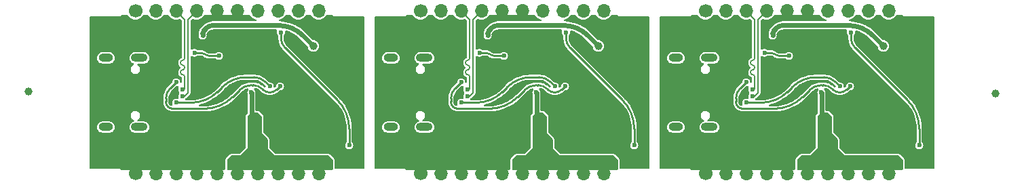
<source format=gbr>
%TF.GenerationSoftware,KiCad,Pcbnew,8.0.2*%
%TF.CreationDate,2025-03-04T10:53:31+01:00*%
%TF.ProjectId,USB-C_PD_Module_PANELIZED,5553422d-435f-4504-945f-4d6f64756c65,rev?*%
%TF.SameCoordinates,Original*%
%TF.FileFunction,Copper,L4,Bot*%
%TF.FilePolarity,Positive*%
%FSLAX46Y46*%
G04 Gerber Fmt 4.6, Leading zero omitted, Abs format (unit mm)*
G04 Created by KiCad (PCBNEW 8.0.2) date 2025-03-04 10:53:31*
%MOMM*%
%LPD*%
G01*
G04 APERTURE LIST*
%TA.AperFunction,ComponentPad*%
%ADD10C,1.700000*%
%TD*%
%TA.AperFunction,ComponentPad*%
%ADD11O,1.700000X1.700000*%
%TD*%
%TA.AperFunction,ComponentPad*%
%ADD12O,2.100000X1.000000*%
%TD*%
%TA.AperFunction,ComponentPad*%
%ADD13O,1.800000X1.000000*%
%TD*%
%TA.AperFunction,SMDPad,CuDef*%
%ADD14C,1.000000*%
%TD*%
%TA.AperFunction,ViaPad*%
%ADD15C,0.600000*%
%TD*%
%TA.AperFunction,ViaPad*%
%ADD16C,1.000000*%
%TD*%
%TA.AperFunction,Conductor*%
%ADD17C,0.609600*%
%TD*%
%TA.AperFunction,Conductor*%
%ADD18C,0.228600*%
%TD*%
%TA.AperFunction,Conductor*%
%ADD19C,0.200000*%
%TD*%
G04 APERTURE END LIST*
D10*
%TO.P,J3,1,Pin_1*%
%TO.N,Board_0-/Connector/FAULT*%
X101510000Y-20000000D03*
D11*
%TO.P,J3,2,Pin_2*%
%TO.N,Board_0-/Connector/FLIP*%
X104050000Y-20000000D03*
%TO.P,J3,3,Pin_3*%
%TO.N,Board_0-/D-*%
X106590000Y-20000000D03*
%TO.P,J3,4,Pin_4*%
%TO.N,Board_0-/D+*%
X109130000Y-20000000D03*
%TO.P,J3,5,Pin_5*%
%TO.N,Board_0-GND*%
X111670000Y-20000000D03*
%TO.P,J3,6,Pin_6*%
X114210000Y-20000000D03*
%TO.P,J3,7,Pin_7*%
%TO.N,Board_0-/Connector/ISNK_FINE*%
X116750000Y-20000000D03*
%TO.P,J3,8,Pin_8*%
%TO.N,Board_0-/Connector/ISNK_COARSE*%
X119290000Y-20000000D03*
%TO.P,J3,9,Pin_9*%
%TO.N,Board_0-/Connector/VBUS_MAX*%
X121830000Y-20000000D03*
%TO.P,J3,10,Pin_10*%
%TO.N,Board_0-/Connector/VBUS_MIN*%
X124370000Y-20000000D03*
%TD*%
D10*
%TO.P,J3,1,Pin_1*%
%TO.N,Board_1-/Connector/FAULT*%
X137070000Y-20000000D03*
D11*
%TO.P,J3,2,Pin_2*%
%TO.N,Board_1-/Connector/FLIP*%
X139610000Y-20000000D03*
%TO.P,J3,3,Pin_3*%
%TO.N,Board_1-/D-*%
X142150000Y-20000000D03*
%TO.P,J3,4,Pin_4*%
%TO.N,Board_1-/D+*%
X144690000Y-20000000D03*
%TO.P,J3,5,Pin_5*%
%TO.N,Board_1-GND*%
X147230000Y-20000000D03*
%TO.P,J3,6,Pin_6*%
X149770000Y-20000000D03*
%TO.P,J3,7,Pin_7*%
%TO.N,Board_1-/Connector/ISNK_FINE*%
X152310000Y-20000000D03*
%TO.P,J3,8,Pin_8*%
%TO.N,Board_1-/Connector/ISNK_COARSE*%
X154850000Y-20000000D03*
%TO.P,J3,9,Pin_9*%
%TO.N,Board_1-/Connector/VBUS_MAX*%
X157390000Y-20000000D03*
%TO.P,J3,10,Pin_10*%
%TO.N,Board_1-/Connector/VBUS_MIN*%
X159930000Y-20000000D03*
%TD*%
D10*
%TO.P,J2,1,Pin_1*%
%TO.N,Board_0-GND*%
X101515000Y-40320000D03*
D11*
%TO.P,J2,2,Pin_2*%
X104055000Y-40320000D03*
%TO.P,J2,3,Pin_3*%
X106595000Y-40320000D03*
%TO.P,J2,4,Pin_4*%
X109135000Y-40320000D03*
%TO.P,J2,5,Pin_5*%
X111675000Y-40320000D03*
%TO.P,J2,6,Pin_6*%
%TO.N,Board_0-VBUSOUT*%
X114215000Y-40320000D03*
%TO.P,J2,7,Pin_7*%
X116755000Y-40320000D03*
%TO.P,J2,8,Pin_8*%
X119295000Y-40320000D03*
%TO.P,J2,9,Pin_9*%
X121835000Y-40320000D03*
%TO.P,J2,10,Pin_10*%
X124375000Y-40320000D03*
%TD*%
D12*
%TO.P,J1,S1,SHIELD*%
%TO.N,Board_0-unconnected-(J1-SHIELD-PadS1)_0*%
X102010000Y-25840000D03*
D13*
%TO.N,Board_0-unconnected-(J1-SHIELD-PadS1)*%
X97830000Y-25840000D03*
D12*
%TO.N,Board_0-unconnected-(J1-SHIELD-PadS1)_2*%
X102010000Y-34480000D03*
D13*
%TO.N,Board_0-unconnected-(J1-SHIELD-PadS1)_1*%
X97830000Y-34480000D03*
%TD*%
D12*
%TO.P,J1,S1,SHIELD*%
%TO.N,Board_1-unconnected-(J1-SHIELD-PadS1)_0*%
X137570000Y-25840000D03*
D13*
%TO.N,Board_1-unconnected-(J1-SHIELD-PadS1)*%
X133390000Y-25840000D03*
D12*
%TO.N,Board_1-unconnected-(J1-SHIELD-PadS1)_2*%
X137570000Y-34480000D03*
D13*
%TO.N,Board_1-unconnected-(J1-SHIELD-PadS1)_1*%
X133390000Y-34480000D03*
%TD*%
D10*
%TO.P,J2,1,Pin_1*%
%TO.N,Board_2-GND*%
X172635000Y-40320000D03*
D11*
%TO.P,J2,2,Pin_2*%
X175175000Y-40320000D03*
%TO.P,J2,3,Pin_3*%
X177715000Y-40320000D03*
%TO.P,J2,4,Pin_4*%
X180255000Y-40320000D03*
%TO.P,J2,5,Pin_5*%
X182795000Y-40320000D03*
%TO.P,J2,6,Pin_6*%
%TO.N,Board_2-VBUSOUT*%
X185335000Y-40320000D03*
%TO.P,J2,7,Pin_7*%
X187875000Y-40320000D03*
%TO.P,J2,8,Pin_8*%
X190415000Y-40320000D03*
%TO.P,J2,9,Pin_9*%
X192955000Y-40320000D03*
%TO.P,J2,10,Pin_10*%
X195495000Y-40320000D03*
%TD*%
D12*
%TO.P,J1,S1,SHIELD*%
%TO.N,Board_2-unconnected-(J1-SHIELD-PadS1)_0*%
X173130000Y-25840000D03*
D13*
%TO.N,Board_2-unconnected-(J1-SHIELD-PadS1)*%
X168950000Y-25840000D03*
D12*
%TO.N,Board_2-unconnected-(J1-SHIELD-PadS1)_2*%
X173130000Y-34480000D03*
D13*
%TO.N,Board_2-unconnected-(J1-SHIELD-PadS1)_1*%
X168950000Y-34480000D03*
%TD*%
D10*
%TO.P,J2,1,Pin_1*%
%TO.N,Board_1-GND*%
X137075000Y-40320000D03*
D11*
%TO.P,J2,2,Pin_2*%
X139615000Y-40320000D03*
%TO.P,J2,3,Pin_3*%
X142155000Y-40320000D03*
%TO.P,J2,4,Pin_4*%
X144695000Y-40320000D03*
%TO.P,J2,5,Pin_5*%
X147235000Y-40320000D03*
%TO.P,J2,6,Pin_6*%
%TO.N,Board_1-VBUSOUT*%
X149775000Y-40320000D03*
%TO.P,J2,7,Pin_7*%
X152315000Y-40320000D03*
%TO.P,J2,8,Pin_8*%
X154855000Y-40320000D03*
%TO.P,J2,9,Pin_9*%
X157395000Y-40320000D03*
%TO.P,J2,10,Pin_10*%
X159935000Y-40320000D03*
%TD*%
D10*
%TO.P,J3,1,Pin_1*%
%TO.N,Board_2-/Connector/FAULT*%
X172630000Y-20000000D03*
D11*
%TO.P,J3,2,Pin_2*%
%TO.N,Board_2-/Connector/FLIP*%
X175170000Y-20000000D03*
%TO.P,J3,3,Pin_3*%
%TO.N,Board_2-/D-*%
X177710000Y-20000000D03*
%TO.P,J3,4,Pin_4*%
%TO.N,Board_2-/D+*%
X180250000Y-20000000D03*
%TO.P,J3,5,Pin_5*%
%TO.N,Board_2-GND*%
X182790000Y-20000000D03*
%TO.P,J3,6,Pin_6*%
X185330000Y-20000000D03*
%TO.P,J3,7,Pin_7*%
%TO.N,Board_2-/Connector/ISNK_FINE*%
X187870000Y-20000000D03*
%TO.P,J3,8,Pin_8*%
%TO.N,Board_2-/Connector/ISNK_COARSE*%
X190410000Y-20000000D03*
%TO.P,J3,9,Pin_9*%
%TO.N,Board_2-/Connector/VBUS_MAX*%
X192950000Y-20000000D03*
%TO.P,J3,10,Pin_10*%
%TO.N,Board_2-/Connector/VBUS_MIN*%
X195490000Y-20000000D03*
%TD*%
D14*
%TO.P,KiKit_FID_B_4,*%
%TO.N,*%
X208841000Y-30320000D03*
%TD*%
%TO.P,KiKit_FID_B_1,*%
%TO.N,*%
X88159000Y-30000000D03*
%TD*%
D15*
%TO.N,Board_0-+3V3*%
X109892000Y-23048000D03*
D16*
X123704321Y-24343587D03*
D15*
%TO.N,Board_0-/Connector/FAULT*%
X111923980Y-25588000D03*
X108876000Y-25207000D03*
%TO.N,Board_0-/D+*%
X107352000Y-30615997D03*
%TO.N,Board_0-/D-*%
X107352000Y-29765997D03*
%TO.N,Board_0-/Main Sheet/VBUS_FET_EN*%
X128180000Y-36764000D03*
X119672500Y-22632800D03*
%TO.N,Board_0-/USB-C Connector and Protection/CC1*%
X119544000Y-29398000D03*
X106590000Y-28890000D03*
%TO.N,Board_0-/USB-C Connector and Protection/CC2*%
X106590000Y-31430000D03*
X118274000Y-29397988D03*
%TO.N,Board_0-GND*%
X128180000Y-25080000D03*
X96430000Y-27620000D03*
X126148000Y-23048000D03*
X105320000Y-37780000D03*
X103796000Y-33462000D03*
X96430000Y-30160000D03*
X126910000Y-39050000D03*
X98905000Y-30160000D03*
X103796000Y-34224000D03*
X111670000Y-28890000D03*
X110400000Y-27620000D03*
X128180000Y-30160000D03*
X121068000Y-29652000D03*
X97700000Y-37780000D03*
X103796000Y-26096000D03*
X98970000Y-27620000D03*
X112940000Y-23810000D03*
X101510000Y-36510000D03*
X129450000Y-36510000D03*
X129450000Y-26350000D03*
X96430000Y-39050000D03*
X98970000Y-36510000D03*
X103796000Y-34986000D03*
X96430000Y-36510000D03*
X96430000Y-32700000D03*
X103796000Y-26858000D03*
X115480000Y-23810000D03*
X122592000Y-34732000D03*
X129450000Y-33970000D03*
X103796000Y-25334000D03*
X128180000Y-27620000D03*
X111416000Y-32827000D03*
X100240000Y-28890000D03*
X113448000Y-29652000D03*
X106285200Y-30190917D03*
X102780000Y-37780000D03*
X104050000Y-36510000D03*
X129450000Y-28890000D03*
X129450000Y-31430000D03*
X98970000Y-39050000D03*
X97700000Y-28890000D03*
X98970000Y-32700000D03*
X100240000Y-31430000D03*
X129450000Y-39050000D03*
X126910000Y-26350000D03*
X100240000Y-37780000D03*
X97700000Y-31430000D03*
X126910000Y-28890000D03*
X124116000Y-29652000D03*
X112547542Y-27493000D03*
X126148000Y-25588000D03*
D16*
X119477500Y-26168000D03*
D15*
X126148000Y-28128000D03*
X109892000Y-33208000D03*
X100748000Y-21270000D03*
%TO.N,Board_0-VBUSOUT*%
X115988000Y-37079997D03*
X116750000Y-36256000D03*
X115988000Y-36256000D03*
X116750000Y-37841997D03*
X116750000Y-37079997D03*
X116750000Y-35494000D03*
X115982500Y-30159994D03*
X117512000Y-37841997D03*
X116750000Y-34732000D03*
X116750000Y-33908003D03*
X115988000Y-37841997D03*
X115988000Y-34732000D03*
X115988000Y-33908003D03*
X117512000Y-37079997D03*
X116750000Y-33208000D03*
X115988000Y-33208000D03*
X115988000Y-35494000D03*
X117512000Y-36256000D03*
D16*
%TO.N,Board_1-+3V3*%
X159264321Y-24343587D03*
D15*
X145452000Y-23048000D03*
%TO.N,Board_1-/Connector/FAULT*%
X144436000Y-25207000D03*
X147483980Y-25588000D03*
%TO.N,Board_1-/D+*%
X142912000Y-30615997D03*
%TO.N,Board_1-/D-*%
X142912000Y-29765997D03*
%TO.N,Board_1-/Main Sheet/VBUS_FET_EN*%
X155232500Y-22632800D03*
X163740000Y-36764000D03*
%TO.N,Board_1-/USB-C Connector and Protection/CC1*%
X155104000Y-29398000D03*
X142150000Y-28890000D03*
%TO.N,Board_1-/USB-C Connector and Protection/CC2*%
X153834000Y-29397988D03*
X142150000Y-31430000D03*
%TO.N,Board_1-GND*%
X162470000Y-26350000D03*
X135800000Y-31430000D03*
X147230000Y-28890000D03*
X139356000Y-33462000D03*
X139356000Y-26858000D03*
X136308000Y-21270000D03*
X145452000Y-33208000D03*
X165010000Y-31430000D03*
X134530000Y-36510000D03*
X139356000Y-34224000D03*
X134465000Y-30160000D03*
X159676000Y-29652000D03*
X138340000Y-37780000D03*
X162470000Y-39050000D03*
X165010000Y-36510000D03*
X135800000Y-37780000D03*
X131990000Y-27620000D03*
X163740000Y-27620000D03*
X151040000Y-23810000D03*
X165010000Y-39050000D03*
X131990000Y-32700000D03*
X163740000Y-25080000D03*
X139356000Y-34986000D03*
X133260000Y-37780000D03*
X165010000Y-33970000D03*
X161708000Y-28128000D03*
X131990000Y-39050000D03*
X135800000Y-28890000D03*
X161708000Y-25588000D03*
X133260000Y-28890000D03*
X163740000Y-30160000D03*
X158152000Y-34732000D03*
X161708000Y-23048000D03*
D16*
X155037500Y-26168000D03*
D15*
X133260000Y-31430000D03*
X149008000Y-29652000D03*
X156628000Y-29652000D03*
X148500000Y-23810000D03*
X165010000Y-26350000D03*
X134530000Y-27620000D03*
X139610000Y-36510000D03*
X139356000Y-25334000D03*
X162470000Y-28890000D03*
X165010000Y-28890000D03*
X145960000Y-27620000D03*
X139356000Y-26096000D03*
X131990000Y-30160000D03*
X131990000Y-36510000D03*
X137070000Y-36510000D03*
X140880000Y-37780000D03*
X134530000Y-32700000D03*
X141845200Y-30190917D03*
X134530000Y-39050000D03*
X146976000Y-32827000D03*
X148107542Y-27493000D03*
%TO.N,Board_1-VBUSOUT*%
X153072000Y-37841997D03*
X151548000Y-33908003D03*
X152310000Y-35494000D03*
X152310000Y-37079997D03*
X152310000Y-33908003D03*
X151548000Y-34732000D03*
X152310000Y-37841997D03*
X151542500Y-30159994D03*
X152310000Y-36256000D03*
X151548000Y-33208000D03*
X151548000Y-35494000D03*
X151548000Y-37841997D03*
X151548000Y-36256000D03*
X152310000Y-33208000D03*
X151548000Y-37079997D03*
X153072000Y-36256000D03*
X152310000Y-34732000D03*
X153072000Y-37079997D03*
%TO.N,Board_2-+3V3*%
X181012000Y-23048000D03*
D16*
X194824321Y-24343587D03*
D15*
%TO.N,Board_2-/Connector/FAULT*%
X183043980Y-25588000D03*
X179996000Y-25207000D03*
%TO.N,Board_2-/D+*%
X178472000Y-30615997D03*
%TO.N,Board_2-/D-*%
X178472000Y-29765997D03*
%TO.N,Board_2-/Main Sheet/VBUS_FET_EN*%
X190792500Y-22632800D03*
X199300000Y-36764000D03*
%TO.N,Board_2-/USB-C Connector and Protection/CC1*%
X190664000Y-29398000D03*
X177710000Y-28890000D03*
%TO.N,Board_2-/USB-C Connector and Protection/CC2*%
X189394000Y-29397988D03*
X177710000Y-31430000D03*
%TO.N,Board_2-GND*%
X181012000Y-33208000D03*
X167550000Y-27620000D03*
X174916000Y-34224000D03*
X167550000Y-30160000D03*
X200570000Y-39050000D03*
X200570000Y-28890000D03*
X200570000Y-26350000D03*
X167550000Y-32700000D03*
X183667542Y-27493000D03*
X199300000Y-30160000D03*
X168820000Y-37780000D03*
X171360000Y-28890000D03*
X168820000Y-28890000D03*
X193712000Y-34732000D03*
X174916000Y-34986000D03*
X182536000Y-32827000D03*
X167550000Y-36510000D03*
X171868000Y-21270000D03*
X174916000Y-33462000D03*
X182790000Y-28890000D03*
X200570000Y-36510000D03*
D16*
X190597500Y-26168000D03*
D15*
X170090000Y-39050000D03*
X199300000Y-27620000D03*
X184060000Y-23810000D03*
X173900000Y-37780000D03*
X186600000Y-23810000D03*
X184568000Y-29652000D03*
X170025000Y-30160000D03*
X200570000Y-31430000D03*
X170090000Y-27620000D03*
X177405200Y-30190917D03*
X170090000Y-36510000D03*
X171360000Y-37780000D03*
X168820000Y-31430000D03*
X181520000Y-27620000D03*
X198030000Y-28890000D03*
X197268000Y-25588000D03*
X198030000Y-39050000D03*
X192188000Y-29652000D03*
X197268000Y-23048000D03*
X200570000Y-33970000D03*
X195236000Y-29652000D03*
X167550000Y-39050000D03*
X174916000Y-26858000D03*
X172630000Y-36510000D03*
X174916000Y-25334000D03*
X176440000Y-37780000D03*
X199300000Y-25080000D03*
X198030000Y-26350000D03*
X175170000Y-36510000D03*
X171360000Y-31430000D03*
X174916000Y-26096000D03*
X197268000Y-28128000D03*
X170090000Y-32700000D03*
%TO.N,Board_2-VBUSOUT*%
X187870000Y-37079997D03*
X187870000Y-35494000D03*
X188632000Y-37079997D03*
X187870000Y-37841997D03*
X187108000Y-37079997D03*
X187108000Y-36256000D03*
X187102500Y-30159994D03*
X187870000Y-34732000D03*
X187870000Y-33208000D03*
X187108000Y-37841997D03*
X187870000Y-36256000D03*
X188632000Y-37841997D03*
X187108000Y-35494000D03*
X188632000Y-36256000D03*
X187108000Y-33908003D03*
X187108000Y-34732000D03*
X187870000Y-33908003D03*
X187108000Y-33208000D03*
%TD*%
D17*
%TO.N,Board_0-+3V3*%
X122421527Y-23060793D02*
X123704321Y-24343587D01*
X110281873Y-22167873D02*
X110065330Y-22384416D01*
X111223111Y-21778000D02*
X119324590Y-21778000D01*
X109892000Y-22802873D02*
X109892000Y-23048000D01*
X122421527Y-23060793D02*
G75*
G03*
X119324590Y-21777998I-3096927J-3096907D01*
G01*
X110065330Y-22384416D02*
G75*
G03*
X109891984Y-22802873I418470J-418484D01*
G01*
X111223111Y-21778000D02*
G75*
G03*
X110281870Y-22167870I-11J-1331100D01*
G01*
D18*
%TO.N,Board_0-/Connector/FAULT*%
X109749592Y-25207000D02*
X108876000Y-25207000D01*
X110669407Y-25588000D02*
X111923980Y-25588000D01*
X110209500Y-25397500D02*
G75*
G03*
X109749592Y-25207003I-459900J-459900D01*
G01*
X110209500Y-25397500D02*
G75*
G03*
X110669407Y-25587997I459900J459900D01*
G01*
D19*
%TO.N,Board_0-/D+*%
X109130000Y-20000000D02*
X108085000Y-21045000D01*
X107658003Y-30615997D02*
X107352000Y-30615997D01*
X108085000Y-21045000D02*
X108085000Y-30189000D01*
X108085000Y-30189000D02*
X107658003Y-30615997D01*
%TO.N,Board_0-/D-*%
X107635000Y-25779677D02*
X107635000Y-25080000D01*
X107635000Y-21045000D02*
X106590000Y-20000000D01*
X107635000Y-25080000D02*
X107635000Y-21045000D01*
X107635000Y-29696600D02*
X107635000Y-28179677D01*
X107156974Y-27701651D02*
X107156974Y-27579677D01*
X107352000Y-29765997D02*
X107565603Y-29765997D01*
X107635000Y-25901615D02*
X107635000Y-25779677D01*
X107565603Y-29765997D02*
X107635000Y-29696600D01*
X107156938Y-26501615D02*
X107156938Y-26379677D01*
X107635000Y-27101651D02*
X107635000Y-26979677D01*
X107156938Y-26379677D02*
G75*
G02*
X107395969Y-26140638I239062J-23D01*
G01*
X107395969Y-26740646D02*
G75*
G02*
X107156954Y-26501615I31J239046D01*
G01*
X107395969Y-26140646D02*
G75*
G03*
X107635046Y-25901615I31J239046D01*
G01*
X107156974Y-27579677D02*
G75*
G02*
X107395987Y-27340674I239026J-23D01*
G01*
X107635000Y-26979677D02*
G75*
G03*
X107395969Y-26740700I-239000J-23D01*
G01*
X107395987Y-27940664D02*
G75*
G02*
X107157036Y-27701651I13J238964D01*
G01*
X107395987Y-27340664D02*
G75*
G03*
X107634964Y-27101651I13J238964D01*
G01*
X107635000Y-28179677D02*
G75*
G03*
X107395987Y-27940700I-239000J-23D01*
G01*
D18*
%TO.N,Board_0-/Main Sheet/VBUS_FET_EN*%
X128180000Y-34668500D02*
X128180000Y-36764000D01*
X120179035Y-24572035D02*
X126698257Y-31091257D01*
X119672500Y-23349150D02*
X119672500Y-22632800D01*
X119672500Y-23349150D02*
G75*
G03*
X120179065Y-24572005I1729400J50D01*
G01*
X126698257Y-31091257D02*
G75*
G02*
X128179995Y-34668500I-3577257J-3577243D01*
G01*
%TO.N,Board_0-/USB-C Connector and Protection/CC1*%
X113653149Y-30716849D02*
X114520400Y-29849599D01*
X105320000Y-30922000D02*
X105320000Y-31324789D01*
X105858815Y-29621184D02*
X106590000Y-28890000D01*
X116198363Y-29241700D02*
X115988000Y-29241700D01*
X117406789Y-29800789D02*
X117306850Y-29700850D01*
X110091822Y-32192000D02*
X106187210Y-32192000D01*
X119141210Y-29800789D02*
X119544000Y-29398000D01*
X115988000Y-29241700D02*
G75*
G03*
X114520400Y-29849599I0J-2075500D01*
G01*
X105320000Y-31324789D02*
G75*
G03*
X105573997Y-31938003I867200J-11D01*
G01*
X117306850Y-29700850D02*
G75*
G03*
X116198363Y-29241715I-1108450J-1108450D01*
G01*
X117406789Y-29800789D02*
G75*
G03*
X118274000Y-30160006I867211J867189D01*
G01*
X105858815Y-29621184D02*
G75*
G03*
X105319990Y-30922000I1300785J-1300816D01*
G01*
X105574000Y-31938000D02*
G75*
G03*
X106187210Y-32191996I613200J613200D01*
G01*
X119141210Y-29800789D02*
G75*
G02*
X118274000Y-30160005I-867210J867189D01*
G01*
X113653149Y-30716849D02*
G75*
G02*
X110091822Y-32192008I-3561349J3561349D01*
G01*
%TO.N,Board_0-/USB-C Connector and Protection/CC2*%
X108495000Y-31430000D02*
X106590000Y-31430000D01*
X115353006Y-28255000D02*
X116322797Y-28255000D01*
X117702506Y-28826494D02*
X118274000Y-29397988D01*
X111747038Y-30082961D02*
X112317759Y-29512240D01*
X111747038Y-30082961D02*
G75*
G02*
X108495000Y-31429993I-3252038J3252061D01*
G01*
X115353006Y-28255000D02*
G75*
G03*
X112317754Y-29512235I-6J-4292500D01*
G01*
X117702506Y-28826494D02*
G75*
G03*
X116322797Y-28255001I-1379706J-1379706D01*
G01*
D17*
%TO.N,Board_0-VBUSOUT*%
X115988000Y-33208000D02*
X115988000Y-30165494D01*
X115988000Y-30165494D02*
X115982500Y-30159994D01*
%TO.N,Board_1-+3V3*%
X145841873Y-22167873D02*
X145625330Y-22384416D01*
X157981527Y-23060793D02*
X159264321Y-24343587D01*
X145452000Y-22802873D02*
X145452000Y-23048000D01*
X146783111Y-21778000D02*
X154884590Y-21778000D01*
X157981527Y-23060793D02*
G75*
G03*
X154884590Y-21777998I-3096927J-3096907D01*
G01*
X145625330Y-22384416D02*
G75*
G03*
X145451984Y-22802873I418470J-418484D01*
G01*
X146783111Y-21778000D02*
G75*
G03*
X145841870Y-22167870I-11J-1331100D01*
G01*
D18*
%TO.N,Board_1-/Connector/FAULT*%
X146229407Y-25588000D02*
X147483980Y-25588000D01*
X145309592Y-25207000D02*
X144436000Y-25207000D01*
X145769500Y-25397500D02*
G75*
G03*
X146229407Y-25587997I459900J459900D01*
G01*
X145769500Y-25397500D02*
G75*
G03*
X145309592Y-25207003I-459900J-459900D01*
G01*
D19*
%TO.N,Board_1-/D+*%
X143645000Y-30189000D02*
X143218003Y-30615997D01*
X143645000Y-21045000D02*
X143645000Y-30189000D01*
X143218003Y-30615997D02*
X142912000Y-30615997D01*
X144690000Y-20000000D02*
X143645000Y-21045000D01*
%TO.N,Board_1-/D-*%
X143195000Y-25779677D02*
X143195000Y-25080000D01*
X143195000Y-25080000D02*
X143195000Y-21045000D01*
X142912000Y-29765997D02*
X143125603Y-29765997D01*
X143195000Y-29696600D02*
X143195000Y-28179677D01*
X143125603Y-29765997D02*
X143195000Y-29696600D01*
X143195000Y-25901615D02*
X143195000Y-25779677D01*
X143195000Y-27101651D02*
X143195000Y-26979677D01*
X142716974Y-27701651D02*
X142716974Y-27579677D01*
X143195000Y-21045000D02*
X142150000Y-20000000D01*
X142716938Y-26501615D02*
X142716938Y-26379677D01*
X142955987Y-27340664D02*
G75*
G03*
X143194964Y-27101651I13J238964D01*
G01*
X142716938Y-26379677D02*
G75*
G02*
X142955969Y-26140638I239062J-23D01*
G01*
X142955969Y-26740646D02*
G75*
G02*
X142716954Y-26501615I31J239046D01*
G01*
X143195000Y-26979677D02*
G75*
G03*
X142955969Y-26740700I-239000J-23D01*
G01*
X142955987Y-27940664D02*
G75*
G02*
X142717036Y-27701651I13J238964D01*
G01*
X143195000Y-28179677D02*
G75*
G03*
X142955987Y-27940700I-239000J-23D01*
G01*
X142955969Y-26140646D02*
G75*
G03*
X143195046Y-25901615I31J239046D01*
G01*
X142716974Y-27579677D02*
G75*
G02*
X142955987Y-27340674I239026J-23D01*
G01*
D18*
%TO.N,Board_1-/Main Sheet/VBUS_FET_EN*%
X155739035Y-24572035D02*
X162258257Y-31091257D01*
X155232500Y-23349150D02*
X155232500Y-22632800D01*
X163740000Y-34668500D02*
X163740000Y-36764000D01*
X162258257Y-31091257D02*
G75*
G02*
X163739995Y-34668500I-3577257J-3577243D01*
G01*
X155232500Y-23349150D02*
G75*
G03*
X155739065Y-24572005I1729400J50D01*
G01*
%TO.N,Board_1-/USB-C Connector and Protection/CC1*%
X151758363Y-29241700D02*
X151548000Y-29241700D01*
X149213149Y-30716849D02*
X150080400Y-29849599D01*
X140880000Y-30922000D02*
X140880000Y-31324789D01*
X145651822Y-32192000D02*
X141747210Y-32192000D01*
X141418815Y-29621184D02*
X142150000Y-28890000D01*
X152966789Y-29800789D02*
X152866850Y-29700850D01*
X154701210Y-29800789D02*
X155104000Y-29398000D01*
X149213149Y-30716849D02*
G75*
G02*
X145651822Y-32192008I-3561349J3561349D01*
G01*
X151548000Y-29241700D02*
G75*
G03*
X150080400Y-29849599I0J-2075500D01*
G01*
X152966789Y-29800789D02*
G75*
G03*
X153834000Y-30160006I867211J867189D01*
G01*
X140880000Y-31324789D02*
G75*
G03*
X141133997Y-31938003I867200J-11D01*
G01*
X141418815Y-29621184D02*
G75*
G03*
X140879990Y-30922000I1300785J-1300816D01*
G01*
X152866850Y-29700850D02*
G75*
G03*
X151758363Y-29241715I-1108450J-1108450D01*
G01*
X141134000Y-31938000D02*
G75*
G03*
X141747210Y-32191996I613200J613200D01*
G01*
X154701210Y-29800789D02*
G75*
G02*
X153834000Y-30160005I-867210J867189D01*
G01*
%TO.N,Board_1-/USB-C Connector and Protection/CC2*%
X147307038Y-30082961D02*
X147877759Y-29512240D01*
X153262506Y-28826494D02*
X153834000Y-29397988D01*
X150913006Y-28255000D02*
X151882797Y-28255000D01*
X144055000Y-31430000D02*
X142150000Y-31430000D01*
X150913006Y-28255000D02*
G75*
G03*
X147877754Y-29512235I-6J-4292500D01*
G01*
X147307038Y-30082961D02*
G75*
G02*
X144055000Y-31429993I-3252038J3252061D01*
G01*
X153262506Y-28826494D02*
G75*
G03*
X151882797Y-28255001I-1379706J-1379706D01*
G01*
D17*
%TO.N,Board_1-VBUSOUT*%
X151548000Y-33208000D02*
X151548000Y-30165494D01*
X151548000Y-30165494D02*
X151542500Y-30159994D01*
%TO.N,Board_2-+3V3*%
X193541527Y-23060793D02*
X194824321Y-24343587D01*
X182343111Y-21778000D02*
X190444590Y-21778000D01*
X181401873Y-22167873D02*
X181185330Y-22384416D01*
X181012000Y-22802873D02*
X181012000Y-23048000D01*
X182343111Y-21778000D02*
G75*
G03*
X181401870Y-22167870I-11J-1331100D01*
G01*
X193541527Y-23060793D02*
G75*
G03*
X190444590Y-21777998I-3096927J-3096907D01*
G01*
X181185330Y-22384416D02*
G75*
G03*
X181011984Y-22802873I418470J-418484D01*
G01*
D18*
%TO.N,Board_2-/Connector/FAULT*%
X181789407Y-25588000D02*
X183043980Y-25588000D01*
X180869592Y-25207000D02*
X179996000Y-25207000D01*
X181329500Y-25397500D02*
G75*
G03*
X180869592Y-25207003I-459900J-459900D01*
G01*
X181329500Y-25397500D02*
G75*
G03*
X181789407Y-25587997I459900J459900D01*
G01*
D19*
%TO.N,Board_2-/D+*%
X179205000Y-21045000D02*
X179205000Y-30189000D01*
X179205000Y-30189000D02*
X178778003Y-30615997D01*
X178778003Y-30615997D02*
X178472000Y-30615997D01*
X180250000Y-20000000D02*
X179205000Y-21045000D01*
%TO.N,Board_2-/D-*%
X178472000Y-29765997D02*
X178685603Y-29765997D01*
X178755000Y-25901615D02*
X178755000Y-25779677D01*
X178685603Y-29765997D02*
X178755000Y-29696600D01*
X178755000Y-21045000D02*
X177710000Y-20000000D01*
X178755000Y-25779677D02*
X178755000Y-25080000D01*
X178755000Y-29696600D02*
X178755000Y-28179677D01*
X178755000Y-25080000D02*
X178755000Y-21045000D01*
X178276938Y-26501615D02*
X178276938Y-26379677D01*
X178755000Y-27101651D02*
X178755000Y-26979677D01*
X178276974Y-27701651D02*
X178276974Y-27579677D01*
X178515987Y-27340664D02*
G75*
G03*
X178754964Y-27101651I13J238964D01*
G01*
X178515969Y-26140646D02*
G75*
G03*
X178755046Y-25901615I31J239046D01*
G01*
X178276974Y-27579677D02*
G75*
G02*
X178515987Y-27340674I239026J-23D01*
G01*
X178515969Y-26740646D02*
G75*
G02*
X178276954Y-26501615I31J239046D01*
G01*
X178755000Y-26979677D02*
G75*
G03*
X178515969Y-26740700I-239000J-23D01*
G01*
X178276938Y-26379677D02*
G75*
G02*
X178515969Y-26140638I239062J-23D01*
G01*
X178515987Y-27940664D02*
G75*
G02*
X178277036Y-27701651I13J238964D01*
G01*
X178755000Y-28179677D02*
G75*
G03*
X178515987Y-27940700I-239000J-23D01*
G01*
D18*
%TO.N,Board_2-/Main Sheet/VBUS_FET_EN*%
X191299035Y-24572035D02*
X197818257Y-31091257D01*
X190792500Y-23349150D02*
X190792500Y-22632800D01*
X199300000Y-34668500D02*
X199300000Y-36764000D01*
X197818257Y-31091257D02*
G75*
G02*
X199299995Y-34668500I-3577257J-3577243D01*
G01*
X190792500Y-23349150D02*
G75*
G03*
X191299065Y-24572005I1729400J50D01*
G01*
%TO.N,Board_2-/USB-C Connector and Protection/CC1*%
X181211822Y-32192000D02*
X177307210Y-32192000D01*
X176440000Y-30922000D02*
X176440000Y-31324789D01*
X187318363Y-29241700D02*
X187108000Y-29241700D01*
X184773149Y-30716849D02*
X185640400Y-29849599D01*
X190261210Y-29800789D02*
X190664000Y-29398000D01*
X176978815Y-29621184D02*
X177710000Y-28890000D01*
X188526789Y-29800789D02*
X188426850Y-29700850D01*
X188426850Y-29700850D02*
G75*
G03*
X187318363Y-29241715I-1108450J-1108450D01*
G01*
X190261210Y-29800789D02*
G75*
G02*
X189394000Y-30160005I-867210J867189D01*
G01*
X187108000Y-29241700D02*
G75*
G03*
X185640400Y-29849599I0J-2075500D01*
G01*
X176978815Y-29621184D02*
G75*
G03*
X176439990Y-30922000I1300785J-1300816D01*
G01*
X184773149Y-30716849D02*
G75*
G02*
X181211822Y-32192008I-3561349J3561349D01*
G01*
X176694000Y-31938000D02*
G75*
G03*
X177307210Y-32191996I613200J613200D01*
G01*
X188526789Y-29800789D02*
G75*
G03*
X189394000Y-30160006I867211J867189D01*
G01*
X176440000Y-31324789D02*
G75*
G03*
X176693997Y-31938003I867200J-11D01*
G01*
%TO.N,Board_2-/USB-C Connector and Protection/CC2*%
X186473006Y-28255000D02*
X187442797Y-28255000D01*
X182867038Y-30082961D02*
X183437759Y-29512240D01*
X188822506Y-28826494D02*
X189394000Y-29397988D01*
X179615000Y-31430000D02*
X177710000Y-31430000D01*
X186473006Y-28255000D02*
G75*
G03*
X183437754Y-29512235I-6J-4292500D01*
G01*
X182867038Y-30082961D02*
G75*
G02*
X179615000Y-31429993I-3252038J3252061D01*
G01*
X188822506Y-28826494D02*
G75*
G03*
X187442797Y-28255001I-1379706J-1379706D01*
G01*
D17*
%TO.N,Board_2-VBUSOUT*%
X187108000Y-30165494D02*
X187102500Y-30159994D01*
X187108000Y-33208000D02*
X187108000Y-30165494D01*
%TD*%
%TA.AperFunction,Conductor*%
%TO.N,Board_1-GND*%
G36*
X136139090Y-20520185D02*
G01*
X136181408Y-20566045D01*
X136192315Y-20586451D01*
X136323589Y-20746410D01*
X136394422Y-20804540D01*
X136483550Y-20877685D01*
X136666046Y-20975232D01*
X136864066Y-21035300D01*
X136864065Y-21035300D01*
X136882529Y-21037118D01*
X137070000Y-21055583D01*
X137275934Y-21035300D01*
X137473954Y-20975232D01*
X137656450Y-20877685D01*
X137816410Y-20746410D01*
X137947685Y-20586450D01*
X137958592Y-20566045D01*
X138007555Y-20516202D01*
X138067949Y-20500500D01*
X138612051Y-20500500D01*
X138679090Y-20520185D01*
X138721408Y-20566045D01*
X138732315Y-20586451D01*
X138863589Y-20746410D01*
X138934422Y-20804540D01*
X139023550Y-20877685D01*
X139206046Y-20975232D01*
X139404066Y-21035300D01*
X139404065Y-21035300D01*
X139422529Y-21037118D01*
X139610000Y-21055583D01*
X139815934Y-21035300D01*
X140013954Y-20975232D01*
X140196450Y-20877685D01*
X140356410Y-20746410D01*
X140487685Y-20586450D01*
X140498592Y-20566045D01*
X140547555Y-20516202D01*
X140607949Y-20500500D01*
X141152051Y-20500500D01*
X141219090Y-20520185D01*
X141261408Y-20566045D01*
X141272315Y-20586451D01*
X141403589Y-20746410D01*
X141474422Y-20804540D01*
X141563550Y-20877685D01*
X141746046Y-20975232D01*
X141944066Y-21035300D01*
X141944065Y-21035300D01*
X141962529Y-21037118D01*
X142150000Y-21055583D01*
X142355934Y-21035300D01*
X142553954Y-20975232D01*
X142568191Y-20967621D01*
X142636592Y-20953379D01*
X142701837Y-20978377D01*
X142714327Y-20989298D01*
X142858181Y-21133152D01*
X142891666Y-21194475D01*
X142894500Y-21220833D01*
X142894500Y-25741415D01*
X142874815Y-25808454D01*
X142822011Y-25854209D01*
X142798109Y-25862302D01*
X142776631Y-25867207D01*
X142776624Y-25867209D01*
X142727475Y-25890881D01*
X142667097Y-25919963D01*
X142667095Y-25919964D01*
X142667092Y-25919966D01*
X142572052Y-25995763D01*
X142496254Y-26090812D01*
X142443503Y-26200339D01*
X142416443Y-26318862D01*
X142416441Y-26333062D01*
X142416438Y-26333128D01*
X142416438Y-26379661D01*
X142416432Y-26437192D01*
X142416438Y-26437265D01*
X142416438Y-26444966D01*
X142416434Y-26445022D01*
X142416438Y-26501633D01*
X142416438Y-26548729D01*
X142416455Y-26549014D01*
X142416456Y-26562417D01*
X142443513Y-26680940D01*
X142496260Y-26790469D01*
X142572052Y-26885514D01*
X142572056Y-26885518D01*
X142645033Y-26943721D01*
X142685171Y-27000910D01*
X142688018Y-27070722D01*
X142652670Y-27130990D01*
X142645027Y-27137612D01*
X142572092Y-27195773D01*
X142496293Y-27290817D01*
X142496289Y-27290822D01*
X142443540Y-27400342D01*
X142443538Y-27400349D01*
X142416479Y-27518863D01*
X142416477Y-27533062D01*
X142416474Y-27533128D01*
X142416474Y-27579661D01*
X142416468Y-27637192D01*
X142416474Y-27637265D01*
X142416474Y-27748850D01*
X142416526Y-27749664D01*
X142416524Y-27762377D01*
X142416524Y-27762378D01*
X142443554Y-27880908D01*
X142496289Y-27990459D01*
X142572074Y-28085519D01*
X142572078Y-28085522D01*
X142667122Y-28161336D01*
X142667123Y-28161336D01*
X142667124Y-28161337D01*
X142667125Y-28161338D01*
X142723758Y-28188617D01*
X142776655Y-28214097D01*
X142798100Y-28218993D01*
X142859075Y-28253104D01*
X142891930Y-28314767D01*
X142894500Y-28339882D01*
X142894500Y-28817511D01*
X142874815Y-28884550D01*
X142822011Y-28930305D01*
X142752853Y-28940249D01*
X142689297Y-28911224D01*
X142651523Y-28852446D01*
X142647762Y-28835158D01*
X142635165Y-28747543D01*
X142596319Y-28662483D01*
X142575377Y-28616627D01*
X142481128Y-28507857D01*
X142360053Y-28430047D01*
X142360051Y-28430046D01*
X142360049Y-28430045D01*
X142360050Y-28430045D01*
X142221963Y-28389500D01*
X142221961Y-28389500D01*
X142078039Y-28389500D01*
X142078036Y-28389500D01*
X141939949Y-28430045D01*
X141818873Y-28507856D01*
X141818872Y-28507856D01*
X141818872Y-28507857D01*
X141806290Y-28522377D01*
X141724623Y-28616626D01*
X141724622Y-28616628D01*
X141664834Y-28747543D01*
X141655602Y-28811760D01*
X141644527Y-28888794D01*
X141644353Y-28890001D01*
X141644353Y-28898869D01*
X141640663Y-28898869D01*
X141633015Y-28950921D01*
X141608061Y-28986742D01*
X141214456Y-29380348D01*
X141214454Y-29380351D01*
X141196220Y-29398584D01*
X141196218Y-29398586D01*
X141196217Y-29398585D01*
X141161359Y-29433444D01*
X141161265Y-29433551D01*
X141110675Y-29484139D01*
X140959805Y-29673320D01*
X140959798Y-29673330D01*
X140831055Y-29878218D01*
X140726062Y-30096235D01*
X140726059Y-30096242D01*
X140646140Y-30324635D01*
X140646138Y-30324644D01*
X140592293Y-30560550D01*
X140592290Y-30560564D01*
X140565200Y-30801003D01*
X140565200Y-31373804D01*
X140565204Y-31373869D01*
X140565204Y-31417817D01*
X140594307Y-31601575D01*
X140594307Y-31601576D01*
X140651797Y-31778517D01*
X140651798Y-31778521D01*
X140736263Y-31944295D01*
X140790538Y-32018998D01*
X140845624Y-32094817D01*
X140845626Y-32094819D01*
X140869076Y-32118269D01*
X140869079Y-32118273D01*
X140875081Y-32124275D01*
X140875088Y-32124288D01*
X140911400Y-32160600D01*
X140977180Y-32226380D01*
X141127700Y-32335739D01*
X141293476Y-32420205D01*
X141352458Y-32439369D01*
X141470416Y-32477695D01*
X141470419Y-32477695D01*
X141470424Y-32477697D01*
X141654187Y-32506801D01*
X141747214Y-32506800D01*
X145600453Y-32506800D01*
X145600480Y-32506807D01*
X145651823Y-32506807D01*
X145651823Y-32506808D01*
X145862076Y-32506807D01*
X146281284Y-32473813D01*
X146696611Y-32408030D01*
X147105497Y-32309864D01*
X147505420Y-32179920D01*
X147893915Y-32018999D01*
X148268587Y-31828093D01*
X148627126Y-31608380D01*
X148967321Y-31361213D01*
X149287075Y-31088117D01*
X149396228Y-30978962D01*
X149396233Y-30978959D01*
X149406439Y-30968752D01*
X149406441Y-30968752D01*
X150300122Y-30075070D01*
X150306014Y-30069551D01*
X150470054Y-29925691D01*
X150482897Y-29915836D01*
X150660902Y-29796897D01*
X150674933Y-29788797D01*
X150866932Y-29694113D01*
X150881898Y-29687915D01*
X151011244Y-29644007D01*
X151081053Y-29641099D01*
X151141353Y-29676393D01*
X151172999Y-29738685D01*
X151165943Y-29808198D01*
X151142802Y-29843056D01*
X151143105Y-29843288D01*
X151139724Y-29847693D01*
X151138790Y-29849101D01*
X151138163Y-29849727D01*
X151138158Y-29849734D01*
X151071636Y-29964955D01*
X151071634Y-29964960D01*
X151060129Y-30007897D01*
X151059329Y-30010746D01*
X151056202Y-30021390D01*
X151055182Y-30026361D01*
X151037201Y-30093470D01*
X151037201Y-30093473D01*
X151037201Y-30148708D01*
X151036853Y-30153573D01*
X151036853Y-30166424D01*
X151037201Y-30171284D01*
X151037201Y-30226518D01*
X151037749Y-30228562D01*
X151038475Y-30231271D01*
X151042700Y-30263365D01*
X151042700Y-32736317D01*
X151023015Y-32803356D01*
X151006381Y-32823998D01*
X150931014Y-32899365D01*
X150931012Y-32899366D01*
X150916325Y-32915716D01*
X150916313Y-32915730D01*
X150899672Y-32936379D01*
X150862509Y-33007424D01*
X150842826Y-33074456D01*
X150842825Y-33074464D01*
X150834501Y-33132361D01*
X150834500Y-33132365D01*
X150834500Y-37008518D01*
X150814815Y-37075557D01*
X150798181Y-37096199D01*
X150102199Y-37792181D01*
X150040876Y-37825666D01*
X150014518Y-37828500D01*
X149059361Y-37828500D01*
X149037381Y-37829678D01*
X149011034Y-37832511D01*
X149011032Y-37832512D01*
X148934521Y-37856470D01*
X148934516Y-37856471D01*
X148873188Y-37889960D01*
X148826384Y-37924998D01*
X148826363Y-37925016D01*
X148391013Y-38360365D01*
X148391012Y-38360366D01*
X148376325Y-38376716D01*
X148376313Y-38376730D01*
X148359672Y-38397379D01*
X148322509Y-38468424D01*
X148302826Y-38535456D01*
X148302825Y-38535464D01*
X148294501Y-38593361D01*
X148294500Y-38593365D01*
X148294500Y-39695500D01*
X148274815Y-39762539D01*
X148222011Y-39808294D01*
X148170500Y-39819500D01*
X135350862Y-39819500D01*
X135283823Y-39799815D01*
X135263181Y-39783181D01*
X135165000Y-39685000D01*
X131479000Y-39685000D01*
X131411961Y-39665315D01*
X131366206Y-39612511D01*
X131355000Y-39561000D01*
X131355000Y-34548995D01*
X132289499Y-34548995D01*
X132316418Y-34684322D01*
X132316421Y-34684332D01*
X132369221Y-34811804D01*
X132369228Y-34811817D01*
X132445885Y-34926541D01*
X132445888Y-34926545D01*
X132543454Y-35024111D01*
X132543458Y-35024114D01*
X132658182Y-35100771D01*
X132658195Y-35100778D01*
X132728445Y-35129876D01*
X132785672Y-35153580D01*
X132785676Y-35153580D01*
X132785677Y-35153581D01*
X132921004Y-35180500D01*
X132921007Y-35180500D01*
X133858995Y-35180500D01*
X133950041Y-35162389D01*
X133994328Y-35153580D01*
X134121811Y-35100775D01*
X134236542Y-35024114D01*
X134334114Y-34926542D01*
X134410775Y-34811811D01*
X134463580Y-34684328D01*
X134490500Y-34548995D01*
X136319499Y-34548995D01*
X136346418Y-34684322D01*
X136346421Y-34684332D01*
X136399221Y-34811804D01*
X136399228Y-34811817D01*
X136475885Y-34926541D01*
X136475888Y-34926545D01*
X136573454Y-35024111D01*
X136573458Y-35024114D01*
X136688182Y-35100771D01*
X136688195Y-35100778D01*
X136758445Y-35129876D01*
X136815672Y-35153580D01*
X136815676Y-35153580D01*
X136815677Y-35153581D01*
X136951004Y-35180500D01*
X136951007Y-35180500D01*
X138188995Y-35180500D01*
X138280041Y-35162389D01*
X138324328Y-35153580D01*
X138451811Y-35100775D01*
X138566542Y-35024114D01*
X138664114Y-34926542D01*
X138740775Y-34811811D01*
X138793580Y-34684328D01*
X138820500Y-34548993D01*
X138820500Y-34411007D01*
X138820500Y-34411004D01*
X138793581Y-34275677D01*
X138793580Y-34275676D01*
X138793580Y-34275672D01*
X138793578Y-34275667D01*
X138740778Y-34148195D01*
X138740771Y-34148182D01*
X138664114Y-34033458D01*
X138664111Y-34033454D01*
X138566545Y-33935888D01*
X138566541Y-33935885D01*
X138451817Y-33859228D01*
X138451804Y-33859221D01*
X138324332Y-33806421D01*
X138324322Y-33806418D01*
X138188995Y-33779500D01*
X138188993Y-33779500D01*
X137420244Y-33779500D01*
X137353205Y-33759815D01*
X137307450Y-33707011D01*
X137297506Y-33637853D01*
X137326531Y-33574297D01*
X137358244Y-33548113D01*
X137384738Y-33532816D01*
X137423365Y-33510515D01*
X137530515Y-33403365D01*
X137606281Y-33272135D01*
X137645500Y-33125766D01*
X137645500Y-32974234D01*
X137606281Y-32827865D01*
X137530515Y-32696635D01*
X137423365Y-32589485D01*
X137357750Y-32551602D01*
X137292136Y-32513719D01*
X137218950Y-32494109D01*
X137145766Y-32474500D01*
X136994234Y-32474500D01*
X136847863Y-32513719D01*
X136716635Y-32589485D01*
X136716632Y-32589487D01*
X136609487Y-32696632D01*
X136609485Y-32696635D01*
X136533719Y-32827863D01*
X136510176Y-32915730D01*
X136494500Y-32974234D01*
X136494500Y-33125766D01*
X136496268Y-33132365D01*
X136533719Y-33272136D01*
X136571602Y-33337750D01*
X136609485Y-33403365D01*
X136716635Y-33510515D01*
X136716636Y-33510516D01*
X136716638Y-33510517D01*
X136839024Y-33581177D01*
X136887240Y-33631744D01*
X136900462Y-33700351D01*
X136874494Y-33765216D01*
X136820981Y-33803321D01*
X136821299Y-33804089D01*
X136817964Y-33805470D01*
X136817580Y-33805744D01*
X136816300Y-33806159D01*
X136688195Y-33859221D01*
X136688182Y-33859228D01*
X136573458Y-33935885D01*
X136573454Y-33935888D01*
X136475888Y-34033454D01*
X136475885Y-34033458D01*
X136399228Y-34148182D01*
X136399221Y-34148195D01*
X136346421Y-34275667D01*
X136346418Y-34275677D01*
X136319500Y-34411004D01*
X136319500Y-34411007D01*
X136319500Y-34548993D01*
X136319500Y-34548995D01*
X136319499Y-34548995D01*
X134490500Y-34548995D01*
X134490500Y-34548993D01*
X134490500Y-34411007D01*
X134490500Y-34411004D01*
X134463581Y-34275677D01*
X134463580Y-34275676D01*
X134463580Y-34275672D01*
X134463578Y-34275667D01*
X134410778Y-34148195D01*
X134410771Y-34148182D01*
X134334114Y-34033458D01*
X134334111Y-34033454D01*
X134236545Y-33935888D01*
X134236541Y-33935885D01*
X134121817Y-33859228D01*
X134121804Y-33859221D01*
X133994332Y-33806421D01*
X133994322Y-33806418D01*
X133858995Y-33779500D01*
X133858993Y-33779500D01*
X132921007Y-33779500D01*
X132921005Y-33779500D01*
X132785677Y-33806418D01*
X132785667Y-33806421D01*
X132658195Y-33859221D01*
X132658182Y-33859228D01*
X132543458Y-33935885D01*
X132543454Y-33935888D01*
X132445888Y-34033454D01*
X132445885Y-34033458D01*
X132369228Y-34148182D01*
X132369221Y-34148195D01*
X132316421Y-34275667D01*
X132316418Y-34275677D01*
X132289500Y-34411004D01*
X132289500Y-34411007D01*
X132289500Y-34548993D01*
X132289500Y-34548995D01*
X132289499Y-34548995D01*
X131355000Y-34548995D01*
X131355000Y-25908995D01*
X132289499Y-25908995D01*
X132316418Y-26044322D01*
X132316421Y-26044332D01*
X132369221Y-26171804D01*
X132369228Y-26171817D01*
X132445885Y-26286541D01*
X132445888Y-26286545D01*
X132543454Y-26384111D01*
X132543458Y-26384114D01*
X132658182Y-26460771D01*
X132658195Y-26460778D01*
X132785667Y-26513578D01*
X132785672Y-26513580D01*
X132785676Y-26513580D01*
X132785677Y-26513581D01*
X132921004Y-26540500D01*
X132921007Y-26540500D01*
X133858995Y-26540500D01*
X133982609Y-26515911D01*
X133994328Y-26513580D01*
X134121811Y-26460775D01*
X134236542Y-26384114D01*
X134334114Y-26286542D01*
X134410775Y-26171811D01*
X134463580Y-26044328D01*
X134473240Y-25995763D01*
X134490500Y-25908995D01*
X136319499Y-25908995D01*
X136346418Y-26044322D01*
X136346421Y-26044332D01*
X136399221Y-26171804D01*
X136399228Y-26171817D01*
X136475885Y-26286541D01*
X136475888Y-26286545D01*
X136573454Y-26384111D01*
X136573458Y-26384114D01*
X136688182Y-26460771D01*
X136688195Y-26460778D01*
X136821299Y-26515911D01*
X136820550Y-26517717D01*
X136871441Y-26551052D01*
X136899911Y-26614858D01*
X136889365Y-26683927D01*
X136843152Y-26736331D01*
X136839025Y-26738822D01*
X136716635Y-26809485D01*
X136716632Y-26809487D01*
X136609487Y-26916632D01*
X136609485Y-26916635D01*
X136533719Y-27047863D01*
X136494500Y-27194234D01*
X136494500Y-27345766D01*
X136509125Y-27400349D01*
X136533719Y-27492136D01*
X136549150Y-27518863D01*
X136609485Y-27623365D01*
X136716635Y-27730515D01*
X136847865Y-27806281D01*
X136994234Y-27845500D01*
X136994236Y-27845500D01*
X137145764Y-27845500D01*
X137145766Y-27845500D01*
X137292135Y-27806281D01*
X137423365Y-27730515D01*
X137530515Y-27623365D01*
X137606281Y-27492135D01*
X137645500Y-27345766D01*
X137645500Y-27194234D01*
X137606281Y-27047865D01*
X137530515Y-26916635D01*
X137423365Y-26809485D01*
X137423363Y-26809484D01*
X137423361Y-26809482D01*
X137358244Y-26771887D01*
X137310028Y-26721320D01*
X137296806Y-26652713D01*
X137322774Y-26587848D01*
X137379688Y-26547320D01*
X137420244Y-26540500D01*
X138188995Y-26540500D01*
X138312609Y-26515911D01*
X138324328Y-26513580D01*
X138451811Y-26460775D01*
X138566542Y-26384114D01*
X138664114Y-26286542D01*
X138740775Y-26171811D01*
X138793580Y-26044328D01*
X138803240Y-25995763D01*
X138820500Y-25908995D01*
X138820500Y-25771004D01*
X138793581Y-25635677D01*
X138793580Y-25635676D01*
X138793580Y-25635672D01*
X138789497Y-25625814D01*
X138740778Y-25508195D01*
X138740771Y-25508182D01*
X138664114Y-25393458D01*
X138664111Y-25393454D01*
X138566545Y-25295888D01*
X138566541Y-25295885D01*
X138451817Y-25219228D01*
X138451804Y-25219221D01*
X138324332Y-25166421D01*
X138324322Y-25166418D01*
X138188995Y-25139500D01*
X138188993Y-25139500D01*
X136951007Y-25139500D01*
X136951005Y-25139500D01*
X136815677Y-25166418D01*
X136815667Y-25166421D01*
X136688195Y-25219221D01*
X136688182Y-25219228D01*
X136573458Y-25295885D01*
X136573454Y-25295888D01*
X136475888Y-25393454D01*
X136475885Y-25393458D01*
X136399228Y-25508182D01*
X136399221Y-25508195D01*
X136346421Y-25635667D01*
X136346418Y-25635677D01*
X136319500Y-25771004D01*
X136319500Y-25771007D01*
X136319500Y-25908993D01*
X136319500Y-25908995D01*
X136319499Y-25908995D01*
X134490500Y-25908995D01*
X134490500Y-25771004D01*
X134463581Y-25635677D01*
X134463580Y-25635676D01*
X134463580Y-25635672D01*
X134459497Y-25625814D01*
X134410778Y-25508195D01*
X134410771Y-25508182D01*
X134334114Y-25393458D01*
X134334111Y-25393454D01*
X134236545Y-25295888D01*
X134236541Y-25295885D01*
X134121817Y-25219228D01*
X134121804Y-25219221D01*
X133994332Y-25166421D01*
X133994322Y-25166418D01*
X133858995Y-25139500D01*
X133858993Y-25139500D01*
X132921007Y-25139500D01*
X132921005Y-25139500D01*
X132785677Y-25166418D01*
X132785667Y-25166421D01*
X132658195Y-25219221D01*
X132658182Y-25219228D01*
X132543458Y-25295885D01*
X132543454Y-25295888D01*
X132445888Y-25393454D01*
X132445885Y-25393458D01*
X132369228Y-25508182D01*
X132369221Y-25508195D01*
X132316421Y-25635667D01*
X132316418Y-25635677D01*
X132289500Y-25771004D01*
X132289500Y-25771007D01*
X132289500Y-25908993D01*
X132289500Y-25908995D01*
X132289499Y-25908995D01*
X131355000Y-25908995D01*
X131355000Y-20759000D01*
X131374685Y-20691961D01*
X131427489Y-20646206D01*
X131479000Y-20635000D01*
X135165000Y-20635000D01*
X135263181Y-20536819D01*
X135324504Y-20503334D01*
X135350862Y-20500500D01*
X136072051Y-20500500D01*
X136139090Y-20520185D01*
G37*
%TD.AperFunction*%
%TA.AperFunction,Conductor*%
G36*
X151379090Y-20520185D02*
G01*
X151421408Y-20566045D01*
X151432315Y-20586451D01*
X151563589Y-20746410D01*
X151634422Y-20804540D01*
X151723550Y-20877685D01*
X151906046Y-20975232D01*
X152086723Y-21030039D01*
X152145162Y-21068337D01*
X152173618Y-21132149D01*
X152163058Y-21201216D01*
X152116834Y-21253610D01*
X152050728Y-21272700D01*
X146709449Y-21272700D01*
X146709381Y-21272704D01*
X146662749Y-21272704D01*
X146424075Y-21304124D01*
X146191552Y-21366428D01*
X146191536Y-21366433D01*
X145969157Y-21458545D01*
X145969142Y-21458552D01*
X145760668Y-21578914D01*
X145569690Y-21725456D01*
X145535244Y-21759901D01*
X145535192Y-21759950D01*
X145215420Y-22079722D01*
X145215270Y-22079893D01*
X145206999Y-22088163D01*
X145206996Y-22088167D01*
X145206993Y-22088170D01*
X145206993Y-22088171D01*
X145105491Y-22227871D01*
X145105488Y-22227875D01*
X145027092Y-22381725D01*
X145027091Y-22381727D01*
X145027091Y-22381728D01*
X144973724Y-22545956D01*
X144957146Y-22650600D01*
X144946703Y-22716514D01*
X144946703Y-22728725D01*
X144946700Y-22728779D01*
X144946700Y-22802849D01*
X144946697Y-22877613D01*
X144946700Y-22877658D01*
X144946700Y-23036721D01*
X144946353Y-23041572D01*
X144946353Y-23054437D01*
X144946700Y-23059283D01*
X144946700Y-23114528D01*
X144964684Y-23181647D01*
X144965703Y-23186607D01*
X144968809Y-23197175D01*
X144969614Y-23200042D01*
X144981135Y-23243036D01*
X144981137Y-23243041D01*
X145013619Y-23299300D01*
X145047660Y-23358261D01*
X145141739Y-23452340D01*
X145222728Y-23499099D01*
X145256958Y-23518862D01*
X145256959Y-23518863D01*
X145256961Y-23518863D01*
X145256962Y-23518864D01*
X145385476Y-23553300D01*
X145385478Y-23553300D01*
X145518522Y-23553300D01*
X145518524Y-23553300D01*
X145647038Y-23518864D01*
X145762261Y-23452340D01*
X145856340Y-23358261D01*
X145922864Y-23243038D01*
X145934391Y-23200015D01*
X145935185Y-23197193D01*
X145938304Y-23186583D01*
X145939322Y-23181616D01*
X145957300Y-23114524D01*
X145957300Y-23059283D01*
X145957647Y-23054437D01*
X145957647Y-23041572D01*
X145957300Y-23036721D01*
X145957300Y-22818410D01*
X145976985Y-22751371D01*
X145993614Y-22730733D01*
X146029665Y-22694684D01*
X146029665Y-22694682D01*
X146047104Y-22677244D01*
X146047108Y-22677239D01*
X146091547Y-22632800D01*
X146195724Y-22528623D01*
X146202862Y-22522026D01*
X146290292Y-22447354D01*
X146306021Y-22435924D01*
X146399888Y-22378402D01*
X146417216Y-22369575D01*
X146518904Y-22327454D01*
X146537400Y-22321444D01*
X146644440Y-22295747D01*
X146663643Y-22292706D01*
X146778321Y-22283681D01*
X146788039Y-22283300D01*
X146849631Y-22283300D01*
X154648941Y-22283300D01*
X154715980Y-22302985D01*
X154761735Y-22355789D01*
X154771679Y-22424947D01*
X154761735Y-22458812D01*
X154747334Y-22490343D01*
X154726853Y-22632800D01*
X154747334Y-22775256D01*
X154790317Y-22869374D01*
X154807123Y-22906173D01*
X154887414Y-22998834D01*
X154916438Y-23062388D01*
X154917700Y-23080035D01*
X154917700Y-23291689D01*
X154917699Y-23291707D01*
X154917699Y-23297757D01*
X154917658Y-23297896D01*
X154917661Y-23463963D01*
X154943376Y-23692123D01*
X154994473Y-23915962D01*
X154994478Y-23915979D01*
X155070310Y-24132675D01*
X155070313Y-24132681D01*
X155070314Y-24132684D01*
X155169942Y-24339548D01*
X155275751Y-24507931D01*
X155292102Y-24533952D01*
X155424679Y-24700190D01*
X155435265Y-24713463D01*
X155487131Y-24765326D01*
X155487132Y-24765327D01*
X162000404Y-31278598D01*
X162033958Y-31312153D01*
X162037308Y-31315638D01*
X162285216Y-31583824D01*
X162291532Y-31591219D01*
X162516126Y-31876116D01*
X162521841Y-31883982D01*
X162723384Y-32185613D01*
X162728472Y-32193915D01*
X162905731Y-32510436D01*
X162910151Y-32519111D01*
X163062025Y-32848553D01*
X163065751Y-32857548D01*
X163145773Y-33074456D01*
X163164702Y-33125766D01*
X163191317Y-33197907D01*
X163194317Y-33207140D01*
X163279877Y-33510515D01*
X163292790Y-33556300D01*
X163295062Y-33565767D01*
X163365835Y-33921568D01*
X163367358Y-33931184D01*
X163409997Y-34291436D01*
X163410761Y-34301143D01*
X163425104Y-34666201D01*
X163425200Y-34671069D01*
X163425200Y-36316764D01*
X163405515Y-36383803D01*
X163394913Y-36397966D01*
X163314625Y-36490622D01*
X163314622Y-36490628D01*
X163254834Y-36621543D01*
X163234353Y-36764000D01*
X163254834Y-36906456D01*
X163301445Y-37008518D01*
X163314623Y-37037373D01*
X163408872Y-37146143D01*
X163529947Y-37223953D01*
X163529950Y-37223954D01*
X163529949Y-37223954D01*
X163668036Y-37264499D01*
X163668038Y-37264500D01*
X163668039Y-37264500D01*
X163811962Y-37264500D01*
X163811962Y-37264499D01*
X163950053Y-37223953D01*
X164071128Y-37146143D01*
X164165377Y-37037373D01*
X164225165Y-36906457D01*
X164245647Y-36764000D01*
X164225165Y-36621543D01*
X164165377Y-36490627D01*
X164165375Y-36490625D01*
X164165374Y-36490622D01*
X164085087Y-36397966D01*
X164056062Y-36334411D01*
X164054800Y-36316764D01*
X164054800Y-34619107D01*
X164054795Y-34619029D01*
X164054795Y-34457371D01*
X164054795Y-34457364D01*
X164021664Y-34036392D01*
X163955606Y-33619318D01*
X163857028Y-33208713D01*
X163813408Y-33074464D01*
X163726541Y-32807112D01*
X163637030Y-32591013D01*
X163564943Y-32416978D01*
X163373235Y-32040730D01*
X163152599Y-31680683D01*
X163146288Y-31671997D01*
X162921477Y-31362569D01*
X162904394Y-31339056D01*
X162630150Y-31017957D01*
X162539441Y-30927248D01*
X162539437Y-30927241D01*
X162441280Y-30829084D01*
X162441257Y-30829063D01*
X156003957Y-24391762D01*
X156003941Y-24391743D01*
X155964490Y-24352294D01*
X155958943Y-24346372D01*
X155844974Y-24216421D01*
X155835100Y-24203554D01*
X155741322Y-24063216D01*
X155733211Y-24049168D01*
X155658551Y-23897781D01*
X155652344Y-23882797D01*
X155598085Y-23722973D01*
X155593886Y-23707305D01*
X155590865Y-23692121D01*
X155560952Y-23541755D01*
X155558835Y-23525675D01*
X155547566Y-23353822D01*
X155547300Y-23345708D01*
X155547300Y-23080035D01*
X155566985Y-23012996D01*
X155577579Y-22998841D01*
X155657877Y-22906173D01*
X155717665Y-22775257D01*
X155738147Y-22632800D01*
X155726459Y-22551510D01*
X155736402Y-22482355D01*
X155782157Y-22429551D01*
X155849196Y-22409866D01*
X155876031Y-22412804D01*
X155882081Y-22414145D01*
X155892531Y-22416945D01*
X156204568Y-22515329D01*
X156214714Y-22519022D01*
X156517002Y-22644234D01*
X156526793Y-22648800D01*
X156817009Y-22799877D01*
X156826370Y-22805282D01*
X156984736Y-22906173D01*
X157102294Y-22981066D01*
X157111155Y-22987269D01*
X157370743Y-23186459D01*
X157379006Y-23193393D01*
X157554083Y-23353822D01*
X157622277Y-23416311D01*
X157626184Y-23420052D01*
X158529655Y-24323523D01*
X158563140Y-24384846D01*
X158565070Y-24396256D01*
X158579180Y-24512457D01*
X158579181Y-24512462D01*
X158639503Y-24671517D01*
X158639503Y-24671518D01*
X158691638Y-24747047D01*
X158736138Y-24811516D01*
X158804992Y-24872515D01*
X158863471Y-24924323D01*
X159014094Y-25003376D01*
X159014096Y-25003377D01*
X159179265Y-25044087D01*
X159349377Y-25044087D01*
X159514546Y-25003377D01*
X159594013Y-24961668D01*
X159665170Y-24924323D01*
X159665171Y-24924321D01*
X159665173Y-24924321D01*
X159792504Y-24811516D01*
X159889139Y-24671517D01*
X159949461Y-24512459D01*
X159969966Y-24343587D01*
X159949461Y-24174715D01*
X159889139Y-24015657D01*
X159792504Y-23875658D01*
X159665173Y-23762853D01*
X159665170Y-23762850D01*
X159514547Y-23683797D01*
X159349377Y-23643087D01*
X159329785Y-23643087D01*
X159262746Y-23623402D01*
X159242104Y-23606768D01*
X158285958Y-22650622D01*
X158285933Y-22650600D01*
X158203105Y-22567771D01*
X157911210Y-22318468D01*
X157600663Y-22092843D01*
X157600652Y-22092835D01*
X157273378Y-21892281D01*
X157273367Y-21892274D01*
X157020687Y-21763527D01*
X156931334Y-21717999D01*
X156817712Y-21670935D01*
X156576681Y-21571097D01*
X156316924Y-21486697D01*
X156211608Y-21452478D01*
X155838347Y-21362866D01*
X155838341Y-21362865D01*
X155459214Y-21302818D01*
X155459208Y-21302817D01*
X155459206Y-21302817D01*
X155459200Y-21302816D01*
X155459195Y-21302816D01*
X155093800Y-21274059D01*
X155028512Y-21249175D01*
X154987041Y-21192944D01*
X154982554Y-21123218D01*
X155016476Y-21062136D01*
X155067529Y-21031782D01*
X155253954Y-20975232D01*
X155436450Y-20877685D01*
X155596410Y-20746410D01*
X155727685Y-20586450D01*
X155738592Y-20566045D01*
X155787555Y-20516202D01*
X155847949Y-20500500D01*
X156392051Y-20500500D01*
X156459090Y-20520185D01*
X156501408Y-20566045D01*
X156512315Y-20586451D01*
X156643589Y-20746410D01*
X156714422Y-20804540D01*
X156803550Y-20877685D01*
X156986046Y-20975232D01*
X157184066Y-21035300D01*
X157184065Y-21035300D01*
X157202529Y-21037118D01*
X157390000Y-21055583D01*
X157595934Y-21035300D01*
X157793954Y-20975232D01*
X157976450Y-20877685D01*
X158136410Y-20746410D01*
X158267685Y-20586450D01*
X158278592Y-20566045D01*
X158327555Y-20516202D01*
X158387949Y-20500500D01*
X158932051Y-20500500D01*
X158999090Y-20520185D01*
X159041408Y-20566045D01*
X159052315Y-20586451D01*
X159183589Y-20746410D01*
X159254422Y-20804540D01*
X159343550Y-20877685D01*
X159526046Y-20975232D01*
X159724066Y-21035300D01*
X159724065Y-21035300D01*
X159742529Y-21037118D01*
X159930000Y-21055583D01*
X160135934Y-21035300D01*
X160333954Y-20975232D01*
X160516450Y-20877685D01*
X160676410Y-20746410D01*
X160807685Y-20586450D01*
X160818592Y-20566045D01*
X160867555Y-20516202D01*
X160927949Y-20500500D01*
X161649138Y-20500500D01*
X161716177Y-20520185D01*
X161736819Y-20536819D01*
X161835000Y-20635000D01*
X165521000Y-20635000D01*
X165588039Y-20654685D01*
X165633794Y-20707489D01*
X165645000Y-20759000D01*
X165645000Y-39561000D01*
X165625315Y-39628039D01*
X165572511Y-39673794D01*
X165521000Y-39685000D01*
X162037500Y-39685000D01*
X161970461Y-39665315D01*
X161924706Y-39612511D01*
X161913500Y-39561000D01*
X161913500Y-38593361D01*
X161912321Y-38571381D01*
X161909488Y-38545034D01*
X161909487Y-38545032D01*
X161906491Y-38535464D01*
X161885529Y-38468518D01*
X161852044Y-38407195D01*
X161852039Y-38407188D01*
X161817001Y-38360384D01*
X161816998Y-38360381D01*
X161816991Y-38360371D01*
X161816983Y-38360363D01*
X161381634Y-37925013D01*
X161381633Y-37925012D01*
X161365283Y-37910325D01*
X161365269Y-37910313D01*
X161344620Y-37893672D01*
X161273575Y-37856509D01*
X161206543Y-37836826D01*
X161205894Y-37836732D01*
X161148638Y-37828500D01*
X161148634Y-37828500D01*
X154605482Y-37828500D01*
X154538443Y-37808815D01*
X154517801Y-37792181D01*
X153821819Y-37096199D01*
X153788334Y-37034876D01*
X153785500Y-37008518D01*
X153785500Y-36053361D01*
X153784321Y-36031381D01*
X153781488Y-36005034D01*
X153781487Y-36005032D01*
X153757529Y-35928518D01*
X153724044Y-35867195D01*
X153688991Y-35820371D01*
X153059819Y-35191199D01*
X153026334Y-35129876D01*
X153023500Y-35103518D01*
X153023500Y-33132361D01*
X153022321Y-33110381D01*
X153019488Y-33084034D01*
X153019487Y-33084032D01*
X153016491Y-33074464D01*
X152995529Y-33007518D01*
X152962044Y-32946195D01*
X152962039Y-32946188D01*
X152927001Y-32899384D01*
X152926998Y-32899381D01*
X152926991Y-32899371D01*
X152815300Y-32787680D01*
X152618634Y-32591013D01*
X152618633Y-32591012D01*
X152602283Y-32576325D01*
X152602269Y-32576313D01*
X152581620Y-32559672D01*
X152510575Y-32522509D01*
X152443543Y-32502826D01*
X152442894Y-32502732D01*
X152385638Y-32494500D01*
X152385634Y-32494500D01*
X152177300Y-32494500D01*
X152110261Y-32474815D01*
X152064506Y-32422011D01*
X152053300Y-32370500D01*
X152053300Y-30098971D01*
X152053299Y-30098967D01*
X152046125Y-30072196D01*
X152025194Y-29994081D01*
X152023467Y-29987637D01*
X152022877Y-29985434D01*
X152018864Y-29970455D01*
X151952341Y-29855232D01*
X151889777Y-29792669D01*
X151856293Y-29731347D01*
X151861277Y-29661655D01*
X151903148Y-29605721D01*
X151968612Y-29581304D01*
X152006401Y-29584413D01*
X152136028Y-29615532D01*
X152154529Y-29621543D01*
X152318134Y-29689308D01*
X152335469Y-29698140D01*
X152486454Y-29790662D01*
X152502192Y-29802097D01*
X152591320Y-29878219D01*
X152640412Y-29920148D01*
X152647561Y-29926756D01*
X152773497Y-30052691D01*
X152773499Y-30052692D01*
X152779476Y-30058669D01*
X152779519Y-30058707D01*
X152815616Y-30094805D01*
X152815620Y-30094808D01*
X152815622Y-30094810D01*
X152821045Y-30098971D01*
X152975905Y-30217802D01*
X152975908Y-30217804D01*
X153150859Y-30318814D01*
X153150863Y-30318815D01*
X153150872Y-30318821D01*
X153337527Y-30396138D01*
X153532677Y-30448429D01*
X153732983Y-30474800D01*
X153782633Y-30474800D01*
X153782650Y-30474805D01*
X153834000Y-30474805D01*
X153935010Y-30474805D01*
X153935017Y-30474805D01*
X154135324Y-30448434D01*
X154330474Y-30396142D01*
X154517130Y-30318826D01*
X154692097Y-30217807D01*
X154852380Y-30094814D01*
X154877056Y-30070135D01*
X154877061Y-30070133D01*
X155012375Y-29934819D01*
X155073698Y-29901334D01*
X155100056Y-29898500D01*
X155175962Y-29898500D01*
X155175962Y-29898499D01*
X155305845Y-29860363D01*
X155314050Y-29857954D01*
X155314050Y-29857953D01*
X155314053Y-29857953D01*
X155435128Y-29780143D01*
X155529377Y-29671373D01*
X155589165Y-29540457D01*
X155609647Y-29398000D01*
X155589165Y-29255543D01*
X155529377Y-29124627D01*
X155435128Y-29015857D01*
X155314053Y-28938047D01*
X155314051Y-28938046D01*
X155314049Y-28938045D01*
X155314050Y-28938045D01*
X155175963Y-28897500D01*
X155175961Y-28897500D01*
X155032039Y-28897500D01*
X155032036Y-28897500D01*
X154893949Y-28938045D01*
X154772873Y-29015856D01*
X154772872Y-29015856D01*
X154772872Y-29015857D01*
X154772142Y-29016700D01*
X154678623Y-29124626D01*
X154678622Y-29124628D01*
X154618834Y-29255543D01*
X154605261Y-29349953D01*
X154598355Y-29397990D01*
X154598353Y-29398001D01*
X154598353Y-29406869D01*
X154594663Y-29406869D01*
X154587015Y-29458921D01*
X154562061Y-29494742D01*
X154549491Y-29507312D01*
X154488168Y-29540797D01*
X154418476Y-29535813D01*
X154362543Y-29493941D01*
X154338126Y-29428477D01*
X154339073Y-29401980D01*
X154339647Y-29397988D01*
X154319165Y-29255531D01*
X154303786Y-29221857D01*
X154259377Y-29124615D01*
X154165128Y-29015845D01*
X154044053Y-28938035D01*
X154044051Y-28938034D01*
X154044049Y-28938033D01*
X154044050Y-28938033D01*
X153905963Y-28897488D01*
X153905961Y-28897488D01*
X153830057Y-28897488D01*
X153763018Y-28877803D01*
X153742376Y-28861169D01*
X153543690Y-28662483D01*
X153543688Y-28662480D01*
X153466857Y-28585650D01*
X153395120Y-28513913D01*
X153196134Y-28355227D01*
X152980633Y-28219819D01*
X152980630Y-28219817D01*
X152751328Y-28109391D01*
X152511106Y-28025333D01*
X152511094Y-28025329D01*
X152262967Y-27968696D01*
X152262949Y-27968693D01*
X152010059Y-27940200D01*
X152010053Y-27940200D01*
X151924241Y-27940200D01*
X150871562Y-27940200D01*
X150863533Y-27940200D01*
X150863411Y-27940208D01*
X150711844Y-27940208D01*
X150311070Y-27975271D01*
X150311050Y-27975274D01*
X149914866Y-28045130D01*
X149914850Y-28045134D01*
X149526256Y-28149256D01*
X149148199Y-28286856D01*
X149148191Y-28286859D01*
X148783589Y-28456875D01*
X148783584Y-28456877D01*
X148435155Y-28658040D01*
X148105602Y-28888794D01*
X147797407Y-29147400D01*
X147672602Y-29272202D01*
X147619905Y-29324899D01*
X147086365Y-29858438D01*
X147082457Y-29862180D01*
X146812866Y-30109212D01*
X146804579Y-30116165D01*
X146516657Y-30337094D01*
X146507796Y-30343299D01*
X146201697Y-30538305D01*
X146192329Y-30543713D01*
X145870417Y-30711289D01*
X145860613Y-30715861D01*
X145525309Y-30854748D01*
X145515143Y-30858448D01*
X145169016Y-30967581D01*
X145158567Y-30970381D01*
X144804237Y-31048934D01*
X144793584Y-31050812D01*
X144433768Y-31098182D01*
X144422992Y-31099125D01*
X144361831Y-31101795D01*
X144057510Y-31115082D01*
X144052119Y-31115200D01*
X143417132Y-31115200D01*
X143350093Y-31095515D01*
X143304338Y-31042711D01*
X143294394Y-30973553D01*
X143323419Y-30909997D01*
X143355133Y-30883813D01*
X143402507Y-30856461D01*
X143402506Y-30856461D01*
X143402514Y-30856457D01*
X143458463Y-30800508D01*
X143885460Y-30373511D01*
X143896129Y-30355032D01*
X143925021Y-30304989D01*
X143945500Y-30228562D01*
X143945500Y-25713809D01*
X143965185Y-25646770D01*
X144017989Y-25601015D01*
X144087147Y-25591071D01*
X144136537Y-25609492D01*
X144194542Y-25646770D01*
X144225948Y-25666954D01*
X144364036Y-25707499D01*
X144364038Y-25707500D01*
X144364039Y-25707500D01*
X144507962Y-25707500D01*
X144507962Y-25707499D01*
X144646053Y-25666953D01*
X144767128Y-25589143D01*
X144788398Y-25564595D01*
X144847176Y-25526823D01*
X144882110Y-25521800D01*
X145259733Y-25521800D01*
X145259736Y-25521801D01*
X145301471Y-25521800D01*
X145317655Y-25522861D01*
X145380270Y-25531104D01*
X145411536Y-25539481D01*
X145440195Y-25551351D01*
X145462316Y-25560513D01*
X145490352Y-25576700D01*
X145540420Y-25615119D01*
X145552615Y-25625814D01*
X145600609Y-25673809D01*
X145600612Y-25673811D01*
X145600615Y-25673814D01*
X145646980Y-25707500D01*
X145723522Y-25763112D01*
X145723524Y-25763113D01*
X145723527Y-25763115D01*
X145812511Y-25808454D01*
X145858896Y-25832088D01*
X146003385Y-25879035D01*
X146003389Y-25879036D01*
X146153446Y-25902801D01*
X146229410Y-25902800D01*
X147037870Y-25902800D01*
X147104909Y-25922485D01*
X147131581Y-25945595D01*
X147152852Y-25970143D01*
X147273927Y-26047953D01*
X147273930Y-26047954D01*
X147273929Y-26047954D01*
X147412016Y-26088499D01*
X147412018Y-26088500D01*
X147412019Y-26088500D01*
X147555942Y-26088500D01*
X147555942Y-26088499D01*
X147694033Y-26047953D01*
X147815108Y-25970143D01*
X147909357Y-25861373D01*
X147969145Y-25730457D01*
X147989627Y-25588000D01*
X147969145Y-25445543D01*
X147909357Y-25314627D01*
X147815108Y-25205857D01*
X147694033Y-25128047D01*
X147694031Y-25128046D01*
X147694029Y-25128045D01*
X147694030Y-25128045D01*
X147555943Y-25087500D01*
X147555941Y-25087500D01*
X147412019Y-25087500D01*
X147412016Y-25087500D01*
X147273929Y-25128045D01*
X147152852Y-25205856D01*
X147131582Y-25230404D01*
X147072804Y-25268177D01*
X147037870Y-25273200D01*
X146289263Y-25273200D01*
X146289251Y-25273199D01*
X146237528Y-25273199D01*
X146221344Y-25272138D01*
X146158729Y-25263895D01*
X146127463Y-25255518D01*
X146076686Y-25234487D01*
X146048649Y-25218300D01*
X145998575Y-25179876D01*
X145986380Y-25169181D01*
X145938390Y-25121190D01*
X145938385Y-25121186D01*
X145815475Y-25031887D01*
X145815474Y-25031886D01*
X145815472Y-25031885D01*
X145759520Y-25003376D01*
X145680103Y-24962910D01*
X145680097Y-24962908D01*
X145535616Y-24915965D01*
X145535608Y-24915963D01*
X145385556Y-24892199D01*
X145385552Y-24892199D01*
X145309588Y-24892200D01*
X144882110Y-24892200D01*
X144815071Y-24872515D01*
X144788398Y-24849404D01*
X144767127Y-24824856D01*
X144720502Y-24794892D01*
X144646053Y-24747047D01*
X144646051Y-24747046D01*
X144646049Y-24747045D01*
X144646050Y-24747045D01*
X144507963Y-24706500D01*
X144507961Y-24706500D01*
X144364039Y-24706500D01*
X144364036Y-24706500D01*
X144225949Y-24747045D01*
X144147384Y-24797535D01*
X144136541Y-24804505D01*
X144136539Y-24804506D01*
X144069500Y-24824190D01*
X144002460Y-24804505D01*
X143956706Y-24751701D01*
X143945500Y-24700190D01*
X143945500Y-21220832D01*
X143965185Y-21153793D01*
X143981815Y-21133155D01*
X144125672Y-20989297D01*
X144186995Y-20955813D01*
X144256687Y-20960797D01*
X144271805Y-20967620D01*
X144286046Y-20975232D01*
X144484066Y-21035300D01*
X144484065Y-21035300D01*
X144502529Y-21037118D01*
X144690000Y-21055583D01*
X144895934Y-21035300D01*
X145093954Y-20975232D01*
X145276450Y-20877685D01*
X145436410Y-20746410D01*
X145567685Y-20586450D01*
X145578592Y-20566045D01*
X145627555Y-20516202D01*
X145687949Y-20500500D01*
X151312051Y-20500500D01*
X151379090Y-20520185D01*
G37*
%TD.AperFunction*%
%TA.AperFunction,Conductor*%
G36*
X151886839Y-28570065D02*
G01*
X151906551Y-28571356D01*
X152088298Y-28583268D01*
X152104354Y-28585383D01*
X152298369Y-28623975D01*
X152314020Y-28628169D01*
X152501330Y-28691752D01*
X152516301Y-28697953D01*
X152616860Y-28747543D01*
X152693707Y-28785440D01*
X152707753Y-28793549D01*
X152863328Y-28897500D01*
X152872220Y-28903441D01*
X152885089Y-28913316D01*
X153036836Y-29046394D01*
X153042758Y-29051941D01*
X153292061Y-29301244D01*
X153325546Y-29362567D01*
X153326564Y-29389120D01*
X153328353Y-29389120D01*
X153328353Y-29397990D01*
X153328924Y-29401962D01*
X153328353Y-29405932D01*
X153328353Y-29406857D01*
X153328220Y-29406857D01*
X153318980Y-29471120D01*
X153273224Y-29523923D01*
X153206184Y-29543607D01*
X153139145Y-29523922D01*
X153118505Y-29507289D01*
X153089458Y-29478242D01*
X153002213Y-29390998D01*
X153002208Y-29390994D01*
X153002206Y-29390992D01*
X152838656Y-29265497D01*
X152806440Y-29240777D01*
X152592734Y-29117396D01*
X152434706Y-29051941D01*
X152364745Y-29022963D01*
X152126392Y-28959101D01*
X152126388Y-28959100D01*
X151881740Y-28926897D01*
X151881738Y-28926897D01*
X151758356Y-28926900D01*
X151413760Y-28926900D01*
X151146991Y-28956958D01*
X151146975Y-28956960D01*
X150885238Y-29016699D01*
X150885226Y-29016703D01*
X150631837Y-29105368D01*
X150631823Y-29105374D01*
X150389948Y-29221855D01*
X150162624Y-29364692D01*
X149952728Y-29532078D01*
X149952723Y-29532083D01*
X149900391Y-29584414D01*
X149869667Y-29615137D01*
X149869666Y-29615138D01*
X149008367Y-30476436D01*
X148992276Y-30492527D01*
X148988766Y-30495902D01*
X148721884Y-30742605D01*
X148714481Y-30748928D01*
X148430980Y-30972423D01*
X148423103Y-30978146D01*
X148122937Y-31178711D01*
X148114635Y-31183798D01*
X147799677Y-31360183D01*
X147791002Y-31364604D01*
X147463154Y-31515744D01*
X147454159Y-31519470D01*
X147115461Y-31644424D01*
X147106201Y-31647432D01*
X146758765Y-31745420D01*
X146749298Y-31747693D01*
X146395229Y-31818123D01*
X146385612Y-31819646D01*
X146027117Y-31862078D01*
X146017411Y-31862842D01*
X145654468Y-31877104D01*
X145649599Y-31877200D01*
X145132745Y-31877200D01*
X145065706Y-31857515D01*
X145019951Y-31804711D01*
X145010007Y-31735553D01*
X145039032Y-31671997D01*
X145097810Y-31634223D01*
X145103777Y-31632631D01*
X145389852Y-31563951D01*
X145757087Y-31444630D01*
X146113827Y-31296864D01*
X146457875Y-31121564D01*
X146787107Y-30919811D01*
X147099496Y-30692849D01*
X147393115Y-30442077D01*
X147490123Y-30345068D01*
X147490128Y-30345065D01*
X147500328Y-30334864D01*
X147500330Y-30334864D01*
X148080691Y-29754502D01*
X148098451Y-29736742D01*
X148102317Y-29733040D01*
X148352213Y-29504054D01*
X148360497Y-29497105D01*
X148363577Y-29494742D01*
X148627210Y-29292449D01*
X148636049Y-29286259D01*
X148919612Y-29105611D01*
X148928958Y-29100216D01*
X149227172Y-28944976D01*
X149236946Y-28940418D01*
X149547572Y-28811753D01*
X149557704Y-28808066D01*
X149878356Y-28706966D01*
X149888770Y-28704175D01*
X150217027Y-28631403D01*
X150227638Y-28629532D01*
X150560981Y-28585647D01*
X150571711Y-28584708D01*
X150910495Y-28569917D01*
X150915886Y-28569800D01*
X150962865Y-28569800D01*
X151832938Y-28569800D01*
X151878730Y-28569800D01*
X151886839Y-28570065D01*
G37*
%TD.AperFunction*%
%TA.AperFunction,Conductor*%
G36*
X142449593Y-29399210D02*
G01*
X142478618Y-29462766D01*
X142468674Y-29531924D01*
X142426835Y-29623538D01*
X142426834Y-29623539D01*
X142406353Y-29765997D01*
X142426834Y-29908453D01*
X142480682Y-30026361D01*
X142486623Y-30039370D01*
X142538264Y-30098967D01*
X142547646Y-30109795D01*
X142576670Y-30173351D01*
X142566726Y-30242509D01*
X142547646Y-30272199D01*
X142486623Y-30342624D01*
X142486622Y-30342625D01*
X142426834Y-30473540D01*
X142406353Y-30615997D01*
X142426834Y-30758453D01*
X142435978Y-30778474D01*
X142445922Y-30847633D01*
X142416897Y-30911188D01*
X142358119Y-30948963D01*
X142288250Y-30948963D01*
X142221964Y-30929500D01*
X142221961Y-30929500D01*
X142078039Y-30929500D01*
X142078036Y-30929500D01*
X141939949Y-30970045D01*
X141818873Y-31047856D01*
X141818872Y-31047856D01*
X141818872Y-31047857D01*
X141806290Y-31062377D01*
X141724623Y-31156626D01*
X141724622Y-31156628D01*
X141664834Y-31287543D01*
X141644353Y-31430000D01*
X141664834Y-31572456D01*
X141710705Y-31672898D01*
X141720649Y-31742057D01*
X141691624Y-31805613D01*
X141632846Y-31843387D01*
X141562976Y-31843387D01*
X141561915Y-31843070D01*
X141547493Y-31838695D01*
X141525037Y-31829394D01*
X141451074Y-31789861D01*
X141430861Y-31776355D01*
X141366057Y-31723172D01*
X141348872Y-31705988D01*
X141295642Y-31641128D01*
X141282145Y-31620928D01*
X141242604Y-31546950D01*
X141233306Y-31524500D01*
X141208963Y-31444247D01*
X141204221Y-31420407D01*
X141199638Y-31373869D01*
X141195396Y-31330802D01*
X141194800Y-31318651D01*
X141194800Y-31312129D01*
X141194801Y-31274934D01*
X141194800Y-31274930D01*
X141194800Y-30926066D01*
X141195065Y-30917957D01*
X141199072Y-30856820D01*
X141207314Y-30731064D01*
X141209429Y-30715007D01*
X141245173Y-30535311D01*
X141249370Y-30519651D01*
X141257992Y-30494252D01*
X141308260Y-30346168D01*
X141314461Y-30331197D01*
X141395502Y-30166865D01*
X141403600Y-30152840D01*
X141505396Y-30000495D01*
X141515254Y-29987647D01*
X141638848Y-29846719D01*
X141644353Y-29840840D01*
X141676666Y-29808528D01*
X142058375Y-29426819D01*
X142119698Y-29393334D01*
X142146056Y-29390500D01*
X142221961Y-29390500D01*
X142320945Y-29361436D01*
X142390815Y-29361436D01*
X142449593Y-29399210D01*
G37*
%TD.AperFunction*%
%TD*%
%TA.AperFunction,Conductor*%
%TO.N,Board_2-GND*%
G36*
X171699090Y-20520185D02*
G01*
X171741408Y-20566045D01*
X171752315Y-20586451D01*
X171883589Y-20746410D01*
X171954422Y-20804540D01*
X172043550Y-20877685D01*
X172226046Y-20975232D01*
X172424066Y-21035300D01*
X172424065Y-21035300D01*
X172442529Y-21037118D01*
X172630000Y-21055583D01*
X172835934Y-21035300D01*
X173033954Y-20975232D01*
X173216450Y-20877685D01*
X173376410Y-20746410D01*
X173507685Y-20586450D01*
X173518592Y-20566045D01*
X173567555Y-20516202D01*
X173627949Y-20500500D01*
X174172051Y-20500500D01*
X174239090Y-20520185D01*
X174281408Y-20566045D01*
X174292315Y-20586451D01*
X174423589Y-20746410D01*
X174494422Y-20804540D01*
X174583550Y-20877685D01*
X174766046Y-20975232D01*
X174964066Y-21035300D01*
X174964065Y-21035300D01*
X174982529Y-21037118D01*
X175170000Y-21055583D01*
X175375934Y-21035300D01*
X175573954Y-20975232D01*
X175756450Y-20877685D01*
X175916410Y-20746410D01*
X176047685Y-20586450D01*
X176058592Y-20566045D01*
X176107555Y-20516202D01*
X176167949Y-20500500D01*
X176712051Y-20500500D01*
X176779090Y-20520185D01*
X176821408Y-20566045D01*
X176832315Y-20586451D01*
X176963589Y-20746410D01*
X177034422Y-20804540D01*
X177123550Y-20877685D01*
X177306046Y-20975232D01*
X177504066Y-21035300D01*
X177504065Y-21035300D01*
X177522529Y-21037118D01*
X177710000Y-21055583D01*
X177915934Y-21035300D01*
X178113954Y-20975232D01*
X178128191Y-20967621D01*
X178196592Y-20953379D01*
X178261837Y-20978377D01*
X178274327Y-20989298D01*
X178418181Y-21133152D01*
X178451666Y-21194475D01*
X178454500Y-21220833D01*
X178454500Y-25741415D01*
X178434815Y-25808454D01*
X178382011Y-25854209D01*
X178358109Y-25862302D01*
X178336631Y-25867207D01*
X178336624Y-25867209D01*
X178287475Y-25890881D01*
X178227097Y-25919963D01*
X178227095Y-25919964D01*
X178227092Y-25919966D01*
X178132052Y-25995763D01*
X178056254Y-26090812D01*
X178003503Y-26200339D01*
X177976443Y-26318862D01*
X177976441Y-26333062D01*
X177976438Y-26333128D01*
X177976438Y-26379661D01*
X177976432Y-26437192D01*
X177976438Y-26437265D01*
X177976438Y-26444966D01*
X177976434Y-26445022D01*
X177976438Y-26501633D01*
X177976438Y-26548729D01*
X177976455Y-26549014D01*
X177976456Y-26562417D01*
X178003513Y-26680940D01*
X178056260Y-26790469D01*
X178132052Y-26885514D01*
X178132056Y-26885518D01*
X178205033Y-26943721D01*
X178245171Y-27000910D01*
X178248018Y-27070722D01*
X178212670Y-27130990D01*
X178205027Y-27137612D01*
X178132092Y-27195773D01*
X178056293Y-27290817D01*
X178056289Y-27290822D01*
X178003540Y-27400342D01*
X178003538Y-27400349D01*
X177976479Y-27518863D01*
X177976477Y-27533062D01*
X177976474Y-27533128D01*
X177976474Y-27579661D01*
X177976468Y-27637192D01*
X177976474Y-27637265D01*
X177976474Y-27748850D01*
X177976526Y-27749664D01*
X177976524Y-27762377D01*
X177976524Y-27762378D01*
X178003554Y-27880908D01*
X178056289Y-27990459D01*
X178132074Y-28085519D01*
X178132078Y-28085522D01*
X178227122Y-28161336D01*
X178227123Y-28161336D01*
X178227124Y-28161337D01*
X178227125Y-28161338D01*
X178283758Y-28188617D01*
X178336655Y-28214097D01*
X178358100Y-28218993D01*
X178419075Y-28253104D01*
X178451930Y-28314767D01*
X178454500Y-28339882D01*
X178454500Y-28817511D01*
X178434815Y-28884550D01*
X178382011Y-28930305D01*
X178312853Y-28940249D01*
X178249297Y-28911224D01*
X178211523Y-28852446D01*
X178207762Y-28835158D01*
X178195165Y-28747543D01*
X178156319Y-28662483D01*
X178135377Y-28616627D01*
X178041128Y-28507857D01*
X177920053Y-28430047D01*
X177920051Y-28430046D01*
X177920049Y-28430045D01*
X177920050Y-28430045D01*
X177781963Y-28389500D01*
X177781961Y-28389500D01*
X177638039Y-28389500D01*
X177638036Y-28389500D01*
X177499949Y-28430045D01*
X177378873Y-28507856D01*
X177378872Y-28507856D01*
X177378872Y-28507857D01*
X177366290Y-28522377D01*
X177284623Y-28616626D01*
X177284622Y-28616628D01*
X177224834Y-28747543D01*
X177215602Y-28811760D01*
X177204527Y-28888794D01*
X177204353Y-28890001D01*
X177204353Y-28898869D01*
X177200663Y-28898869D01*
X177193015Y-28950921D01*
X177168061Y-28986742D01*
X176774456Y-29380348D01*
X176774454Y-29380351D01*
X176756220Y-29398584D01*
X176756218Y-29398586D01*
X176756217Y-29398585D01*
X176721359Y-29433444D01*
X176721265Y-29433551D01*
X176670675Y-29484139D01*
X176519805Y-29673320D01*
X176519798Y-29673330D01*
X176391055Y-29878218D01*
X176286062Y-30096235D01*
X176286059Y-30096242D01*
X176206140Y-30324635D01*
X176206138Y-30324644D01*
X176152293Y-30560550D01*
X176152290Y-30560564D01*
X176125200Y-30801003D01*
X176125200Y-31373804D01*
X176125204Y-31373869D01*
X176125204Y-31417817D01*
X176154307Y-31601575D01*
X176154307Y-31601576D01*
X176211797Y-31778517D01*
X176211798Y-31778521D01*
X176296263Y-31944295D01*
X176350538Y-32018998D01*
X176405624Y-32094817D01*
X176405626Y-32094819D01*
X176429076Y-32118269D01*
X176429079Y-32118273D01*
X176435081Y-32124275D01*
X176435088Y-32124288D01*
X176471400Y-32160600D01*
X176537180Y-32226380D01*
X176687700Y-32335739D01*
X176853476Y-32420205D01*
X176912458Y-32439369D01*
X177030416Y-32477695D01*
X177030419Y-32477695D01*
X177030424Y-32477697D01*
X177214187Y-32506801D01*
X177307214Y-32506800D01*
X181160453Y-32506800D01*
X181160480Y-32506807D01*
X181211823Y-32506807D01*
X181211823Y-32506808D01*
X181422076Y-32506807D01*
X181841284Y-32473813D01*
X182256611Y-32408030D01*
X182665497Y-32309864D01*
X183065420Y-32179920D01*
X183453915Y-32018999D01*
X183828587Y-31828093D01*
X184187126Y-31608380D01*
X184527321Y-31361213D01*
X184847075Y-31088117D01*
X184956228Y-30978962D01*
X184956233Y-30978959D01*
X184966439Y-30968752D01*
X184966441Y-30968752D01*
X185860122Y-30075070D01*
X185866014Y-30069551D01*
X186030054Y-29925691D01*
X186042897Y-29915836D01*
X186220902Y-29796897D01*
X186234933Y-29788797D01*
X186426932Y-29694113D01*
X186441898Y-29687915D01*
X186571244Y-29644007D01*
X186641053Y-29641099D01*
X186701353Y-29676393D01*
X186732999Y-29738685D01*
X186725943Y-29808198D01*
X186702802Y-29843056D01*
X186703105Y-29843288D01*
X186699724Y-29847693D01*
X186698790Y-29849101D01*
X186698163Y-29849727D01*
X186698158Y-29849734D01*
X186631636Y-29964955D01*
X186631634Y-29964960D01*
X186620129Y-30007897D01*
X186619329Y-30010746D01*
X186616202Y-30021390D01*
X186615182Y-30026361D01*
X186597201Y-30093470D01*
X186597201Y-30093473D01*
X186597201Y-30148708D01*
X186596853Y-30153573D01*
X186596853Y-30166424D01*
X186597201Y-30171284D01*
X186597201Y-30226518D01*
X186597749Y-30228562D01*
X186598475Y-30231271D01*
X186602700Y-30263365D01*
X186602700Y-32736317D01*
X186583015Y-32803356D01*
X186566381Y-32823998D01*
X186491014Y-32899365D01*
X186491012Y-32899366D01*
X186476325Y-32915716D01*
X186476313Y-32915730D01*
X186459672Y-32936379D01*
X186422509Y-33007424D01*
X186402826Y-33074456D01*
X186402825Y-33074464D01*
X186394501Y-33132361D01*
X186394500Y-33132365D01*
X186394500Y-37008518D01*
X186374815Y-37075557D01*
X186358181Y-37096199D01*
X185662199Y-37792181D01*
X185600876Y-37825666D01*
X185574518Y-37828500D01*
X184619361Y-37828500D01*
X184597381Y-37829678D01*
X184571034Y-37832511D01*
X184571032Y-37832512D01*
X184494521Y-37856470D01*
X184494516Y-37856471D01*
X184433188Y-37889960D01*
X184386384Y-37924998D01*
X184386363Y-37925016D01*
X183951013Y-38360365D01*
X183951012Y-38360366D01*
X183936325Y-38376716D01*
X183936313Y-38376730D01*
X183919672Y-38397379D01*
X183882509Y-38468424D01*
X183862826Y-38535456D01*
X183862825Y-38535464D01*
X183854501Y-38593361D01*
X183854500Y-38593365D01*
X183854500Y-39695500D01*
X183834815Y-39762539D01*
X183782011Y-39808294D01*
X183730500Y-39819500D01*
X170910862Y-39819500D01*
X170843823Y-39799815D01*
X170823181Y-39783181D01*
X170725000Y-39685000D01*
X167039000Y-39685000D01*
X166971961Y-39665315D01*
X166926206Y-39612511D01*
X166915000Y-39561000D01*
X166915000Y-34548995D01*
X167849499Y-34548995D01*
X167876418Y-34684322D01*
X167876421Y-34684332D01*
X167929221Y-34811804D01*
X167929228Y-34811817D01*
X168005885Y-34926541D01*
X168005888Y-34926545D01*
X168103454Y-35024111D01*
X168103458Y-35024114D01*
X168218182Y-35100771D01*
X168218195Y-35100778D01*
X168288445Y-35129876D01*
X168345672Y-35153580D01*
X168345676Y-35153580D01*
X168345677Y-35153581D01*
X168481004Y-35180500D01*
X168481007Y-35180500D01*
X169418995Y-35180500D01*
X169510041Y-35162389D01*
X169554328Y-35153580D01*
X169681811Y-35100775D01*
X169796542Y-35024114D01*
X169894114Y-34926542D01*
X169970775Y-34811811D01*
X170023580Y-34684328D01*
X170050500Y-34548995D01*
X171879499Y-34548995D01*
X171906418Y-34684322D01*
X171906421Y-34684332D01*
X171959221Y-34811804D01*
X171959228Y-34811817D01*
X172035885Y-34926541D01*
X172035888Y-34926545D01*
X172133454Y-35024111D01*
X172133458Y-35024114D01*
X172248182Y-35100771D01*
X172248195Y-35100778D01*
X172318445Y-35129876D01*
X172375672Y-35153580D01*
X172375676Y-35153580D01*
X172375677Y-35153581D01*
X172511004Y-35180500D01*
X172511007Y-35180500D01*
X173748995Y-35180500D01*
X173840041Y-35162389D01*
X173884328Y-35153580D01*
X174011811Y-35100775D01*
X174126542Y-35024114D01*
X174224114Y-34926542D01*
X174300775Y-34811811D01*
X174353580Y-34684328D01*
X174380500Y-34548993D01*
X174380500Y-34411007D01*
X174380500Y-34411004D01*
X174353581Y-34275677D01*
X174353580Y-34275676D01*
X174353580Y-34275672D01*
X174353578Y-34275667D01*
X174300778Y-34148195D01*
X174300771Y-34148182D01*
X174224114Y-34033458D01*
X174224111Y-34033454D01*
X174126545Y-33935888D01*
X174126541Y-33935885D01*
X174011817Y-33859228D01*
X174011804Y-33859221D01*
X173884332Y-33806421D01*
X173884322Y-33806418D01*
X173748995Y-33779500D01*
X173748993Y-33779500D01*
X172980244Y-33779500D01*
X172913205Y-33759815D01*
X172867450Y-33707011D01*
X172857506Y-33637853D01*
X172886531Y-33574297D01*
X172918244Y-33548113D01*
X172944738Y-33532816D01*
X172983365Y-33510515D01*
X173090515Y-33403365D01*
X173166281Y-33272135D01*
X173205500Y-33125766D01*
X173205500Y-32974234D01*
X173166281Y-32827865D01*
X173090515Y-32696635D01*
X172983365Y-32589485D01*
X172917750Y-32551602D01*
X172852136Y-32513719D01*
X172778950Y-32494109D01*
X172705766Y-32474500D01*
X172554234Y-32474500D01*
X172407863Y-32513719D01*
X172276635Y-32589485D01*
X172276632Y-32589487D01*
X172169487Y-32696632D01*
X172169485Y-32696635D01*
X172093719Y-32827863D01*
X172070176Y-32915730D01*
X172054500Y-32974234D01*
X172054500Y-33125766D01*
X172056268Y-33132365D01*
X172093719Y-33272136D01*
X172131602Y-33337750D01*
X172169485Y-33403365D01*
X172276635Y-33510515D01*
X172276636Y-33510516D01*
X172276638Y-33510517D01*
X172399024Y-33581177D01*
X172447240Y-33631744D01*
X172460462Y-33700351D01*
X172434494Y-33765216D01*
X172380981Y-33803321D01*
X172381299Y-33804089D01*
X172377964Y-33805470D01*
X172377580Y-33805744D01*
X172376300Y-33806159D01*
X172248195Y-33859221D01*
X172248182Y-33859228D01*
X172133458Y-33935885D01*
X172133454Y-33935888D01*
X172035888Y-34033454D01*
X172035885Y-34033458D01*
X171959228Y-34148182D01*
X171959221Y-34148195D01*
X171906421Y-34275667D01*
X171906418Y-34275677D01*
X171879500Y-34411004D01*
X171879500Y-34411007D01*
X171879500Y-34548993D01*
X171879500Y-34548995D01*
X171879499Y-34548995D01*
X170050500Y-34548995D01*
X170050500Y-34548993D01*
X170050500Y-34411007D01*
X170050500Y-34411004D01*
X170023581Y-34275677D01*
X170023580Y-34275676D01*
X170023580Y-34275672D01*
X170023578Y-34275667D01*
X169970778Y-34148195D01*
X169970771Y-34148182D01*
X169894114Y-34033458D01*
X169894111Y-34033454D01*
X169796545Y-33935888D01*
X169796541Y-33935885D01*
X169681817Y-33859228D01*
X169681804Y-33859221D01*
X169554332Y-33806421D01*
X169554322Y-33806418D01*
X169418995Y-33779500D01*
X169418993Y-33779500D01*
X168481007Y-33779500D01*
X168481005Y-33779500D01*
X168345677Y-33806418D01*
X168345667Y-33806421D01*
X168218195Y-33859221D01*
X168218182Y-33859228D01*
X168103458Y-33935885D01*
X168103454Y-33935888D01*
X168005888Y-34033454D01*
X168005885Y-34033458D01*
X167929228Y-34148182D01*
X167929221Y-34148195D01*
X167876421Y-34275667D01*
X167876418Y-34275677D01*
X167849500Y-34411004D01*
X167849500Y-34411007D01*
X167849500Y-34548993D01*
X167849500Y-34548995D01*
X167849499Y-34548995D01*
X166915000Y-34548995D01*
X166915000Y-25908995D01*
X167849499Y-25908995D01*
X167876418Y-26044322D01*
X167876421Y-26044332D01*
X167929221Y-26171804D01*
X167929228Y-26171817D01*
X168005885Y-26286541D01*
X168005888Y-26286545D01*
X168103454Y-26384111D01*
X168103458Y-26384114D01*
X168218182Y-26460771D01*
X168218195Y-26460778D01*
X168345667Y-26513578D01*
X168345672Y-26513580D01*
X168345676Y-26513580D01*
X168345677Y-26513581D01*
X168481004Y-26540500D01*
X168481007Y-26540500D01*
X169418995Y-26540500D01*
X169542609Y-26515911D01*
X169554328Y-26513580D01*
X169681811Y-26460775D01*
X169796542Y-26384114D01*
X169894114Y-26286542D01*
X169970775Y-26171811D01*
X170023580Y-26044328D01*
X170033240Y-25995763D01*
X170050500Y-25908995D01*
X171879499Y-25908995D01*
X171906418Y-26044322D01*
X171906421Y-26044332D01*
X171959221Y-26171804D01*
X171959228Y-26171817D01*
X172035885Y-26286541D01*
X172035888Y-26286545D01*
X172133454Y-26384111D01*
X172133458Y-26384114D01*
X172248182Y-26460771D01*
X172248195Y-26460778D01*
X172381299Y-26515911D01*
X172380550Y-26517717D01*
X172431441Y-26551052D01*
X172459911Y-26614858D01*
X172449365Y-26683927D01*
X172403152Y-26736331D01*
X172399025Y-26738822D01*
X172276635Y-26809485D01*
X172276632Y-26809487D01*
X172169487Y-26916632D01*
X172169485Y-26916635D01*
X172093719Y-27047863D01*
X172054500Y-27194234D01*
X172054500Y-27345766D01*
X172069125Y-27400349D01*
X172093719Y-27492136D01*
X172109150Y-27518863D01*
X172169485Y-27623365D01*
X172276635Y-27730515D01*
X172407865Y-27806281D01*
X172554234Y-27845500D01*
X172554236Y-27845500D01*
X172705764Y-27845500D01*
X172705766Y-27845500D01*
X172852135Y-27806281D01*
X172983365Y-27730515D01*
X173090515Y-27623365D01*
X173166281Y-27492135D01*
X173205500Y-27345766D01*
X173205500Y-27194234D01*
X173166281Y-27047865D01*
X173090515Y-26916635D01*
X172983365Y-26809485D01*
X172983363Y-26809484D01*
X172983361Y-26809482D01*
X172918244Y-26771887D01*
X172870028Y-26721320D01*
X172856806Y-26652713D01*
X172882774Y-26587848D01*
X172939688Y-26547320D01*
X172980244Y-26540500D01*
X173748995Y-26540500D01*
X173872609Y-26515911D01*
X173884328Y-26513580D01*
X174011811Y-26460775D01*
X174126542Y-26384114D01*
X174224114Y-26286542D01*
X174300775Y-26171811D01*
X174353580Y-26044328D01*
X174363240Y-25995763D01*
X174380500Y-25908995D01*
X174380500Y-25771004D01*
X174353581Y-25635677D01*
X174353580Y-25635676D01*
X174353580Y-25635672D01*
X174349497Y-25625814D01*
X174300778Y-25508195D01*
X174300771Y-25508182D01*
X174224114Y-25393458D01*
X174224111Y-25393454D01*
X174126545Y-25295888D01*
X174126541Y-25295885D01*
X174011817Y-25219228D01*
X174011804Y-25219221D01*
X173884332Y-25166421D01*
X173884322Y-25166418D01*
X173748995Y-25139500D01*
X173748993Y-25139500D01*
X172511007Y-25139500D01*
X172511005Y-25139500D01*
X172375677Y-25166418D01*
X172375667Y-25166421D01*
X172248195Y-25219221D01*
X172248182Y-25219228D01*
X172133458Y-25295885D01*
X172133454Y-25295888D01*
X172035888Y-25393454D01*
X172035885Y-25393458D01*
X171959228Y-25508182D01*
X171959221Y-25508195D01*
X171906421Y-25635667D01*
X171906418Y-25635677D01*
X171879500Y-25771004D01*
X171879500Y-25771007D01*
X171879500Y-25908993D01*
X171879500Y-25908995D01*
X171879499Y-25908995D01*
X170050500Y-25908995D01*
X170050500Y-25771004D01*
X170023581Y-25635677D01*
X170023580Y-25635676D01*
X170023580Y-25635672D01*
X170019497Y-25625814D01*
X169970778Y-25508195D01*
X169970771Y-25508182D01*
X169894114Y-25393458D01*
X169894111Y-25393454D01*
X169796545Y-25295888D01*
X169796541Y-25295885D01*
X169681817Y-25219228D01*
X169681804Y-25219221D01*
X169554332Y-25166421D01*
X169554322Y-25166418D01*
X169418995Y-25139500D01*
X169418993Y-25139500D01*
X168481007Y-25139500D01*
X168481005Y-25139500D01*
X168345677Y-25166418D01*
X168345667Y-25166421D01*
X168218195Y-25219221D01*
X168218182Y-25219228D01*
X168103458Y-25295885D01*
X168103454Y-25295888D01*
X168005888Y-25393454D01*
X168005885Y-25393458D01*
X167929228Y-25508182D01*
X167929221Y-25508195D01*
X167876421Y-25635667D01*
X167876418Y-25635677D01*
X167849500Y-25771004D01*
X167849500Y-25771007D01*
X167849500Y-25908993D01*
X167849500Y-25908995D01*
X167849499Y-25908995D01*
X166915000Y-25908995D01*
X166915000Y-20759000D01*
X166934685Y-20691961D01*
X166987489Y-20646206D01*
X167039000Y-20635000D01*
X170725000Y-20635000D01*
X170823181Y-20536819D01*
X170884504Y-20503334D01*
X170910862Y-20500500D01*
X171632051Y-20500500D01*
X171699090Y-20520185D01*
G37*
%TD.AperFunction*%
%TA.AperFunction,Conductor*%
G36*
X186939090Y-20520185D02*
G01*
X186981408Y-20566045D01*
X186992315Y-20586451D01*
X187123589Y-20746410D01*
X187194422Y-20804540D01*
X187283550Y-20877685D01*
X187466046Y-20975232D01*
X187646723Y-21030039D01*
X187705162Y-21068337D01*
X187733618Y-21132149D01*
X187723058Y-21201216D01*
X187676834Y-21253610D01*
X187610728Y-21272700D01*
X182269449Y-21272700D01*
X182269381Y-21272704D01*
X182222749Y-21272704D01*
X181984075Y-21304124D01*
X181751552Y-21366428D01*
X181751536Y-21366433D01*
X181529157Y-21458545D01*
X181529142Y-21458552D01*
X181320668Y-21578914D01*
X181129690Y-21725456D01*
X181095244Y-21759901D01*
X181095192Y-21759950D01*
X180775420Y-22079722D01*
X180775270Y-22079893D01*
X180766999Y-22088163D01*
X180766996Y-22088167D01*
X180766993Y-22088170D01*
X180766993Y-22088171D01*
X180665491Y-22227871D01*
X180665488Y-22227875D01*
X180587092Y-22381725D01*
X180587091Y-22381727D01*
X180587091Y-22381728D01*
X180533724Y-22545956D01*
X180517146Y-22650600D01*
X180506703Y-22716514D01*
X180506703Y-22728725D01*
X180506700Y-22728779D01*
X180506700Y-22802849D01*
X180506697Y-22877613D01*
X180506700Y-22877658D01*
X180506700Y-23036721D01*
X180506353Y-23041572D01*
X180506353Y-23054437D01*
X180506700Y-23059283D01*
X180506700Y-23114528D01*
X180524684Y-23181647D01*
X180525703Y-23186607D01*
X180528809Y-23197175D01*
X180529614Y-23200042D01*
X180541135Y-23243036D01*
X180541137Y-23243041D01*
X180573619Y-23299300D01*
X180607660Y-23358261D01*
X180701739Y-23452340D01*
X180782728Y-23499099D01*
X180816958Y-23518862D01*
X180816959Y-23518863D01*
X180816961Y-23518863D01*
X180816962Y-23518864D01*
X180945476Y-23553300D01*
X180945478Y-23553300D01*
X181078522Y-23553300D01*
X181078524Y-23553300D01*
X181207038Y-23518864D01*
X181322261Y-23452340D01*
X181416340Y-23358261D01*
X181482864Y-23243038D01*
X181494391Y-23200015D01*
X181495185Y-23197193D01*
X181498304Y-23186583D01*
X181499322Y-23181616D01*
X181517300Y-23114524D01*
X181517300Y-23059283D01*
X181517647Y-23054437D01*
X181517647Y-23041572D01*
X181517300Y-23036721D01*
X181517300Y-22818410D01*
X181536985Y-22751371D01*
X181553614Y-22730733D01*
X181589665Y-22694684D01*
X181589665Y-22694682D01*
X181607104Y-22677244D01*
X181607108Y-22677239D01*
X181651547Y-22632800D01*
X181755724Y-22528623D01*
X181762862Y-22522026D01*
X181850292Y-22447354D01*
X181866021Y-22435924D01*
X181959888Y-22378402D01*
X181977216Y-22369575D01*
X182078904Y-22327454D01*
X182097400Y-22321444D01*
X182204440Y-22295747D01*
X182223643Y-22292706D01*
X182338321Y-22283681D01*
X182348039Y-22283300D01*
X182409631Y-22283300D01*
X190208941Y-22283300D01*
X190275980Y-22302985D01*
X190321735Y-22355789D01*
X190331679Y-22424947D01*
X190321735Y-22458812D01*
X190307334Y-22490343D01*
X190286853Y-22632800D01*
X190307334Y-22775256D01*
X190350317Y-22869374D01*
X190367123Y-22906173D01*
X190447414Y-22998834D01*
X190476438Y-23062388D01*
X190477700Y-23080035D01*
X190477700Y-23291689D01*
X190477699Y-23291707D01*
X190477699Y-23297757D01*
X190477658Y-23297896D01*
X190477661Y-23463963D01*
X190503376Y-23692123D01*
X190554473Y-23915962D01*
X190554478Y-23915979D01*
X190630310Y-24132675D01*
X190630313Y-24132681D01*
X190630314Y-24132684D01*
X190729942Y-24339548D01*
X190835751Y-24507931D01*
X190852102Y-24533952D01*
X190984679Y-24700190D01*
X190995265Y-24713463D01*
X191047131Y-24765326D01*
X191047132Y-24765327D01*
X197560404Y-31278598D01*
X197593958Y-31312153D01*
X197597308Y-31315638D01*
X197845216Y-31583824D01*
X197851532Y-31591219D01*
X198076126Y-31876116D01*
X198081841Y-31883982D01*
X198283384Y-32185613D01*
X198288472Y-32193915D01*
X198465731Y-32510436D01*
X198470151Y-32519111D01*
X198622025Y-32848553D01*
X198625751Y-32857548D01*
X198705773Y-33074456D01*
X198724702Y-33125766D01*
X198751317Y-33197907D01*
X198754317Y-33207140D01*
X198839877Y-33510515D01*
X198852790Y-33556300D01*
X198855062Y-33565767D01*
X198925835Y-33921568D01*
X198927358Y-33931184D01*
X198969997Y-34291436D01*
X198970761Y-34301143D01*
X198985104Y-34666201D01*
X198985200Y-34671069D01*
X198985200Y-36316764D01*
X198965515Y-36383803D01*
X198954913Y-36397966D01*
X198874625Y-36490622D01*
X198874622Y-36490628D01*
X198814834Y-36621543D01*
X198794353Y-36764000D01*
X198814834Y-36906456D01*
X198861445Y-37008518D01*
X198874623Y-37037373D01*
X198968872Y-37146143D01*
X199089947Y-37223953D01*
X199089950Y-37223954D01*
X199089949Y-37223954D01*
X199228036Y-37264499D01*
X199228038Y-37264500D01*
X199228039Y-37264500D01*
X199371962Y-37264500D01*
X199371962Y-37264499D01*
X199510053Y-37223953D01*
X199631128Y-37146143D01*
X199725377Y-37037373D01*
X199785165Y-36906457D01*
X199805647Y-36764000D01*
X199785165Y-36621543D01*
X199725377Y-36490627D01*
X199725375Y-36490625D01*
X199725374Y-36490622D01*
X199645087Y-36397966D01*
X199616062Y-36334411D01*
X199614800Y-36316764D01*
X199614800Y-34619107D01*
X199614795Y-34619029D01*
X199614795Y-34457371D01*
X199614795Y-34457364D01*
X199581664Y-34036392D01*
X199515606Y-33619318D01*
X199417028Y-33208713D01*
X199373408Y-33074464D01*
X199286541Y-32807112D01*
X199197030Y-32591013D01*
X199124943Y-32416978D01*
X198933235Y-32040730D01*
X198712599Y-31680683D01*
X198706288Y-31671997D01*
X198481477Y-31362569D01*
X198464394Y-31339056D01*
X198190150Y-31017957D01*
X198099441Y-30927248D01*
X198099437Y-30927241D01*
X198001280Y-30829084D01*
X198001257Y-30829063D01*
X191563957Y-24391762D01*
X191563941Y-24391743D01*
X191524490Y-24352294D01*
X191518943Y-24346372D01*
X191404974Y-24216421D01*
X191395100Y-24203554D01*
X191301322Y-24063216D01*
X191293211Y-24049168D01*
X191218551Y-23897781D01*
X191212344Y-23882797D01*
X191158085Y-23722973D01*
X191153886Y-23707305D01*
X191150865Y-23692121D01*
X191120952Y-23541755D01*
X191118835Y-23525675D01*
X191107566Y-23353822D01*
X191107300Y-23345708D01*
X191107300Y-23080035D01*
X191126985Y-23012996D01*
X191137579Y-22998841D01*
X191217877Y-22906173D01*
X191277665Y-22775257D01*
X191298147Y-22632800D01*
X191286459Y-22551510D01*
X191296402Y-22482355D01*
X191342157Y-22429551D01*
X191409196Y-22409866D01*
X191436031Y-22412804D01*
X191442081Y-22414145D01*
X191452531Y-22416945D01*
X191764568Y-22515329D01*
X191774714Y-22519022D01*
X192077002Y-22644234D01*
X192086793Y-22648800D01*
X192377009Y-22799877D01*
X192386370Y-22805282D01*
X192544736Y-22906173D01*
X192662294Y-22981066D01*
X192671155Y-22987269D01*
X192930743Y-23186459D01*
X192939006Y-23193393D01*
X193114083Y-23353822D01*
X193182277Y-23416311D01*
X193186184Y-23420052D01*
X194089655Y-24323523D01*
X194123140Y-24384846D01*
X194125070Y-24396256D01*
X194139180Y-24512457D01*
X194139181Y-24512462D01*
X194199503Y-24671517D01*
X194199503Y-24671518D01*
X194251638Y-24747047D01*
X194296138Y-24811516D01*
X194364992Y-24872515D01*
X194423471Y-24924323D01*
X194574094Y-25003376D01*
X194574096Y-25003377D01*
X194739265Y-25044087D01*
X194909377Y-25044087D01*
X195074546Y-25003377D01*
X195154013Y-24961668D01*
X195225170Y-24924323D01*
X195225171Y-24924321D01*
X195225173Y-24924321D01*
X195352504Y-24811516D01*
X195449139Y-24671517D01*
X195509461Y-24512459D01*
X195529966Y-24343587D01*
X195509461Y-24174715D01*
X195449139Y-24015657D01*
X195352504Y-23875658D01*
X195225173Y-23762853D01*
X195225170Y-23762850D01*
X195074547Y-23683797D01*
X194909377Y-23643087D01*
X194889785Y-23643087D01*
X194822746Y-23623402D01*
X194802104Y-23606768D01*
X193845958Y-22650622D01*
X193845933Y-22650600D01*
X193763105Y-22567771D01*
X193471210Y-22318468D01*
X193160663Y-22092843D01*
X193160652Y-22092835D01*
X192833378Y-21892281D01*
X192833367Y-21892274D01*
X192580687Y-21763527D01*
X192491334Y-21717999D01*
X192377712Y-21670935D01*
X192136681Y-21571097D01*
X191876924Y-21486697D01*
X191771608Y-21452478D01*
X191398347Y-21362866D01*
X191398341Y-21362865D01*
X191019214Y-21302818D01*
X191019208Y-21302817D01*
X191019206Y-21302817D01*
X191019200Y-21302816D01*
X191019195Y-21302816D01*
X190653800Y-21274059D01*
X190588512Y-21249175D01*
X190547041Y-21192944D01*
X190542554Y-21123218D01*
X190576476Y-21062136D01*
X190627529Y-21031782D01*
X190813954Y-20975232D01*
X190996450Y-20877685D01*
X191156410Y-20746410D01*
X191287685Y-20586450D01*
X191298592Y-20566045D01*
X191347555Y-20516202D01*
X191407949Y-20500500D01*
X191952051Y-20500500D01*
X192019090Y-20520185D01*
X192061408Y-20566045D01*
X192072315Y-20586451D01*
X192203589Y-20746410D01*
X192274422Y-20804540D01*
X192363550Y-20877685D01*
X192546046Y-20975232D01*
X192744066Y-21035300D01*
X192744065Y-21035300D01*
X192762529Y-21037118D01*
X192950000Y-21055583D01*
X193155934Y-21035300D01*
X193353954Y-20975232D01*
X193536450Y-20877685D01*
X193696410Y-20746410D01*
X193827685Y-20586450D01*
X193838592Y-20566045D01*
X193887555Y-20516202D01*
X193947949Y-20500500D01*
X194492051Y-20500500D01*
X194559090Y-20520185D01*
X194601408Y-20566045D01*
X194612315Y-20586451D01*
X194743589Y-20746410D01*
X194814422Y-20804540D01*
X194903550Y-20877685D01*
X195086046Y-20975232D01*
X195284066Y-21035300D01*
X195284065Y-21035300D01*
X195302529Y-21037118D01*
X195490000Y-21055583D01*
X195695934Y-21035300D01*
X195893954Y-20975232D01*
X196076450Y-20877685D01*
X196236410Y-20746410D01*
X196367685Y-20586450D01*
X196378592Y-20566045D01*
X196427555Y-20516202D01*
X196487949Y-20500500D01*
X197209138Y-20500500D01*
X197276177Y-20520185D01*
X197296819Y-20536819D01*
X197395000Y-20635000D01*
X201081000Y-20635000D01*
X201148039Y-20654685D01*
X201193794Y-20707489D01*
X201205000Y-20759000D01*
X201205000Y-39561000D01*
X201185315Y-39628039D01*
X201132511Y-39673794D01*
X201081000Y-39685000D01*
X197597500Y-39685000D01*
X197530461Y-39665315D01*
X197484706Y-39612511D01*
X197473500Y-39561000D01*
X197473500Y-38593361D01*
X197472321Y-38571381D01*
X197469488Y-38545034D01*
X197469487Y-38545032D01*
X197466491Y-38535464D01*
X197445529Y-38468518D01*
X197412044Y-38407195D01*
X197412039Y-38407188D01*
X197377001Y-38360384D01*
X197376998Y-38360381D01*
X197376991Y-38360371D01*
X197376983Y-38360363D01*
X196941634Y-37925013D01*
X196941633Y-37925012D01*
X196925283Y-37910325D01*
X196925269Y-37910313D01*
X196904620Y-37893672D01*
X196833575Y-37856509D01*
X196766543Y-37836826D01*
X196765894Y-37836732D01*
X196708638Y-37828500D01*
X196708634Y-37828500D01*
X190165482Y-37828500D01*
X190098443Y-37808815D01*
X190077801Y-37792181D01*
X189381819Y-37096199D01*
X189348334Y-37034876D01*
X189345500Y-37008518D01*
X189345500Y-36053361D01*
X189344321Y-36031381D01*
X189341488Y-36005034D01*
X189341487Y-36005032D01*
X189317529Y-35928518D01*
X189284044Y-35867195D01*
X189248991Y-35820371D01*
X188619819Y-35191199D01*
X188586334Y-35129876D01*
X188583500Y-35103518D01*
X188583500Y-33132361D01*
X188582321Y-33110381D01*
X188579488Y-33084034D01*
X188579487Y-33084032D01*
X188576491Y-33074464D01*
X188555529Y-33007518D01*
X188522044Y-32946195D01*
X188522039Y-32946188D01*
X188487001Y-32899384D01*
X188486998Y-32899381D01*
X188486991Y-32899371D01*
X188375300Y-32787680D01*
X188178634Y-32591013D01*
X188178633Y-32591012D01*
X188162283Y-32576325D01*
X188162269Y-32576313D01*
X188141620Y-32559672D01*
X188070575Y-32522509D01*
X188003543Y-32502826D01*
X188002894Y-32502732D01*
X187945638Y-32494500D01*
X187945634Y-32494500D01*
X187737300Y-32494500D01*
X187670261Y-32474815D01*
X187624506Y-32422011D01*
X187613300Y-32370500D01*
X187613300Y-30098971D01*
X187613299Y-30098967D01*
X187606125Y-30072196D01*
X187585194Y-29994081D01*
X187583467Y-29987637D01*
X187582877Y-29985434D01*
X187578864Y-29970455D01*
X187512341Y-29855232D01*
X187449777Y-29792669D01*
X187416293Y-29731347D01*
X187421277Y-29661655D01*
X187463148Y-29605721D01*
X187528612Y-29581304D01*
X187566401Y-29584413D01*
X187696028Y-29615532D01*
X187714529Y-29621543D01*
X187878134Y-29689308D01*
X187895469Y-29698140D01*
X188046454Y-29790662D01*
X188062192Y-29802097D01*
X188151320Y-29878219D01*
X188200412Y-29920148D01*
X188207561Y-29926756D01*
X188333497Y-30052691D01*
X188333499Y-30052692D01*
X188339476Y-30058669D01*
X188339519Y-30058707D01*
X188375616Y-30094805D01*
X188375620Y-30094808D01*
X188375622Y-30094810D01*
X188381045Y-30098971D01*
X188535905Y-30217802D01*
X188535908Y-30217804D01*
X188710859Y-30318814D01*
X188710863Y-30318815D01*
X188710872Y-30318821D01*
X188897527Y-30396138D01*
X189092677Y-30448429D01*
X189292983Y-30474800D01*
X189342633Y-30474800D01*
X189342650Y-30474805D01*
X189394000Y-30474805D01*
X189495010Y-30474805D01*
X189495017Y-30474805D01*
X189695324Y-30448434D01*
X189890474Y-30396142D01*
X190077130Y-30318826D01*
X190252097Y-30217807D01*
X190412380Y-30094814D01*
X190437056Y-30070135D01*
X190437061Y-30070133D01*
X190572375Y-29934819D01*
X190633698Y-29901334D01*
X190660056Y-29898500D01*
X190735962Y-29898500D01*
X190735962Y-29898499D01*
X190865845Y-29860363D01*
X190874050Y-29857954D01*
X190874050Y-29857953D01*
X190874053Y-29857953D01*
X190995128Y-29780143D01*
X191089377Y-29671373D01*
X191149165Y-29540457D01*
X191169647Y-29398000D01*
X191149165Y-29255543D01*
X191089377Y-29124627D01*
X190995128Y-29015857D01*
X190874053Y-28938047D01*
X190874051Y-28938046D01*
X190874049Y-28938045D01*
X190874050Y-28938045D01*
X190735963Y-28897500D01*
X190735961Y-28897500D01*
X190592039Y-28897500D01*
X190592036Y-28897500D01*
X190453949Y-28938045D01*
X190332873Y-29015856D01*
X190332872Y-29015856D01*
X190332872Y-29015857D01*
X190332142Y-29016700D01*
X190238623Y-29124626D01*
X190238622Y-29124628D01*
X190178834Y-29255543D01*
X190158353Y-29398000D01*
X190158353Y-29406869D01*
X190154663Y-29406869D01*
X190147015Y-29458921D01*
X190122061Y-29494742D01*
X190109491Y-29507312D01*
X190048168Y-29540797D01*
X189978476Y-29535813D01*
X189922543Y-29493941D01*
X189898126Y-29428477D01*
X189899073Y-29401980D01*
X189899647Y-29397988D01*
X189879165Y-29255531D01*
X189863786Y-29221857D01*
X189819377Y-29124615D01*
X189725128Y-29015845D01*
X189604053Y-28938035D01*
X189604051Y-28938034D01*
X189604049Y-28938033D01*
X189604050Y-28938033D01*
X189465963Y-28897488D01*
X189465961Y-28897488D01*
X189390057Y-28897488D01*
X189323018Y-28877803D01*
X189302376Y-28861169D01*
X189103690Y-28662483D01*
X189103688Y-28662480D01*
X189026857Y-28585650D01*
X188955120Y-28513913D01*
X188756134Y-28355227D01*
X188540633Y-28219819D01*
X188540630Y-28219817D01*
X188311328Y-28109391D01*
X188071106Y-28025333D01*
X188071094Y-28025329D01*
X187822967Y-27968696D01*
X187822949Y-27968693D01*
X187570059Y-27940200D01*
X187570053Y-27940200D01*
X187484241Y-27940200D01*
X186431562Y-27940200D01*
X186423533Y-27940200D01*
X186423411Y-27940208D01*
X186271844Y-27940208D01*
X185871070Y-27975271D01*
X185871050Y-27975274D01*
X185474866Y-28045130D01*
X185474850Y-28045134D01*
X185086256Y-28149256D01*
X184708199Y-28286856D01*
X184708191Y-28286859D01*
X184343589Y-28456875D01*
X184343584Y-28456877D01*
X183995155Y-28658040D01*
X183665602Y-28888794D01*
X183357407Y-29147400D01*
X183232602Y-29272202D01*
X183179905Y-29324899D01*
X182646365Y-29858438D01*
X182642457Y-29862180D01*
X182372866Y-30109212D01*
X182364579Y-30116165D01*
X182076657Y-30337094D01*
X182067796Y-30343299D01*
X181761697Y-30538305D01*
X181752329Y-30543713D01*
X181430417Y-30711289D01*
X181420613Y-30715861D01*
X181085309Y-30854748D01*
X181075143Y-30858448D01*
X180729016Y-30967581D01*
X180718567Y-30970381D01*
X180364237Y-31048934D01*
X180353584Y-31050812D01*
X179993768Y-31098182D01*
X179982992Y-31099125D01*
X179921831Y-31101795D01*
X179617510Y-31115082D01*
X179612119Y-31115200D01*
X178977132Y-31115200D01*
X178910093Y-31095515D01*
X178864338Y-31042711D01*
X178854394Y-30973553D01*
X178883419Y-30909997D01*
X178915133Y-30883813D01*
X178962507Y-30856461D01*
X178962506Y-30856461D01*
X178962514Y-30856457D01*
X179018463Y-30800508D01*
X179445460Y-30373511D01*
X179456129Y-30355032D01*
X179485021Y-30304989D01*
X179505500Y-30228562D01*
X179505500Y-25713809D01*
X179525185Y-25646770D01*
X179577989Y-25601015D01*
X179647147Y-25591071D01*
X179696537Y-25609492D01*
X179754542Y-25646770D01*
X179785948Y-25666954D01*
X179924036Y-25707499D01*
X179924038Y-25707500D01*
X179924039Y-25707500D01*
X180067962Y-25707500D01*
X180067962Y-25707499D01*
X180206053Y-25666953D01*
X180327128Y-25589143D01*
X180348398Y-25564595D01*
X180407176Y-25526823D01*
X180442110Y-25521800D01*
X180819733Y-25521800D01*
X180819736Y-25521801D01*
X180861471Y-25521800D01*
X180877655Y-25522861D01*
X180940270Y-25531104D01*
X180971536Y-25539481D01*
X181000195Y-25551351D01*
X181022316Y-25560513D01*
X181050352Y-25576700D01*
X181100420Y-25615119D01*
X181112615Y-25625814D01*
X181160609Y-25673809D01*
X181160612Y-25673811D01*
X181160615Y-25673814D01*
X181206980Y-25707500D01*
X181283522Y-25763112D01*
X181283524Y-25763113D01*
X181283527Y-25763115D01*
X181372511Y-25808454D01*
X181418896Y-25832088D01*
X181563385Y-25879035D01*
X181563389Y-25879036D01*
X181713446Y-25902801D01*
X181789410Y-25902800D01*
X182597870Y-25902800D01*
X182664909Y-25922485D01*
X182691581Y-25945595D01*
X182712852Y-25970143D01*
X182833927Y-26047953D01*
X182833930Y-26047954D01*
X182833929Y-26047954D01*
X182972016Y-26088499D01*
X182972018Y-26088500D01*
X182972019Y-26088500D01*
X183115942Y-26088500D01*
X183115942Y-26088499D01*
X183254033Y-26047953D01*
X183375108Y-25970143D01*
X183469357Y-25861373D01*
X183529145Y-25730457D01*
X183549627Y-25588000D01*
X183529145Y-25445543D01*
X183469357Y-25314627D01*
X183375108Y-25205857D01*
X183254033Y-25128047D01*
X183254031Y-25128046D01*
X183254029Y-25128045D01*
X183254030Y-25128045D01*
X183115943Y-25087500D01*
X183115941Y-25087500D01*
X182972019Y-25087500D01*
X182972016Y-25087500D01*
X182833929Y-25128045D01*
X182712852Y-25205856D01*
X182691582Y-25230404D01*
X182632804Y-25268177D01*
X182597870Y-25273200D01*
X181849263Y-25273200D01*
X181849251Y-25273199D01*
X181797528Y-25273199D01*
X181781344Y-25272138D01*
X181718729Y-25263895D01*
X181687463Y-25255518D01*
X181636686Y-25234487D01*
X181608649Y-25218300D01*
X181558575Y-25179876D01*
X181546380Y-25169181D01*
X181498390Y-25121190D01*
X181498385Y-25121186D01*
X181375475Y-25031887D01*
X181375474Y-25031886D01*
X181375472Y-25031885D01*
X181319520Y-25003376D01*
X181240103Y-24962910D01*
X181240097Y-24962908D01*
X181095616Y-24915965D01*
X181095608Y-24915963D01*
X180945556Y-24892199D01*
X180945552Y-24892199D01*
X180869588Y-24892200D01*
X180442110Y-24892200D01*
X180375071Y-24872515D01*
X180348398Y-24849404D01*
X180327127Y-24824856D01*
X180280502Y-24794892D01*
X180206053Y-24747047D01*
X180206051Y-24747046D01*
X180206049Y-24747045D01*
X180206050Y-24747045D01*
X180067963Y-24706500D01*
X180067961Y-24706500D01*
X179924039Y-24706500D01*
X179924036Y-24706500D01*
X179785949Y-24747045D01*
X179707384Y-24797535D01*
X179696541Y-24804505D01*
X179696539Y-24804506D01*
X179629500Y-24824190D01*
X179562460Y-24804505D01*
X179516706Y-24751701D01*
X179505500Y-24700190D01*
X179505500Y-21220832D01*
X179525185Y-21153793D01*
X179541815Y-21133155D01*
X179685672Y-20989297D01*
X179746995Y-20955813D01*
X179816687Y-20960797D01*
X179831805Y-20967620D01*
X179846046Y-20975232D01*
X180044066Y-21035300D01*
X180044065Y-21035300D01*
X180062529Y-21037118D01*
X180250000Y-21055583D01*
X180455934Y-21035300D01*
X180653954Y-20975232D01*
X180836450Y-20877685D01*
X180996410Y-20746410D01*
X181127685Y-20586450D01*
X181138592Y-20566045D01*
X181187555Y-20516202D01*
X181247949Y-20500500D01*
X186872051Y-20500500D01*
X186939090Y-20520185D01*
G37*
%TD.AperFunction*%
%TA.AperFunction,Conductor*%
G36*
X187446839Y-28570065D02*
G01*
X187466551Y-28571356D01*
X187648298Y-28583268D01*
X187664354Y-28585383D01*
X187858369Y-28623975D01*
X187874020Y-28628169D01*
X188061330Y-28691752D01*
X188076301Y-28697953D01*
X188176860Y-28747543D01*
X188253707Y-28785440D01*
X188267753Y-28793549D01*
X188423328Y-28897500D01*
X188432220Y-28903441D01*
X188445089Y-28913316D01*
X188596836Y-29046394D01*
X188602758Y-29051941D01*
X188852061Y-29301244D01*
X188885546Y-29362567D01*
X188886564Y-29389120D01*
X188888353Y-29389120D01*
X188888353Y-29397990D01*
X188888924Y-29401962D01*
X188888353Y-29405932D01*
X188888353Y-29406857D01*
X188888220Y-29406857D01*
X188878980Y-29471120D01*
X188833224Y-29523923D01*
X188766184Y-29543607D01*
X188699145Y-29523922D01*
X188678505Y-29507289D01*
X188649458Y-29478242D01*
X188562213Y-29390998D01*
X188562208Y-29390994D01*
X188562206Y-29390992D01*
X188398656Y-29265497D01*
X188366440Y-29240777D01*
X188152734Y-29117396D01*
X187994706Y-29051941D01*
X187924745Y-29022963D01*
X187686392Y-28959101D01*
X187686388Y-28959100D01*
X187441740Y-28926897D01*
X187441738Y-28926897D01*
X187318356Y-28926900D01*
X186973760Y-28926900D01*
X186706991Y-28956958D01*
X186706975Y-28956960D01*
X186445238Y-29016699D01*
X186445226Y-29016703D01*
X186191837Y-29105368D01*
X186191823Y-29105374D01*
X185949948Y-29221855D01*
X185722624Y-29364692D01*
X185512728Y-29532078D01*
X185512723Y-29532083D01*
X185460391Y-29584414D01*
X185429667Y-29615137D01*
X185429666Y-29615138D01*
X184568367Y-30476436D01*
X184552276Y-30492527D01*
X184548766Y-30495902D01*
X184281884Y-30742605D01*
X184274481Y-30748928D01*
X183990980Y-30972423D01*
X183983103Y-30978146D01*
X183682937Y-31178711D01*
X183674635Y-31183798D01*
X183359677Y-31360183D01*
X183351002Y-31364604D01*
X183023154Y-31515744D01*
X183014159Y-31519470D01*
X182675461Y-31644424D01*
X182666201Y-31647432D01*
X182318765Y-31745420D01*
X182309298Y-31747693D01*
X181955229Y-31818123D01*
X181945612Y-31819646D01*
X181587117Y-31862078D01*
X181577411Y-31862842D01*
X181214468Y-31877104D01*
X181209599Y-31877200D01*
X180692745Y-31877200D01*
X180625706Y-31857515D01*
X180579951Y-31804711D01*
X180570007Y-31735553D01*
X180599032Y-31671997D01*
X180657810Y-31634223D01*
X180663777Y-31632631D01*
X180949852Y-31563951D01*
X181317087Y-31444630D01*
X181673827Y-31296864D01*
X182017875Y-31121564D01*
X182347107Y-30919811D01*
X182659496Y-30692849D01*
X182953115Y-30442077D01*
X183050123Y-30345068D01*
X183050128Y-30345065D01*
X183060328Y-30334864D01*
X183060330Y-30334864D01*
X183640691Y-29754502D01*
X183658451Y-29736742D01*
X183662317Y-29733040D01*
X183912213Y-29504054D01*
X183920497Y-29497105D01*
X183923577Y-29494742D01*
X184187210Y-29292449D01*
X184196049Y-29286259D01*
X184479612Y-29105611D01*
X184488958Y-29100216D01*
X184787172Y-28944976D01*
X184796946Y-28940418D01*
X185107572Y-28811753D01*
X185117704Y-28808066D01*
X185438356Y-28706966D01*
X185448770Y-28704175D01*
X185777027Y-28631403D01*
X185787638Y-28629532D01*
X186120981Y-28585647D01*
X186131711Y-28584708D01*
X186470495Y-28569917D01*
X186475886Y-28569800D01*
X186522865Y-28569800D01*
X187392938Y-28569800D01*
X187438730Y-28569800D01*
X187446839Y-28570065D01*
G37*
%TD.AperFunction*%
%TA.AperFunction,Conductor*%
G36*
X178009593Y-29399210D02*
G01*
X178038618Y-29462766D01*
X178028674Y-29531924D01*
X177986835Y-29623538D01*
X177986834Y-29623539D01*
X177966353Y-29765997D01*
X177986834Y-29908453D01*
X178040682Y-30026361D01*
X178046623Y-30039370D01*
X178098264Y-30098967D01*
X178107646Y-30109795D01*
X178136670Y-30173351D01*
X178126726Y-30242509D01*
X178107646Y-30272199D01*
X178046623Y-30342624D01*
X178046622Y-30342625D01*
X177986834Y-30473540D01*
X177966353Y-30615997D01*
X177986834Y-30758453D01*
X177995978Y-30778474D01*
X178005922Y-30847633D01*
X177976897Y-30911188D01*
X177918119Y-30948963D01*
X177848250Y-30948963D01*
X177781964Y-30929500D01*
X177781961Y-30929500D01*
X177638039Y-30929500D01*
X177638036Y-30929500D01*
X177499949Y-30970045D01*
X177378873Y-31047856D01*
X177378872Y-31047856D01*
X177378872Y-31047857D01*
X177366290Y-31062377D01*
X177284623Y-31156626D01*
X177284622Y-31156628D01*
X177224834Y-31287543D01*
X177204353Y-31430000D01*
X177224834Y-31572456D01*
X177270705Y-31672898D01*
X177280649Y-31742057D01*
X177251624Y-31805613D01*
X177192846Y-31843387D01*
X177122976Y-31843387D01*
X177121915Y-31843070D01*
X177107493Y-31838695D01*
X177085037Y-31829394D01*
X177011074Y-31789861D01*
X176990861Y-31776355D01*
X176926057Y-31723172D01*
X176908872Y-31705988D01*
X176855642Y-31641128D01*
X176842145Y-31620928D01*
X176802604Y-31546950D01*
X176793306Y-31524500D01*
X176768963Y-31444247D01*
X176764221Y-31420407D01*
X176759638Y-31373869D01*
X176755396Y-31330802D01*
X176754800Y-31318651D01*
X176754800Y-31312129D01*
X176754801Y-31274934D01*
X176754800Y-31274930D01*
X176754800Y-30926066D01*
X176755065Y-30917957D01*
X176759072Y-30856820D01*
X176767314Y-30731064D01*
X176769429Y-30715007D01*
X176805173Y-30535311D01*
X176809370Y-30519651D01*
X176817992Y-30494252D01*
X176868260Y-30346168D01*
X176874461Y-30331197D01*
X176955502Y-30166865D01*
X176963600Y-30152840D01*
X177065396Y-30000495D01*
X177075254Y-29987647D01*
X177198848Y-29846719D01*
X177204353Y-29840840D01*
X177236666Y-29808528D01*
X177618375Y-29426819D01*
X177679698Y-29393334D01*
X177706056Y-29390500D01*
X177781961Y-29390500D01*
X177880945Y-29361436D01*
X177950815Y-29361436D01*
X178009593Y-29399210D01*
G37*
%TD.AperFunction*%
%TD*%
%TA.AperFunction,Conductor*%
%TO.N,Board_0-GND*%
G36*
X100579090Y-20520185D02*
G01*
X100621408Y-20566045D01*
X100632315Y-20586451D01*
X100763589Y-20746410D01*
X100834422Y-20804540D01*
X100923550Y-20877685D01*
X101106046Y-20975232D01*
X101304066Y-21035300D01*
X101304065Y-21035300D01*
X101322529Y-21037118D01*
X101510000Y-21055583D01*
X101715934Y-21035300D01*
X101913954Y-20975232D01*
X102096450Y-20877685D01*
X102256410Y-20746410D01*
X102387685Y-20586450D01*
X102398592Y-20566045D01*
X102447555Y-20516202D01*
X102507949Y-20500500D01*
X103052051Y-20500500D01*
X103119090Y-20520185D01*
X103161408Y-20566045D01*
X103172315Y-20586451D01*
X103303589Y-20746410D01*
X103374422Y-20804540D01*
X103463550Y-20877685D01*
X103646046Y-20975232D01*
X103844066Y-21035300D01*
X103844065Y-21035300D01*
X103862529Y-21037118D01*
X104050000Y-21055583D01*
X104255934Y-21035300D01*
X104453954Y-20975232D01*
X104636450Y-20877685D01*
X104796410Y-20746410D01*
X104927685Y-20586450D01*
X104938592Y-20566045D01*
X104987555Y-20516202D01*
X105047949Y-20500500D01*
X105592051Y-20500500D01*
X105659090Y-20520185D01*
X105701408Y-20566045D01*
X105712315Y-20586451D01*
X105843589Y-20746410D01*
X105914422Y-20804540D01*
X106003550Y-20877685D01*
X106186046Y-20975232D01*
X106384066Y-21035300D01*
X106384065Y-21035300D01*
X106402529Y-21037118D01*
X106590000Y-21055583D01*
X106795934Y-21035300D01*
X106993954Y-20975232D01*
X107008191Y-20967621D01*
X107076592Y-20953379D01*
X107141837Y-20978377D01*
X107154327Y-20989298D01*
X107298181Y-21133152D01*
X107331666Y-21194475D01*
X107334500Y-21220833D01*
X107334500Y-25741415D01*
X107314815Y-25808454D01*
X107262011Y-25854209D01*
X107238109Y-25862302D01*
X107216631Y-25867207D01*
X107216624Y-25867209D01*
X107167475Y-25890881D01*
X107107097Y-25919963D01*
X107107095Y-25919964D01*
X107107092Y-25919966D01*
X107012052Y-25995763D01*
X106936254Y-26090812D01*
X106883503Y-26200339D01*
X106856443Y-26318862D01*
X106856441Y-26333062D01*
X106856438Y-26333128D01*
X106856438Y-26379661D01*
X106856432Y-26437192D01*
X106856438Y-26437265D01*
X106856438Y-26444966D01*
X106856434Y-26445022D01*
X106856438Y-26501633D01*
X106856438Y-26548729D01*
X106856455Y-26549014D01*
X106856456Y-26562417D01*
X106883513Y-26680940D01*
X106936260Y-26790469D01*
X107012052Y-26885514D01*
X107012056Y-26885518D01*
X107085033Y-26943721D01*
X107125171Y-27000910D01*
X107128018Y-27070722D01*
X107092670Y-27130990D01*
X107085027Y-27137612D01*
X107012092Y-27195773D01*
X106936293Y-27290817D01*
X106936289Y-27290822D01*
X106883540Y-27400342D01*
X106883538Y-27400349D01*
X106856479Y-27518863D01*
X106856477Y-27533062D01*
X106856474Y-27533128D01*
X106856474Y-27579661D01*
X106856468Y-27637192D01*
X106856474Y-27637265D01*
X106856474Y-27748850D01*
X106856526Y-27749664D01*
X106856524Y-27762377D01*
X106856524Y-27762378D01*
X106883554Y-27880908D01*
X106936289Y-27990459D01*
X107012074Y-28085519D01*
X107012078Y-28085522D01*
X107107122Y-28161336D01*
X107107123Y-28161336D01*
X107107124Y-28161337D01*
X107107125Y-28161338D01*
X107163758Y-28188617D01*
X107216655Y-28214097D01*
X107238100Y-28218993D01*
X107299075Y-28253104D01*
X107331930Y-28314767D01*
X107334500Y-28339882D01*
X107334500Y-28817511D01*
X107314815Y-28884550D01*
X107262011Y-28930305D01*
X107192853Y-28940249D01*
X107129297Y-28911224D01*
X107091523Y-28852446D01*
X107087762Y-28835158D01*
X107075165Y-28747543D01*
X107036319Y-28662483D01*
X107015377Y-28616627D01*
X106921128Y-28507857D01*
X106800053Y-28430047D01*
X106800051Y-28430046D01*
X106800049Y-28430045D01*
X106800050Y-28430045D01*
X106661963Y-28389500D01*
X106661961Y-28389500D01*
X106518039Y-28389500D01*
X106518036Y-28389500D01*
X106379949Y-28430045D01*
X106258873Y-28507856D01*
X106258872Y-28507856D01*
X106258872Y-28507857D01*
X106246290Y-28522377D01*
X106164623Y-28616626D01*
X106164622Y-28616628D01*
X106104834Y-28747543D01*
X106095602Y-28811760D01*
X106084527Y-28888794D01*
X106084353Y-28890001D01*
X106084353Y-28898869D01*
X106080663Y-28898869D01*
X106073015Y-28950921D01*
X106048061Y-28986742D01*
X105654456Y-29380348D01*
X105654454Y-29380351D01*
X105636220Y-29398584D01*
X105636218Y-29398586D01*
X105636217Y-29398585D01*
X105601359Y-29433444D01*
X105601265Y-29433551D01*
X105550675Y-29484139D01*
X105399805Y-29673320D01*
X105399798Y-29673330D01*
X105271055Y-29878218D01*
X105166062Y-30096235D01*
X105166059Y-30096242D01*
X105086140Y-30324635D01*
X105086138Y-30324644D01*
X105032293Y-30560550D01*
X105032290Y-30560564D01*
X105005200Y-30801003D01*
X105005200Y-31373804D01*
X105005204Y-31373869D01*
X105005204Y-31417817D01*
X105034307Y-31601575D01*
X105034307Y-31601576D01*
X105091797Y-31778517D01*
X105091798Y-31778521D01*
X105176263Y-31944295D01*
X105230538Y-32018998D01*
X105285624Y-32094817D01*
X105285626Y-32094819D01*
X105309076Y-32118269D01*
X105309079Y-32118273D01*
X105315081Y-32124275D01*
X105315088Y-32124288D01*
X105351400Y-32160600D01*
X105417180Y-32226380D01*
X105567700Y-32335739D01*
X105733476Y-32420205D01*
X105792458Y-32439369D01*
X105910416Y-32477695D01*
X105910419Y-32477695D01*
X105910424Y-32477697D01*
X106094187Y-32506801D01*
X106187214Y-32506800D01*
X110040453Y-32506800D01*
X110040480Y-32506807D01*
X110091823Y-32506807D01*
X110091823Y-32506808D01*
X110302076Y-32506807D01*
X110721284Y-32473813D01*
X111136611Y-32408030D01*
X111545497Y-32309864D01*
X111945420Y-32179920D01*
X112333915Y-32018999D01*
X112708587Y-31828093D01*
X113067126Y-31608380D01*
X113407321Y-31361213D01*
X113727075Y-31088117D01*
X113836228Y-30978962D01*
X113836233Y-30978959D01*
X113846439Y-30968752D01*
X113846441Y-30968752D01*
X114740122Y-30075070D01*
X114746014Y-30069551D01*
X114910054Y-29925691D01*
X114922897Y-29915836D01*
X115100902Y-29796897D01*
X115114933Y-29788797D01*
X115306932Y-29694113D01*
X115321898Y-29687915D01*
X115451244Y-29644007D01*
X115521053Y-29641099D01*
X115581353Y-29676393D01*
X115612999Y-29738685D01*
X115605943Y-29808198D01*
X115582802Y-29843056D01*
X115583105Y-29843288D01*
X115579724Y-29847693D01*
X115578790Y-29849101D01*
X115578163Y-29849727D01*
X115578158Y-29849734D01*
X115511636Y-29964955D01*
X115511634Y-29964960D01*
X115500129Y-30007897D01*
X115499329Y-30010746D01*
X115496202Y-30021390D01*
X115495182Y-30026361D01*
X115477201Y-30093470D01*
X115477201Y-30093473D01*
X115477201Y-30148708D01*
X115476853Y-30153573D01*
X115476853Y-30166424D01*
X115477201Y-30171284D01*
X115477201Y-30226518D01*
X115477749Y-30228562D01*
X115478475Y-30231271D01*
X115482700Y-30263365D01*
X115482700Y-32736317D01*
X115463015Y-32803356D01*
X115446381Y-32823998D01*
X115371014Y-32899365D01*
X115371012Y-32899366D01*
X115356325Y-32915716D01*
X115356313Y-32915730D01*
X115339672Y-32936379D01*
X115302509Y-33007424D01*
X115282826Y-33074456D01*
X115282825Y-33074464D01*
X115274501Y-33132361D01*
X115274500Y-33132365D01*
X115274500Y-37008518D01*
X115254815Y-37075557D01*
X115238181Y-37096199D01*
X114542199Y-37792181D01*
X114480876Y-37825666D01*
X114454518Y-37828500D01*
X113499361Y-37828500D01*
X113477381Y-37829678D01*
X113451034Y-37832511D01*
X113451032Y-37832512D01*
X113374521Y-37856470D01*
X113374516Y-37856471D01*
X113313188Y-37889960D01*
X113266384Y-37924998D01*
X113266363Y-37925016D01*
X112831013Y-38360365D01*
X112831012Y-38360366D01*
X112816325Y-38376716D01*
X112816313Y-38376730D01*
X112799672Y-38397379D01*
X112762509Y-38468424D01*
X112742826Y-38535456D01*
X112742825Y-38535464D01*
X112734501Y-38593361D01*
X112734500Y-38593365D01*
X112734500Y-39695500D01*
X112714815Y-39762539D01*
X112662011Y-39808294D01*
X112610500Y-39819500D01*
X99790862Y-39819500D01*
X99723823Y-39799815D01*
X99703181Y-39783181D01*
X99605000Y-39685000D01*
X95919000Y-39685000D01*
X95851961Y-39665315D01*
X95806206Y-39612511D01*
X95795000Y-39561000D01*
X95795000Y-34548995D01*
X96729499Y-34548995D01*
X96756418Y-34684322D01*
X96756421Y-34684332D01*
X96809221Y-34811804D01*
X96809228Y-34811817D01*
X96885885Y-34926541D01*
X96885888Y-34926545D01*
X96983454Y-35024111D01*
X96983458Y-35024114D01*
X97098182Y-35100771D01*
X97098195Y-35100778D01*
X97168445Y-35129876D01*
X97225672Y-35153580D01*
X97225676Y-35153580D01*
X97225677Y-35153581D01*
X97361004Y-35180500D01*
X97361007Y-35180500D01*
X98298995Y-35180500D01*
X98390041Y-35162389D01*
X98434328Y-35153580D01*
X98561811Y-35100775D01*
X98676542Y-35024114D01*
X98774114Y-34926542D01*
X98850775Y-34811811D01*
X98903580Y-34684328D01*
X98930500Y-34548995D01*
X100759499Y-34548995D01*
X100786418Y-34684322D01*
X100786421Y-34684332D01*
X100839221Y-34811804D01*
X100839228Y-34811817D01*
X100915885Y-34926541D01*
X100915888Y-34926545D01*
X101013454Y-35024111D01*
X101013458Y-35024114D01*
X101128182Y-35100771D01*
X101128195Y-35100778D01*
X101198445Y-35129876D01*
X101255672Y-35153580D01*
X101255676Y-35153580D01*
X101255677Y-35153581D01*
X101391004Y-35180500D01*
X101391007Y-35180500D01*
X102628995Y-35180500D01*
X102720041Y-35162389D01*
X102764328Y-35153580D01*
X102891811Y-35100775D01*
X103006542Y-35024114D01*
X103104114Y-34926542D01*
X103180775Y-34811811D01*
X103233580Y-34684328D01*
X103260500Y-34548993D01*
X103260500Y-34411007D01*
X103260500Y-34411004D01*
X103233581Y-34275677D01*
X103233580Y-34275676D01*
X103233580Y-34275672D01*
X103233578Y-34275667D01*
X103180778Y-34148195D01*
X103180771Y-34148182D01*
X103104114Y-34033458D01*
X103104111Y-34033454D01*
X103006545Y-33935888D01*
X103006541Y-33935885D01*
X102891817Y-33859228D01*
X102891804Y-33859221D01*
X102764332Y-33806421D01*
X102764322Y-33806418D01*
X102628995Y-33779500D01*
X102628993Y-33779500D01*
X101860244Y-33779500D01*
X101793205Y-33759815D01*
X101747450Y-33707011D01*
X101737506Y-33637853D01*
X101766531Y-33574297D01*
X101798244Y-33548113D01*
X101824738Y-33532816D01*
X101863365Y-33510515D01*
X101970515Y-33403365D01*
X102046281Y-33272135D01*
X102085500Y-33125766D01*
X102085500Y-32974234D01*
X102046281Y-32827865D01*
X101970515Y-32696635D01*
X101863365Y-32589485D01*
X101797750Y-32551602D01*
X101732136Y-32513719D01*
X101658950Y-32494109D01*
X101585766Y-32474500D01*
X101434234Y-32474500D01*
X101287863Y-32513719D01*
X101156635Y-32589485D01*
X101156632Y-32589487D01*
X101049487Y-32696632D01*
X101049485Y-32696635D01*
X100973719Y-32827863D01*
X100950176Y-32915730D01*
X100934500Y-32974234D01*
X100934500Y-33125766D01*
X100936268Y-33132365D01*
X100973719Y-33272136D01*
X101011602Y-33337750D01*
X101049485Y-33403365D01*
X101156635Y-33510515D01*
X101156636Y-33510516D01*
X101156638Y-33510517D01*
X101279024Y-33581177D01*
X101327240Y-33631744D01*
X101340462Y-33700351D01*
X101314494Y-33765216D01*
X101260981Y-33803321D01*
X101261299Y-33804089D01*
X101257964Y-33805470D01*
X101257580Y-33805744D01*
X101256300Y-33806159D01*
X101128195Y-33859221D01*
X101128182Y-33859228D01*
X101013458Y-33935885D01*
X101013454Y-33935888D01*
X100915888Y-34033454D01*
X100915885Y-34033458D01*
X100839228Y-34148182D01*
X100839221Y-34148195D01*
X100786421Y-34275667D01*
X100786418Y-34275677D01*
X100759500Y-34411004D01*
X100759500Y-34411007D01*
X100759500Y-34548993D01*
X100759500Y-34548995D01*
X100759499Y-34548995D01*
X98930500Y-34548995D01*
X98930500Y-34548993D01*
X98930500Y-34411007D01*
X98930500Y-34411004D01*
X98903581Y-34275677D01*
X98903580Y-34275676D01*
X98903580Y-34275672D01*
X98903578Y-34275667D01*
X98850778Y-34148195D01*
X98850771Y-34148182D01*
X98774114Y-34033458D01*
X98774111Y-34033454D01*
X98676545Y-33935888D01*
X98676541Y-33935885D01*
X98561817Y-33859228D01*
X98561804Y-33859221D01*
X98434332Y-33806421D01*
X98434322Y-33806418D01*
X98298995Y-33779500D01*
X98298993Y-33779500D01*
X97361007Y-33779500D01*
X97361005Y-33779500D01*
X97225677Y-33806418D01*
X97225667Y-33806421D01*
X97098195Y-33859221D01*
X97098182Y-33859228D01*
X96983458Y-33935885D01*
X96983454Y-33935888D01*
X96885888Y-34033454D01*
X96885885Y-34033458D01*
X96809228Y-34148182D01*
X96809221Y-34148195D01*
X96756421Y-34275667D01*
X96756418Y-34275677D01*
X96729500Y-34411004D01*
X96729500Y-34411007D01*
X96729500Y-34548993D01*
X96729500Y-34548995D01*
X96729499Y-34548995D01*
X95795000Y-34548995D01*
X95795000Y-25908995D01*
X96729499Y-25908995D01*
X96756418Y-26044322D01*
X96756421Y-26044332D01*
X96809221Y-26171804D01*
X96809228Y-26171817D01*
X96885885Y-26286541D01*
X96885888Y-26286545D01*
X96983454Y-26384111D01*
X96983458Y-26384114D01*
X97098182Y-26460771D01*
X97098195Y-26460778D01*
X97225667Y-26513578D01*
X97225672Y-26513580D01*
X97225676Y-26513580D01*
X97225677Y-26513581D01*
X97361004Y-26540500D01*
X97361007Y-26540500D01*
X98298995Y-26540500D01*
X98422609Y-26515911D01*
X98434328Y-26513580D01*
X98561811Y-26460775D01*
X98676542Y-26384114D01*
X98774114Y-26286542D01*
X98850775Y-26171811D01*
X98903580Y-26044328D01*
X98913240Y-25995763D01*
X98930500Y-25908995D01*
X100759499Y-25908995D01*
X100786418Y-26044322D01*
X100786421Y-26044332D01*
X100839221Y-26171804D01*
X100839228Y-26171817D01*
X100915885Y-26286541D01*
X100915888Y-26286545D01*
X101013454Y-26384111D01*
X101013458Y-26384114D01*
X101128182Y-26460771D01*
X101128195Y-26460778D01*
X101261299Y-26515911D01*
X101260550Y-26517717D01*
X101311441Y-26551052D01*
X101339911Y-26614858D01*
X101329365Y-26683927D01*
X101283152Y-26736331D01*
X101279025Y-26738822D01*
X101156635Y-26809485D01*
X101156632Y-26809487D01*
X101049487Y-26916632D01*
X101049485Y-26916635D01*
X100973719Y-27047863D01*
X100934500Y-27194234D01*
X100934500Y-27345766D01*
X100949125Y-27400349D01*
X100973719Y-27492136D01*
X100989150Y-27518863D01*
X101049485Y-27623365D01*
X101156635Y-27730515D01*
X101287865Y-27806281D01*
X101434234Y-27845500D01*
X101434236Y-27845500D01*
X101585764Y-27845500D01*
X101585766Y-27845500D01*
X101732135Y-27806281D01*
X101863365Y-27730515D01*
X101970515Y-27623365D01*
X102046281Y-27492135D01*
X102085500Y-27345766D01*
X102085500Y-27194234D01*
X102046281Y-27047865D01*
X101970515Y-26916635D01*
X101863365Y-26809485D01*
X101863363Y-26809484D01*
X101863361Y-26809482D01*
X101798244Y-26771887D01*
X101750028Y-26721320D01*
X101736806Y-26652713D01*
X101762774Y-26587848D01*
X101819688Y-26547320D01*
X101860244Y-26540500D01*
X102628995Y-26540500D01*
X102752609Y-26515911D01*
X102764328Y-26513580D01*
X102891811Y-26460775D01*
X103006542Y-26384114D01*
X103104114Y-26286542D01*
X103180775Y-26171811D01*
X103233580Y-26044328D01*
X103243240Y-25995763D01*
X103260500Y-25908995D01*
X103260500Y-25771004D01*
X103233581Y-25635677D01*
X103233580Y-25635676D01*
X103233580Y-25635672D01*
X103229497Y-25625814D01*
X103180778Y-25508195D01*
X103180771Y-25508182D01*
X103104114Y-25393458D01*
X103104111Y-25393454D01*
X103006545Y-25295888D01*
X103006541Y-25295885D01*
X102891817Y-25219228D01*
X102891804Y-25219221D01*
X102764332Y-25166421D01*
X102764322Y-25166418D01*
X102628995Y-25139500D01*
X102628993Y-25139500D01*
X101391007Y-25139500D01*
X101391005Y-25139500D01*
X101255677Y-25166418D01*
X101255667Y-25166421D01*
X101128195Y-25219221D01*
X101128182Y-25219228D01*
X101013458Y-25295885D01*
X101013454Y-25295888D01*
X100915888Y-25393454D01*
X100915885Y-25393458D01*
X100839228Y-25508182D01*
X100839221Y-25508195D01*
X100786421Y-25635667D01*
X100786418Y-25635677D01*
X100759500Y-25771004D01*
X100759500Y-25771007D01*
X100759500Y-25908993D01*
X100759500Y-25908995D01*
X100759499Y-25908995D01*
X98930500Y-25908995D01*
X98930500Y-25771004D01*
X98903581Y-25635677D01*
X98903580Y-25635676D01*
X98903580Y-25635672D01*
X98899497Y-25625814D01*
X98850778Y-25508195D01*
X98850771Y-25508182D01*
X98774114Y-25393458D01*
X98774111Y-25393454D01*
X98676545Y-25295888D01*
X98676541Y-25295885D01*
X98561817Y-25219228D01*
X98561804Y-25219221D01*
X98434332Y-25166421D01*
X98434322Y-25166418D01*
X98298995Y-25139500D01*
X98298993Y-25139500D01*
X97361007Y-25139500D01*
X97361005Y-25139500D01*
X97225677Y-25166418D01*
X97225667Y-25166421D01*
X97098195Y-25219221D01*
X97098182Y-25219228D01*
X96983458Y-25295885D01*
X96983454Y-25295888D01*
X96885888Y-25393454D01*
X96885885Y-25393458D01*
X96809228Y-25508182D01*
X96809221Y-25508195D01*
X96756421Y-25635667D01*
X96756418Y-25635677D01*
X96729500Y-25771004D01*
X96729500Y-25771007D01*
X96729500Y-25908993D01*
X96729500Y-25908995D01*
X96729499Y-25908995D01*
X95795000Y-25908995D01*
X95795000Y-20759000D01*
X95814685Y-20691961D01*
X95867489Y-20646206D01*
X95919000Y-20635000D01*
X99605000Y-20635000D01*
X99703181Y-20536819D01*
X99764504Y-20503334D01*
X99790862Y-20500500D01*
X100512051Y-20500500D01*
X100579090Y-20520185D01*
G37*
%TD.AperFunction*%
%TA.AperFunction,Conductor*%
G36*
X115819090Y-20520185D02*
G01*
X115861408Y-20566045D01*
X115872315Y-20586451D01*
X116003589Y-20746410D01*
X116074422Y-20804540D01*
X116163550Y-20877685D01*
X116346046Y-20975232D01*
X116526723Y-21030039D01*
X116585162Y-21068337D01*
X116613618Y-21132149D01*
X116603058Y-21201216D01*
X116556834Y-21253610D01*
X116490728Y-21272700D01*
X111149449Y-21272700D01*
X111149381Y-21272704D01*
X111102749Y-21272704D01*
X110864075Y-21304124D01*
X110631552Y-21366428D01*
X110631536Y-21366433D01*
X110409157Y-21458545D01*
X110409142Y-21458552D01*
X110200668Y-21578914D01*
X110009690Y-21725456D01*
X109975244Y-21759901D01*
X109975192Y-21759950D01*
X109655420Y-22079722D01*
X109655270Y-22079893D01*
X109646999Y-22088163D01*
X109646996Y-22088167D01*
X109646993Y-22088170D01*
X109646993Y-22088171D01*
X109545491Y-22227871D01*
X109545488Y-22227875D01*
X109467092Y-22381725D01*
X109467091Y-22381727D01*
X109467091Y-22381728D01*
X109413724Y-22545956D01*
X109397146Y-22650600D01*
X109386703Y-22716514D01*
X109386703Y-22728725D01*
X109386700Y-22728779D01*
X109386700Y-22802849D01*
X109386697Y-22877613D01*
X109386700Y-22877658D01*
X109386700Y-23036721D01*
X109386353Y-23041572D01*
X109386353Y-23054437D01*
X109386700Y-23059283D01*
X109386700Y-23114528D01*
X109404684Y-23181647D01*
X109405703Y-23186607D01*
X109408809Y-23197175D01*
X109409614Y-23200042D01*
X109421135Y-23243036D01*
X109421137Y-23243041D01*
X109453619Y-23299300D01*
X109487660Y-23358261D01*
X109581739Y-23452340D01*
X109662728Y-23499099D01*
X109696958Y-23518862D01*
X109696959Y-23518863D01*
X109696961Y-23518863D01*
X109696962Y-23518864D01*
X109825476Y-23553300D01*
X109825478Y-23553300D01*
X109958522Y-23553300D01*
X109958524Y-23553300D01*
X110087038Y-23518864D01*
X110202261Y-23452340D01*
X110296340Y-23358261D01*
X110362864Y-23243038D01*
X110374391Y-23200015D01*
X110375185Y-23197193D01*
X110378304Y-23186583D01*
X110379322Y-23181616D01*
X110397300Y-23114524D01*
X110397300Y-23059283D01*
X110397647Y-23054437D01*
X110397647Y-23041572D01*
X110397300Y-23036721D01*
X110397300Y-22818410D01*
X110416985Y-22751371D01*
X110433614Y-22730733D01*
X110469665Y-22694684D01*
X110469665Y-22694682D01*
X110487104Y-22677244D01*
X110487108Y-22677239D01*
X110531547Y-22632800D01*
X110635724Y-22528623D01*
X110642862Y-22522026D01*
X110730292Y-22447354D01*
X110746021Y-22435924D01*
X110839888Y-22378402D01*
X110857216Y-22369575D01*
X110958904Y-22327454D01*
X110977400Y-22321444D01*
X111084440Y-22295747D01*
X111103643Y-22292706D01*
X111218321Y-22283681D01*
X111228039Y-22283300D01*
X111289631Y-22283300D01*
X119088941Y-22283300D01*
X119155980Y-22302985D01*
X119201735Y-22355789D01*
X119211679Y-22424947D01*
X119201735Y-22458812D01*
X119187334Y-22490343D01*
X119166853Y-22632800D01*
X119187334Y-22775256D01*
X119230317Y-22869374D01*
X119247123Y-22906173D01*
X119327414Y-22998834D01*
X119356438Y-23062388D01*
X119357700Y-23080035D01*
X119357700Y-23291689D01*
X119357699Y-23291707D01*
X119357699Y-23297757D01*
X119357658Y-23297896D01*
X119357661Y-23463963D01*
X119383376Y-23692123D01*
X119434473Y-23915962D01*
X119434478Y-23915979D01*
X119510310Y-24132675D01*
X119510313Y-24132681D01*
X119510314Y-24132684D01*
X119609942Y-24339548D01*
X119715751Y-24507931D01*
X119732102Y-24533952D01*
X119864679Y-24700190D01*
X119875265Y-24713463D01*
X119927131Y-24765326D01*
X119927132Y-24765327D01*
X126440404Y-31278598D01*
X126473958Y-31312153D01*
X126477308Y-31315638D01*
X126725216Y-31583824D01*
X126731532Y-31591219D01*
X126956126Y-31876116D01*
X126961841Y-31883982D01*
X127163384Y-32185613D01*
X127168472Y-32193915D01*
X127345731Y-32510436D01*
X127350151Y-32519111D01*
X127502025Y-32848553D01*
X127505751Y-32857548D01*
X127585773Y-33074456D01*
X127604702Y-33125766D01*
X127631317Y-33197907D01*
X127634317Y-33207140D01*
X127719877Y-33510515D01*
X127732790Y-33556300D01*
X127735062Y-33565767D01*
X127805835Y-33921568D01*
X127807358Y-33931184D01*
X127849997Y-34291436D01*
X127850761Y-34301143D01*
X127865104Y-34666201D01*
X127865200Y-34671069D01*
X127865200Y-36316764D01*
X127845515Y-36383803D01*
X127834913Y-36397966D01*
X127754625Y-36490622D01*
X127754622Y-36490628D01*
X127694834Y-36621543D01*
X127674353Y-36764000D01*
X127694834Y-36906456D01*
X127741445Y-37008518D01*
X127754623Y-37037373D01*
X127848872Y-37146143D01*
X127969947Y-37223953D01*
X127969950Y-37223954D01*
X127969949Y-37223954D01*
X128108036Y-37264499D01*
X128108038Y-37264500D01*
X128108039Y-37264500D01*
X128251962Y-37264500D01*
X128251962Y-37264499D01*
X128390053Y-37223953D01*
X128511128Y-37146143D01*
X128605377Y-37037373D01*
X128665165Y-36906457D01*
X128685647Y-36764000D01*
X128665165Y-36621543D01*
X128605377Y-36490627D01*
X128605375Y-36490625D01*
X128605374Y-36490622D01*
X128525087Y-36397966D01*
X128496062Y-36334411D01*
X128494800Y-36316764D01*
X128494800Y-34619107D01*
X128494795Y-34619029D01*
X128494795Y-34457371D01*
X128494795Y-34457364D01*
X128461664Y-34036392D01*
X128395606Y-33619318D01*
X128297028Y-33208713D01*
X128253408Y-33074464D01*
X128166541Y-32807112D01*
X128077030Y-32591013D01*
X128004943Y-32416978D01*
X127813235Y-32040730D01*
X127592599Y-31680683D01*
X127586288Y-31671997D01*
X127361477Y-31362569D01*
X127344394Y-31339056D01*
X127070150Y-31017957D01*
X126979441Y-30927248D01*
X126979437Y-30927241D01*
X126881280Y-30829084D01*
X126881257Y-30829063D01*
X120443957Y-24391762D01*
X120443941Y-24391743D01*
X120404490Y-24352294D01*
X120398943Y-24346372D01*
X120284974Y-24216421D01*
X120275100Y-24203554D01*
X120181322Y-24063216D01*
X120173211Y-24049168D01*
X120098551Y-23897781D01*
X120092344Y-23882797D01*
X120038085Y-23722973D01*
X120033886Y-23707305D01*
X120030865Y-23692121D01*
X120000952Y-23541755D01*
X119998835Y-23525675D01*
X119987566Y-23353822D01*
X119987300Y-23345708D01*
X119987300Y-23080035D01*
X120006985Y-23012996D01*
X120017579Y-22998841D01*
X120097877Y-22906173D01*
X120157665Y-22775257D01*
X120178147Y-22632800D01*
X120166459Y-22551510D01*
X120176402Y-22482355D01*
X120222157Y-22429551D01*
X120289196Y-22409866D01*
X120316031Y-22412804D01*
X120322081Y-22414145D01*
X120332531Y-22416945D01*
X120644568Y-22515329D01*
X120654714Y-22519022D01*
X120957002Y-22644234D01*
X120966793Y-22648800D01*
X121257009Y-22799877D01*
X121266370Y-22805282D01*
X121424736Y-22906173D01*
X121542294Y-22981066D01*
X121551155Y-22987269D01*
X121810743Y-23186459D01*
X121819006Y-23193393D01*
X121994083Y-23353822D01*
X122062277Y-23416311D01*
X122066184Y-23420052D01*
X122969655Y-24323523D01*
X123003140Y-24384846D01*
X123005070Y-24396256D01*
X123019180Y-24512457D01*
X123019181Y-24512462D01*
X123079503Y-24671517D01*
X123079503Y-24671518D01*
X123131638Y-24747047D01*
X123176138Y-24811516D01*
X123244992Y-24872515D01*
X123303471Y-24924323D01*
X123454094Y-25003376D01*
X123454096Y-25003377D01*
X123619265Y-25044087D01*
X123789377Y-25044087D01*
X123954546Y-25003377D01*
X124034013Y-24961668D01*
X124105170Y-24924323D01*
X124105171Y-24924321D01*
X124105173Y-24924321D01*
X124232504Y-24811516D01*
X124329139Y-24671517D01*
X124389461Y-24512459D01*
X124409966Y-24343587D01*
X124389461Y-24174715D01*
X124329139Y-24015657D01*
X124232504Y-23875658D01*
X124105173Y-23762853D01*
X124105170Y-23762850D01*
X123954547Y-23683797D01*
X123789377Y-23643087D01*
X123769785Y-23643087D01*
X123702746Y-23623402D01*
X123682104Y-23606768D01*
X122725958Y-22650622D01*
X122725933Y-22650600D01*
X122643105Y-22567771D01*
X122351210Y-22318468D01*
X122040663Y-22092843D01*
X122040652Y-22092835D01*
X121713378Y-21892281D01*
X121713367Y-21892274D01*
X121460687Y-21763527D01*
X121371334Y-21717999D01*
X121257712Y-21670935D01*
X121016681Y-21571097D01*
X120756924Y-21486697D01*
X120651608Y-21452478D01*
X120278347Y-21362866D01*
X120278341Y-21362865D01*
X119899214Y-21302818D01*
X119899208Y-21302817D01*
X119899206Y-21302817D01*
X119899200Y-21302816D01*
X119899195Y-21302816D01*
X119533800Y-21274059D01*
X119468512Y-21249175D01*
X119427041Y-21192944D01*
X119422554Y-21123218D01*
X119456476Y-21062136D01*
X119507529Y-21031782D01*
X119693954Y-20975232D01*
X119876450Y-20877685D01*
X120036410Y-20746410D01*
X120167685Y-20586450D01*
X120178592Y-20566045D01*
X120227555Y-20516202D01*
X120287949Y-20500500D01*
X120832051Y-20500500D01*
X120899090Y-20520185D01*
X120941408Y-20566045D01*
X120952315Y-20586451D01*
X121083589Y-20746410D01*
X121154422Y-20804540D01*
X121243550Y-20877685D01*
X121426046Y-20975232D01*
X121624066Y-21035300D01*
X121624065Y-21035300D01*
X121642529Y-21037118D01*
X121830000Y-21055583D01*
X122035934Y-21035300D01*
X122233954Y-20975232D01*
X122416450Y-20877685D01*
X122576410Y-20746410D01*
X122707685Y-20586450D01*
X122718592Y-20566045D01*
X122767555Y-20516202D01*
X122827949Y-20500500D01*
X123372051Y-20500500D01*
X123439090Y-20520185D01*
X123481408Y-20566045D01*
X123492315Y-20586451D01*
X123623589Y-20746410D01*
X123694422Y-20804540D01*
X123783550Y-20877685D01*
X123966046Y-20975232D01*
X124164066Y-21035300D01*
X124164065Y-21035300D01*
X124182529Y-21037118D01*
X124370000Y-21055583D01*
X124575934Y-21035300D01*
X124773954Y-20975232D01*
X124956450Y-20877685D01*
X125116410Y-20746410D01*
X125247685Y-20586450D01*
X125258592Y-20566045D01*
X125307555Y-20516202D01*
X125367949Y-20500500D01*
X126089138Y-20500500D01*
X126156177Y-20520185D01*
X126176819Y-20536819D01*
X126275000Y-20635000D01*
X129961000Y-20635000D01*
X130028039Y-20654685D01*
X130073794Y-20707489D01*
X130085000Y-20759000D01*
X130085000Y-39561000D01*
X130065315Y-39628039D01*
X130012511Y-39673794D01*
X129961000Y-39685000D01*
X126477500Y-39685000D01*
X126410461Y-39665315D01*
X126364706Y-39612511D01*
X126353500Y-39561000D01*
X126353500Y-38593361D01*
X126352321Y-38571381D01*
X126349488Y-38545034D01*
X126349487Y-38545032D01*
X126346491Y-38535464D01*
X126325529Y-38468518D01*
X126292044Y-38407195D01*
X126292039Y-38407188D01*
X126257001Y-38360384D01*
X126256998Y-38360381D01*
X126256991Y-38360371D01*
X126256983Y-38360363D01*
X125821634Y-37925013D01*
X125821633Y-37925012D01*
X125805283Y-37910325D01*
X125805269Y-37910313D01*
X125784620Y-37893672D01*
X125713575Y-37856509D01*
X125646543Y-37836826D01*
X125645894Y-37836732D01*
X125588638Y-37828500D01*
X125588634Y-37828500D01*
X119045482Y-37828500D01*
X118978443Y-37808815D01*
X118957801Y-37792181D01*
X118261819Y-37096199D01*
X118228334Y-37034876D01*
X118225500Y-37008518D01*
X118225500Y-36053361D01*
X118224321Y-36031381D01*
X118221488Y-36005034D01*
X118221487Y-36005032D01*
X118197529Y-35928518D01*
X118164044Y-35867195D01*
X118128991Y-35820371D01*
X117499819Y-35191199D01*
X117466334Y-35129876D01*
X117463500Y-35103518D01*
X117463500Y-33132361D01*
X117462321Y-33110381D01*
X117459488Y-33084034D01*
X117459487Y-33084032D01*
X117456491Y-33074464D01*
X117435529Y-33007518D01*
X117402044Y-32946195D01*
X117402039Y-32946188D01*
X117367001Y-32899384D01*
X117366998Y-32899381D01*
X117366991Y-32899371D01*
X117255300Y-32787680D01*
X117058634Y-32591013D01*
X117058633Y-32591012D01*
X117042283Y-32576325D01*
X117042269Y-32576313D01*
X117021620Y-32559672D01*
X116950575Y-32522509D01*
X116883543Y-32502826D01*
X116882894Y-32502732D01*
X116825638Y-32494500D01*
X116825634Y-32494500D01*
X116617300Y-32494500D01*
X116550261Y-32474815D01*
X116504506Y-32422011D01*
X116493300Y-32370500D01*
X116493300Y-30098971D01*
X116493299Y-30098967D01*
X116486125Y-30072196D01*
X116465194Y-29994081D01*
X116463467Y-29987637D01*
X116462877Y-29985434D01*
X116458864Y-29970455D01*
X116392341Y-29855232D01*
X116329777Y-29792669D01*
X116296293Y-29731347D01*
X116301277Y-29661655D01*
X116343148Y-29605721D01*
X116408612Y-29581304D01*
X116446401Y-29584413D01*
X116576028Y-29615532D01*
X116594529Y-29621543D01*
X116758134Y-29689308D01*
X116775469Y-29698140D01*
X116926454Y-29790662D01*
X116942192Y-29802097D01*
X117031320Y-29878219D01*
X117080412Y-29920148D01*
X117087561Y-29926756D01*
X117213497Y-30052691D01*
X117213499Y-30052692D01*
X117219476Y-30058669D01*
X117219519Y-30058707D01*
X117255616Y-30094805D01*
X117255620Y-30094808D01*
X117255622Y-30094810D01*
X117261045Y-30098971D01*
X117415905Y-30217802D01*
X117415908Y-30217804D01*
X117590859Y-30318814D01*
X117590863Y-30318815D01*
X117590872Y-30318821D01*
X117777527Y-30396138D01*
X117972677Y-30448429D01*
X118172983Y-30474800D01*
X118222633Y-30474800D01*
X118222650Y-30474805D01*
X118274000Y-30474805D01*
X118375010Y-30474805D01*
X118375017Y-30474805D01*
X118575324Y-30448434D01*
X118770474Y-30396142D01*
X118957130Y-30318826D01*
X119132097Y-30217807D01*
X119292380Y-30094814D01*
X119317056Y-30070135D01*
X119317061Y-30070133D01*
X119452375Y-29934819D01*
X119513698Y-29901334D01*
X119540056Y-29898500D01*
X119615962Y-29898500D01*
X119615962Y-29898499D01*
X119745845Y-29860363D01*
X119754050Y-29857954D01*
X119754050Y-29857953D01*
X119754053Y-29857953D01*
X119875128Y-29780143D01*
X119969377Y-29671373D01*
X120029165Y-29540457D01*
X120049647Y-29398000D01*
X120029165Y-29255543D01*
X119969377Y-29124627D01*
X119875128Y-29015857D01*
X119754053Y-28938047D01*
X119754051Y-28938046D01*
X119754049Y-28938045D01*
X119754050Y-28938045D01*
X119615963Y-28897500D01*
X119615961Y-28897500D01*
X119472039Y-28897500D01*
X119472036Y-28897500D01*
X119333949Y-28938045D01*
X119212873Y-29015856D01*
X119212872Y-29015856D01*
X119212872Y-29015857D01*
X119212142Y-29016700D01*
X119118623Y-29124626D01*
X119118622Y-29124628D01*
X119058834Y-29255543D01*
X119045261Y-29349953D01*
X119038355Y-29397990D01*
X119038353Y-29398001D01*
X119038353Y-29406869D01*
X119034663Y-29406869D01*
X119027015Y-29458921D01*
X119002061Y-29494742D01*
X118989491Y-29507312D01*
X118928168Y-29540797D01*
X118858476Y-29535813D01*
X118802543Y-29493941D01*
X118778126Y-29428477D01*
X118779073Y-29401980D01*
X118779647Y-29397988D01*
X118759165Y-29255531D01*
X118743786Y-29221857D01*
X118699377Y-29124615D01*
X118605128Y-29015845D01*
X118484053Y-28938035D01*
X118484051Y-28938034D01*
X118484049Y-28938033D01*
X118484050Y-28938033D01*
X118345963Y-28897488D01*
X118345961Y-28897488D01*
X118270057Y-28897488D01*
X118203018Y-28877803D01*
X118182376Y-28861169D01*
X117983690Y-28662483D01*
X117983688Y-28662480D01*
X117906857Y-28585650D01*
X117835120Y-28513913D01*
X117636134Y-28355227D01*
X117420633Y-28219819D01*
X117420630Y-28219817D01*
X117191328Y-28109391D01*
X116951106Y-28025333D01*
X116951094Y-28025329D01*
X116702967Y-27968696D01*
X116702949Y-27968693D01*
X116450059Y-27940200D01*
X116450053Y-27940200D01*
X116364241Y-27940200D01*
X115311562Y-27940200D01*
X115303533Y-27940200D01*
X115303411Y-27940208D01*
X115151844Y-27940208D01*
X114751070Y-27975271D01*
X114751050Y-27975274D01*
X114354866Y-28045130D01*
X114354850Y-28045134D01*
X113966256Y-28149256D01*
X113588199Y-28286856D01*
X113588191Y-28286859D01*
X113223589Y-28456875D01*
X113223584Y-28456877D01*
X112875155Y-28658040D01*
X112545602Y-28888794D01*
X112237407Y-29147400D01*
X112112602Y-29272202D01*
X112059905Y-29324899D01*
X111526365Y-29858438D01*
X111522457Y-29862180D01*
X111252866Y-30109212D01*
X111244579Y-30116165D01*
X110956657Y-30337094D01*
X110947796Y-30343299D01*
X110641697Y-30538305D01*
X110632329Y-30543713D01*
X110310417Y-30711289D01*
X110300613Y-30715861D01*
X109965309Y-30854748D01*
X109955143Y-30858448D01*
X109609016Y-30967581D01*
X109598567Y-30970381D01*
X109244237Y-31048934D01*
X109233584Y-31050812D01*
X108873768Y-31098182D01*
X108862992Y-31099125D01*
X108801831Y-31101795D01*
X108497510Y-31115082D01*
X108492119Y-31115200D01*
X107857132Y-31115200D01*
X107790093Y-31095515D01*
X107744338Y-31042711D01*
X107734394Y-30973553D01*
X107763419Y-30909997D01*
X107795133Y-30883813D01*
X107842507Y-30856461D01*
X107842506Y-30856461D01*
X107842514Y-30856457D01*
X107898463Y-30800508D01*
X108325460Y-30373511D01*
X108336129Y-30355032D01*
X108365021Y-30304989D01*
X108385500Y-30228562D01*
X108385500Y-25713809D01*
X108405185Y-25646770D01*
X108457989Y-25601015D01*
X108527147Y-25591071D01*
X108576537Y-25609492D01*
X108634542Y-25646770D01*
X108665948Y-25666954D01*
X108804036Y-25707499D01*
X108804038Y-25707500D01*
X108804039Y-25707500D01*
X108947962Y-25707500D01*
X108947962Y-25707499D01*
X109086053Y-25666953D01*
X109207128Y-25589143D01*
X109228398Y-25564595D01*
X109287176Y-25526823D01*
X109322110Y-25521800D01*
X109699733Y-25521800D01*
X109699736Y-25521801D01*
X109741471Y-25521800D01*
X109757655Y-25522861D01*
X109820270Y-25531104D01*
X109851536Y-25539481D01*
X109880195Y-25551351D01*
X109902316Y-25560513D01*
X109930352Y-25576700D01*
X109980420Y-25615119D01*
X109992615Y-25625814D01*
X110040609Y-25673809D01*
X110040612Y-25673811D01*
X110040615Y-25673814D01*
X110086980Y-25707500D01*
X110163522Y-25763112D01*
X110163524Y-25763113D01*
X110163527Y-25763115D01*
X110252511Y-25808454D01*
X110298896Y-25832088D01*
X110443385Y-25879035D01*
X110443389Y-25879036D01*
X110593446Y-25902801D01*
X110669410Y-25902800D01*
X111477870Y-25902800D01*
X111544909Y-25922485D01*
X111571581Y-25945595D01*
X111592852Y-25970143D01*
X111713927Y-26047953D01*
X111713930Y-26047954D01*
X111713929Y-26047954D01*
X111852016Y-26088499D01*
X111852018Y-26088500D01*
X111852019Y-26088500D01*
X111995942Y-26088500D01*
X111995942Y-26088499D01*
X112134033Y-26047953D01*
X112255108Y-25970143D01*
X112349357Y-25861373D01*
X112409145Y-25730457D01*
X112429627Y-25588000D01*
X112409145Y-25445543D01*
X112349357Y-25314627D01*
X112255108Y-25205857D01*
X112134033Y-25128047D01*
X112134031Y-25128046D01*
X112134029Y-25128045D01*
X112134030Y-25128045D01*
X111995943Y-25087500D01*
X111995941Y-25087500D01*
X111852019Y-25087500D01*
X111852016Y-25087500D01*
X111713929Y-25128045D01*
X111592852Y-25205856D01*
X111571582Y-25230404D01*
X111512804Y-25268177D01*
X111477870Y-25273200D01*
X110729263Y-25273200D01*
X110729251Y-25273199D01*
X110677528Y-25273199D01*
X110661344Y-25272138D01*
X110598729Y-25263895D01*
X110567463Y-25255518D01*
X110516686Y-25234487D01*
X110488649Y-25218300D01*
X110438575Y-25179876D01*
X110426380Y-25169181D01*
X110378390Y-25121190D01*
X110378385Y-25121186D01*
X110255475Y-25031887D01*
X110255474Y-25031886D01*
X110255472Y-25031885D01*
X110199520Y-25003376D01*
X110120103Y-24962910D01*
X110120097Y-24962908D01*
X109975616Y-24915965D01*
X109975608Y-24915963D01*
X109825556Y-24892199D01*
X109825552Y-24892199D01*
X109749588Y-24892200D01*
X109322110Y-24892200D01*
X109255071Y-24872515D01*
X109228398Y-24849404D01*
X109207127Y-24824856D01*
X109160502Y-24794892D01*
X109086053Y-24747047D01*
X109086051Y-24747046D01*
X109086049Y-24747045D01*
X109086050Y-24747045D01*
X108947963Y-24706500D01*
X108947961Y-24706500D01*
X108804039Y-24706500D01*
X108804036Y-24706500D01*
X108665949Y-24747045D01*
X108587384Y-24797535D01*
X108576541Y-24804505D01*
X108576539Y-24804506D01*
X108509500Y-24824190D01*
X108442460Y-24804505D01*
X108396706Y-24751701D01*
X108385500Y-24700190D01*
X108385500Y-21220832D01*
X108405185Y-21153793D01*
X108421815Y-21133155D01*
X108565672Y-20989297D01*
X108626995Y-20955813D01*
X108696687Y-20960797D01*
X108711805Y-20967620D01*
X108726046Y-20975232D01*
X108924066Y-21035300D01*
X108924065Y-21035300D01*
X108942529Y-21037118D01*
X109130000Y-21055583D01*
X109335934Y-21035300D01*
X109533954Y-20975232D01*
X109716450Y-20877685D01*
X109876410Y-20746410D01*
X110007685Y-20586450D01*
X110018592Y-20566045D01*
X110067555Y-20516202D01*
X110127949Y-20500500D01*
X115752051Y-20500500D01*
X115819090Y-20520185D01*
G37*
%TD.AperFunction*%
%TA.AperFunction,Conductor*%
G36*
X116326839Y-28570065D02*
G01*
X116346551Y-28571356D01*
X116528298Y-28583268D01*
X116544354Y-28585383D01*
X116738369Y-28623975D01*
X116754020Y-28628169D01*
X116941330Y-28691752D01*
X116956301Y-28697953D01*
X117056860Y-28747543D01*
X117133707Y-28785440D01*
X117147753Y-28793549D01*
X117303328Y-28897500D01*
X117312220Y-28903441D01*
X117325089Y-28913316D01*
X117476836Y-29046394D01*
X117482758Y-29051941D01*
X117732061Y-29301244D01*
X117765546Y-29362567D01*
X117766564Y-29389120D01*
X117768353Y-29389120D01*
X117768353Y-29397990D01*
X117768924Y-29401962D01*
X117768353Y-29405932D01*
X117768353Y-29406857D01*
X117768220Y-29406857D01*
X117758980Y-29471120D01*
X117713224Y-29523923D01*
X117646184Y-29543607D01*
X117579145Y-29523922D01*
X117558505Y-29507289D01*
X117529458Y-29478242D01*
X117442213Y-29390998D01*
X117442208Y-29390994D01*
X117442206Y-29390992D01*
X117278656Y-29265497D01*
X117246440Y-29240777D01*
X117032734Y-29117396D01*
X116874706Y-29051941D01*
X116804745Y-29022963D01*
X116566392Y-28959101D01*
X116566388Y-28959100D01*
X116321740Y-28926897D01*
X116321738Y-28926897D01*
X116198356Y-28926900D01*
X115853760Y-28926900D01*
X115586991Y-28956958D01*
X115586975Y-28956960D01*
X115325238Y-29016699D01*
X115325226Y-29016703D01*
X115071837Y-29105368D01*
X115071823Y-29105374D01*
X114829948Y-29221855D01*
X114602624Y-29364692D01*
X114392728Y-29532078D01*
X114392723Y-29532083D01*
X114340391Y-29584414D01*
X114309667Y-29615137D01*
X114309666Y-29615138D01*
X113448367Y-30476436D01*
X113432276Y-30492527D01*
X113428766Y-30495902D01*
X113161884Y-30742605D01*
X113154481Y-30748928D01*
X112870980Y-30972423D01*
X112863103Y-30978146D01*
X112562937Y-31178711D01*
X112554635Y-31183798D01*
X112239677Y-31360183D01*
X112231002Y-31364604D01*
X111903154Y-31515744D01*
X111894159Y-31519470D01*
X111555461Y-31644424D01*
X111546201Y-31647432D01*
X111198765Y-31745420D01*
X111189298Y-31747693D01*
X110835229Y-31818123D01*
X110825612Y-31819646D01*
X110467117Y-31862078D01*
X110457411Y-31862842D01*
X110094468Y-31877104D01*
X110089599Y-31877200D01*
X109572745Y-31877200D01*
X109505706Y-31857515D01*
X109459951Y-31804711D01*
X109450007Y-31735553D01*
X109479032Y-31671997D01*
X109537810Y-31634223D01*
X109543777Y-31632631D01*
X109829852Y-31563951D01*
X110197087Y-31444630D01*
X110553827Y-31296864D01*
X110897875Y-31121564D01*
X111227107Y-30919811D01*
X111539496Y-30692849D01*
X111833115Y-30442077D01*
X111930123Y-30345068D01*
X111930128Y-30345065D01*
X111940328Y-30334864D01*
X111940330Y-30334864D01*
X112520691Y-29754502D01*
X112538451Y-29736742D01*
X112542317Y-29733040D01*
X112792213Y-29504054D01*
X112800497Y-29497105D01*
X112803577Y-29494742D01*
X113067210Y-29292449D01*
X113076049Y-29286259D01*
X113359612Y-29105611D01*
X113368958Y-29100216D01*
X113667172Y-28944976D01*
X113676946Y-28940418D01*
X113987572Y-28811753D01*
X113997704Y-28808066D01*
X114318356Y-28706966D01*
X114328770Y-28704175D01*
X114657027Y-28631403D01*
X114667638Y-28629532D01*
X115000981Y-28585647D01*
X115011711Y-28584708D01*
X115350495Y-28569917D01*
X115355886Y-28569800D01*
X115402865Y-28569800D01*
X116272938Y-28569800D01*
X116318730Y-28569800D01*
X116326839Y-28570065D01*
G37*
%TD.AperFunction*%
%TA.AperFunction,Conductor*%
G36*
X106889593Y-29399210D02*
G01*
X106918618Y-29462766D01*
X106908674Y-29531924D01*
X106866835Y-29623538D01*
X106866834Y-29623539D01*
X106846353Y-29765997D01*
X106866834Y-29908453D01*
X106920682Y-30026361D01*
X106926623Y-30039370D01*
X106978264Y-30098967D01*
X106987646Y-30109795D01*
X107016670Y-30173351D01*
X107006726Y-30242509D01*
X106987646Y-30272199D01*
X106926623Y-30342624D01*
X106926622Y-30342625D01*
X106866834Y-30473540D01*
X106846353Y-30615997D01*
X106866834Y-30758453D01*
X106875978Y-30778474D01*
X106885922Y-30847633D01*
X106856897Y-30911188D01*
X106798119Y-30948963D01*
X106728250Y-30948963D01*
X106661964Y-30929500D01*
X106661961Y-30929500D01*
X106518039Y-30929500D01*
X106518036Y-30929500D01*
X106379949Y-30970045D01*
X106258873Y-31047856D01*
X106258872Y-31047856D01*
X106258872Y-31047857D01*
X106246290Y-31062377D01*
X106164623Y-31156626D01*
X106164622Y-31156628D01*
X106104834Y-31287543D01*
X106084353Y-31430000D01*
X106104834Y-31572456D01*
X106150705Y-31672898D01*
X106160649Y-31742057D01*
X106131624Y-31805613D01*
X106072846Y-31843387D01*
X106002976Y-31843387D01*
X106001915Y-31843070D01*
X105987493Y-31838695D01*
X105965037Y-31829394D01*
X105891074Y-31789861D01*
X105870861Y-31776355D01*
X105806057Y-31723172D01*
X105788872Y-31705988D01*
X105735642Y-31641128D01*
X105722145Y-31620928D01*
X105682604Y-31546950D01*
X105673306Y-31524500D01*
X105648963Y-31444247D01*
X105644221Y-31420407D01*
X105639638Y-31373869D01*
X105635396Y-31330802D01*
X105634800Y-31318651D01*
X105634800Y-31312129D01*
X105634801Y-31274934D01*
X105634800Y-31274930D01*
X105634800Y-30926066D01*
X105635065Y-30917957D01*
X105639072Y-30856820D01*
X105647314Y-30731064D01*
X105649429Y-30715007D01*
X105685173Y-30535311D01*
X105689370Y-30519651D01*
X105697992Y-30494252D01*
X105748260Y-30346168D01*
X105754461Y-30331197D01*
X105835502Y-30166865D01*
X105843600Y-30152840D01*
X105945396Y-30000495D01*
X105955254Y-29987647D01*
X106078848Y-29846719D01*
X106084353Y-29840840D01*
X106116666Y-29808528D01*
X106498375Y-29426819D01*
X106559698Y-29393334D01*
X106586056Y-29390500D01*
X106661961Y-29390500D01*
X106760945Y-29361436D01*
X106830815Y-29361436D01*
X106889593Y-29399210D01*
G37*
%TD.AperFunction*%
%TD*%
%TA.AperFunction,Conductor*%
%TO.N,Board_1-VBUSOUT*%
G36*
X152452677Y-32719685D02*
G01*
X152473319Y-32736319D01*
X152781681Y-33044681D01*
X152815166Y-33106004D01*
X152818000Y-33132362D01*
X152818000Y-35240000D01*
X153543681Y-35965681D01*
X153577166Y-36027004D01*
X153580000Y-36053362D01*
X153580000Y-37145000D01*
X154469000Y-38034000D01*
X161148638Y-38034000D01*
X161215677Y-38053685D01*
X161236319Y-38070319D01*
X161671681Y-38505681D01*
X161705166Y-38567004D01*
X161708000Y-38593362D01*
X161708000Y-39695500D01*
X161688315Y-39762539D01*
X161635511Y-39808294D01*
X161584000Y-39819500D01*
X148624000Y-39819500D01*
X148556961Y-39799815D01*
X148511206Y-39747011D01*
X148500000Y-39695500D01*
X148500000Y-38593362D01*
X148519685Y-38526323D01*
X148536319Y-38505681D01*
X148971681Y-38070319D01*
X149033004Y-38036834D01*
X149059362Y-38034000D01*
X150151000Y-38034000D01*
X151040000Y-37145000D01*
X151040000Y-34986000D01*
X151040000Y-34859000D01*
X151040000Y-33132362D01*
X151059685Y-33065323D01*
X151076319Y-33044681D01*
X151384681Y-32736319D01*
X151446004Y-32702834D01*
X151472362Y-32700000D01*
X152385638Y-32700000D01*
X152452677Y-32719685D01*
G37*
%TD.AperFunction*%
%TD*%
%TA.AperFunction,Conductor*%
%TO.N,Board_2-VBUSOUT*%
G36*
X188012677Y-32719685D02*
G01*
X188033319Y-32736319D01*
X188341681Y-33044681D01*
X188375166Y-33106004D01*
X188378000Y-33132362D01*
X188378000Y-35240000D01*
X189103681Y-35965681D01*
X189137166Y-36027004D01*
X189140000Y-36053362D01*
X189140000Y-37145000D01*
X190029000Y-38034000D01*
X196708638Y-38034000D01*
X196775677Y-38053685D01*
X196796319Y-38070319D01*
X197231681Y-38505681D01*
X197265166Y-38567004D01*
X197268000Y-38593362D01*
X197268000Y-39695500D01*
X197248315Y-39762539D01*
X197195511Y-39808294D01*
X197144000Y-39819500D01*
X184184000Y-39819500D01*
X184116961Y-39799815D01*
X184071206Y-39747011D01*
X184060000Y-39695500D01*
X184060000Y-38593362D01*
X184079685Y-38526323D01*
X184096319Y-38505681D01*
X184531681Y-38070319D01*
X184593004Y-38036834D01*
X184619362Y-38034000D01*
X185711000Y-38034000D01*
X186600000Y-37145000D01*
X186600000Y-34986000D01*
X186600000Y-34859000D01*
X186600000Y-33132362D01*
X186619685Y-33065323D01*
X186636319Y-33044681D01*
X186944681Y-32736319D01*
X187006004Y-32702834D01*
X187032362Y-32700000D01*
X187945638Y-32700000D01*
X188012677Y-32719685D01*
G37*
%TD.AperFunction*%
%TD*%
%TA.AperFunction,Conductor*%
%TO.N,Board_0-VBUSOUT*%
G36*
X116892677Y-32719685D02*
G01*
X116913319Y-32736319D01*
X117221681Y-33044681D01*
X117255166Y-33106004D01*
X117258000Y-33132362D01*
X117258000Y-35240000D01*
X117983681Y-35965681D01*
X118017166Y-36027004D01*
X118020000Y-36053362D01*
X118020000Y-37145000D01*
X118909000Y-38034000D01*
X125588638Y-38034000D01*
X125655677Y-38053685D01*
X125676319Y-38070319D01*
X126111681Y-38505681D01*
X126145166Y-38567004D01*
X126148000Y-38593362D01*
X126148000Y-39695500D01*
X126128315Y-39762539D01*
X126075511Y-39808294D01*
X126024000Y-39819500D01*
X113064000Y-39819500D01*
X112996961Y-39799815D01*
X112951206Y-39747011D01*
X112940000Y-39695500D01*
X112940000Y-38593362D01*
X112959685Y-38526323D01*
X112976319Y-38505681D01*
X113411681Y-38070319D01*
X113473004Y-38036834D01*
X113499362Y-38034000D01*
X114591000Y-38034000D01*
X115480000Y-37145000D01*
X115480000Y-34986000D01*
X115480000Y-34859000D01*
X115480000Y-33132362D01*
X115499685Y-33065323D01*
X115516319Y-33044681D01*
X115824681Y-32736319D01*
X115886004Y-32702834D01*
X115912362Y-32700000D01*
X116825638Y-32700000D01*
X116892677Y-32719685D01*
G37*
%TD.AperFunction*%
%TD*%
M02*

</source>
